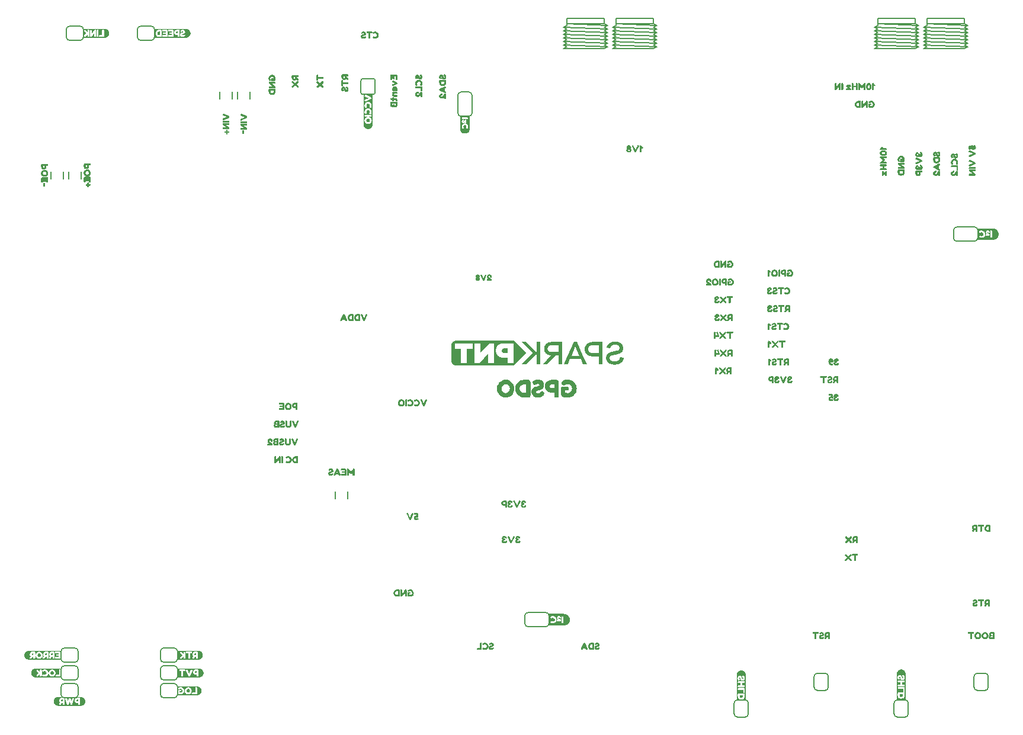
<source format=gbo>
%TF.GenerationSoftware,KiCad,Pcbnew,8.0.5*%
%TF.CreationDate,2024-10-23T16:11:40+01:00*%
%TF.ProjectId,SparkFun_RTK_mosaic-T_panelized,53706172-6b46-4756-9e5f-52544b5f6d6f,rev?*%
%TF.SameCoordinates,Original*%
%TF.FileFunction,Legend,Bot*%
%TF.FilePolarity,Positive*%
%FSLAX46Y46*%
G04 Gerber Fmt 4.6, Leading zero omitted, Abs format (unit mm)*
G04 Created by KiCad (PCBNEW 8.0.5) date 2024-10-23 16:11:40*
%MOMM*%
%LPD*%
G01*
G04 APERTURE LIST*
%ADD10C,0.150000*%
%ADD11C,0.000000*%
%ADD12C,0.152400*%
%ADD13C,0.203200*%
G04 APERTURE END LIST*
D10*
X93345000Y98171000D02*
X92837000Y98425000D01*
X130810000Y98171000D02*
X130302000Y98425000D01*
X80010000Y96901000D02*
X80518000Y97155000D01*
X124968000Y100203000D02*
X124968000Y100457000D01*
X85852000Y97917000D02*
X86360000Y98171000D01*
X131953000Y98171000D02*
X131445000Y97917000D01*
X93345000Y100203000D02*
X92837000Y99949000D01*
X80010000Y98425000D02*
X80518000Y98679000D01*
X80518000Y99187000D02*
X80010000Y99441000D01*
X86995000Y97917000D02*
X87503000Y98171000D01*
X137795000Y98171000D02*
X137287000Y97917000D01*
X137287000Y99441000D02*
X137795000Y99187000D01*
X92837000Y100457000D02*
X93345000Y100203000D01*
X131445000Y99949000D02*
X131953000Y99695000D01*
X80518000Y98679000D02*
X80010000Y98933000D01*
X85852000Y98933000D02*
X86360000Y99187000D01*
X131953000Y100457000D02*
X137287000Y100457000D01*
X137287000Y96901000D02*
X131953000Y96901000D01*
X92837000Y97409000D02*
X93345000Y97663000D01*
X131953000Y97155000D02*
X131445000Y96901000D01*
X80010000Y97409000D02*
X80518000Y97663000D01*
X85852000Y101219000D02*
X85852000Y100457000D01*
X124968000Y98171000D02*
X124460000Y98425000D01*
X124460000Y97409000D02*
X130810000Y97155000D01*
X130302000Y101219000D02*
X130302000Y100457000D01*
X92837000Y96901000D02*
X93345000Y97155000D01*
X124460000Y98933000D02*
X124968000Y99187000D01*
X87503000Y97155000D02*
X86995000Y97409000D01*
X124968000Y96901000D02*
X130302000Y96901000D01*
X124968000Y99695000D02*
X124460000Y99949000D01*
X137287000Y99949000D02*
X137795000Y100203000D01*
X131953000Y99187000D02*
X131445000Y98933000D01*
X124460000Y97409000D02*
X124968000Y97663000D01*
X86360000Y99187000D02*
X85852000Y99441000D01*
X130302000Y97409000D02*
X130810000Y97663000D01*
X124968000Y101219000D02*
X130302000Y101219000D01*
X124968000Y99187000D02*
X124460000Y99441000D01*
X87503000Y100457000D02*
X87503000Y101219000D01*
X93345000Y99187000D02*
X92837000Y99441000D01*
X124460000Y99441000D02*
X124968000Y99695000D01*
X80518000Y99695000D02*
X80010000Y99949000D01*
X87503000Y96901000D02*
X86995000Y96901000D01*
X124460000Y98425000D02*
X130810000Y98171000D01*
X86995000Y98933000D02*
X87503000Y99187000D01*
X137795000Y97663000D02*
X131445000Y97917000D01*
X80010000Y99441000D02*
X86360000Y99187000D01*
X137795000Y99187000D02*
X137287000Y98933000D01*
X124968000Y97155000D02*
X124460000Y97409000D01*
X87503000Y98679000D02*
X86995000Y98933000D01*
X124460000Y99441000D02*
X130810000Y99187000D01*
X80010000Y97917000D02*
X86360000Y97663000D01*
X80010000Y98933000D02*
X86360000Y98679000D01*
X124460000Y99949000D02*
X130810000Y99695000D01*
X80010000Y99949000D02*
X80518000Y100203000D01*
X137795000Y99695000D02*
X137287000Y99441000D01*
X131445000Y97917000D02*
X131953000Y97663000D01*
X137795000Y97663000D02*
X137287000Y97409000D01*
X80010000Y99949000D02*
X86360000Y99695000D01*
X80010000Y99441000D02*
X80518000Y99695000D01*
X86995000Y99441000D02*
X93345000Y99187000D01*
X87503000Y100457000D02*
X93345000Y100203000D01*
X80518000Y100457000D02*
X80518000Y101219000D01*
X93345000Y97663000D02*
X92837000Y97917000D01*
X80518000Y96901000D02*
X85852000Y96901000D01*
X80518000Y96901000D02*
X80010000Y96901000D01*
X87503000Y101219000D02*
X92837000Y101219000D01*
X85852000Y99441000D02*
X86360000Y99695000D01*
X86995000Y99949000D02*
X93345000Y99695000D01*
X86995000Y97409000D02*
X87503000Y97663000D01*
X92837000Y100457000D02*
X87503000Y100457000D01*
X124460000Y97917000D02*
X130810000Y97663000D01*
X124460000Y97917000D02*
X124968000Y98171000D01*
X137287000Y98425000D02*
X137795000Y98171000D01*
X80010000Y97409000D02*
X86360000Y97155000D01*
X137795000Y99187000D02*
X131445000Y99441000D01*
X130810000Y100203000D02*
X130302000Y99949000D01*
X130810000Y97155000D02*
X130302000Y97409000D01*
X80010000Y98425000D02*
X86360000Y98171000D01*
X80518000Y101219000D02*
X85852000Y101219000D01*
X137287000Y101219000D02*
X131953000Y101219000D01*
X124968000Y100457000D02*
X124968000Y101219000D01*
X86995000Y97409000D02*
X93345000Y97155000D01*
X124460000Y98933000D02*
X130810000Y98679000D01*
X137795000Y98679000D02*
X137287000Y98425000D01*
X137795000Y100203000D02*
X137287000Y100457000D01*
X85852000Y100457000D02*
X80518000Y100457000D01*
X86995000Y97917000D02*
X93345000Y97663000D01*
X137287000Y98933000D02*
X137795000Y98679000D01*
X87503000Y96901000D02*
X92837000Y96901000D01*
X86995000Y99441000D02*
X87503000Y99695000D01*
X131445000Y98425000D02*
X131953000Y98171000D01*
X86995000Y98933000D02*
X93345000Y98679000D01*
X85852000Y99949000D02*
X86360000Y99695000D01*
X87503000Y98171000D02*
X86995000Y98425000D01*
X131953000Y98679000D02*
X131445000Y98425000D01*
X131953000Y101219000D02*
X131953000Y100457000D01*
X130302000Y100457000D02*
X130810000Y100203000D01*
X131445000Y96901000D02*
X131953000Y96901000D01*
X137795000Y98171000D02*
X131445000Y98425000D01*
X131953000Y99695000D02*
X131445000Y99441000D01*
X130302000Y97917000D02*
X130810000Y98171000D01*
X130302000Y98933000D02*
X130810000Y99187000D01*
X86360000Y98171000D02*
X85852000Y98425000D01*
X92837000Y97917000D02*
X93345000Y98171000D01*
X124968000Y96901000D02*
X124460000Y96901000D01*
X92837000Y98425000D02*
X93345000Y98679000D01*
X80518000Y100203000D02*
X80518000Y100457000D01*
X131445000Y98933000D02*
X131953000Y98679000D01*
X86995000Y96901000D02*
X87503000Y97155000D01*
X85852000Y98425000D02*
X86360000Y98679000D01*
X137795000Y97155000D02*
X137287000Y96901000D01*
X92837000Y98933000D02*
X93345000Y99187000D01*
X124460000Y98425000D02*
X124968000Y98679000D01*
X85852000Y97409000D02*
X86360000Y97663000D01*
X93345000Y97155000D02*
X92837000Y97409000D01*
X86995000Y98425000D02*
X93345000Y98171000D01*
X131953000Y100203000D02*
X131445000Y99949000D01*
X130302000Y98425000D02*
X130810000Y98679000D01*
X80010000Y97917000D02*
X80518000Y98171000D01*
X130810000Y98679000D02*
X130302000Y98933000D01*
X137795000Y100203000D02*
X131953000Y100457000D01*
X124968000Y98679000D02*
X124460000Y98933000D01*
X86995000Y98425000D02*
X87503000Y98679000D01*
X92837000Y99949000D02*
X93345000Y99695000D01*
X124968000Y100457000D02*
X130810000Y100203000D01*
X137795000Y98679000D02*
X131445000Y98933000D01*
X130810000Y99187000D02*
X130302000Y99441000D01*
X137795000Y99695000D02*
X137287000Y99949000D01*
X87503000Y97663000D02*
X86995000Y97917000D01*
X93345000Y98679000D02*
X92837000Y98933000D01*
X131953000Y100457000D02*
X131953000Y100203000D01*
X85852000Y100457000D02*
X86360000Y100203000D01*
X131953000Y97663000D02*
X131445000Y97409000D01*
X130810000Y97663000D02*
X130302000Y97917000D01*
X131445000Y97409000D02*
X131953000Y97155000D01*
X124968000Y97663000D02*
X124460000Y97917000D01*
X130302000Y100457000D02*
X124968000Y100457000D01*
X86360000Y100203000D02*
X85852000Y99949000D01*
X87503000Y100203000D02*
X87503000Y100457000D01*
X92837000Y99441000D02*
X93345000Y99695000D01*
X130302000Y99441000D02*
X130810000Y99695000D01*
X137795000Y99695000D02*
X131445000Y99949000D01*
X86360000Y97663000D02*
X85852000Y97917000D01*
X137287000Y100457000D02*
X137287000Y101219000D01*
X137287000Y97409000D02*
X137795000Y97155000D01*
X85852000Y96901000D02*
X86360000Y97155000D01*
X80010000Y98933000D02*
X80518000Y99187000D01*
X80518000Y97663000D02*
X80010000Y97917000D01*
X80518000Y100457000D02*
X86360000Y100203000D01*
X87503000Y99695000D02*
X86995000Y99949000D01*
X80518000Y97155000D02*
X80010000Y97409000D01*
X130302000Y96901000D02*
X130810000Y97155000D01*
X137795000Y97155000D02*
X131445000Y97409000D01*
X86360000Y98679000D02*
X85852000Y98933000D01*
X86995000Y99949000D02*
X87503000Y100203000D01*
X124460000Y99949000D02*
X124968000Y100203000D01*
X92837000Y101219000D02*
X92837000Y100457000D01*
X137287000Y97917000D02*
X137795000Y97663000D01*
X131445000Y99441000D02*
X131953000Y99187000D01*
X87503000Y99187000D02*
X86995000Y99441000D01*
X86360000Y97155000D02*
X85852000Y97409000D01*
X130302000Y99949000D02*
X130810000Y99695000D01*
X124460000Y96901000D02*
X124968000Y97155000D01*
X80518000Y98171000D02*
X80010000Y98425000D01*
D11*
%TO.C,kibuzzard-66A11DB0*%
G36*
X103282732Y58885665D02*
G01*
X103337811Y58792675D01*
X103289886Y58701116D01*
X103032375Y58419285D01*
X103288455Y58137454D01*
X103337811Y58045179D01*
X103281302Y57954335D01*
X103184020Y57903548D01*
X103096753Y57962918D01*
X102856409Y58226152D01*
X102617496Y57962918D01*
X102530229Y57903548D01*
X102432947Y57954335D01*
X102376438Y58045179D01*
X102425794Y58137454D01*
X102681874Y58419285D01*
X102424363Y58701116D01*
X102375722Y58792675D01*
X102431516Y58885665D01*
X102528798Y58936452D01*
X102616066Y58877082D01*
X102856409Y58612418D01*
X103098183Y58877082D01*
X103185451Y58936452D01*
X103282732Y58885665D01*
G37*
G36*
X104108197Y58909986D02*
G01*
X104148255Y58877082D01*
X104161845Y58837740D01*
X104163991Y58789814D01*
X104163991Y58051617D01*
X104161845Y58002260D01*
X104148255Y57962918D01*
X104108197Y57930014D01*
X104033805Y57920000D01*
X103957983Y57930014D01*
X103917926Y57962203D01*
X103904335Y58000830D01*
X103902189Y58050186D01*
X103902189Y58188956D01*
X103769142Y58188956D01*
X103616066Y57981516D01*
X103535951Y57914993D01*
X103434378Y57954335D01*
X103365708Y58038741D01*
X103404335Y58137454D01*
X103507339Y58274793D01*
X103437398Y58352682D01*
X103395433Y58445195D01*
X103381445Y58552332D01*
X103381596Y58553763D01*
X103643247Y58553763D01*
X103676152Y58475079D01*
X103744821Y58449328D01*
X103902189Y58449328D01*
X103902189Y58658197D01*
X103747682Y58658197D01*
X103674006Y58628155D01*
X103643247Y58553763D01*
X103381596Y58553763D01*
X103390386Y58637275D01*
X103417210Y58714707D01*
X103458162Y58780694D01*
X103509485Y58831302D01*
X103567067Y58869213D01*
X103626795Y58897110D01*
X103686702Y58914278D01*
X103744821Y58920000D01*
X104032375Y58920000D01*
X104108197Y58909986D01*
G37*
G36*
X102041674Y58927868D02*
G01*
X102107482Y58910701D01*
X102160415Y58885665D01*
X102202618Y58856338D01*
X102234092Y58825579D01*
X102256981Y58796967D01*
X102271288Y58773362D01*
X102279156Y58757625D01*
X102281302Y58752618D01*
X102302046Y58653906D01*
X102231230Y58575222D01*
X102154613Y58549630D01*
X102094527Y58566320D01*
X102050973Y58625293D01*
X102009485Y58668212D01*
X101947969Y58682518D01*
X101882876Y58664635D01*
X101859270Y58615279D01*
X101880014Y58578798D01*
X101946538Y58569499D01*
X101956552Y58569499D01*
X102002332Y58567353D01*
X102038813Y58555193D01*
X102068856Y58517997D01*
X102078155Y58446466D01*
X102069571Y58383519D01*
X102052403Y58346323D01*
X102020215Y58328441D01*
X101987310Y58322003D01*
X101947969Y58322003D01*
X101865351Y58301259D01*
X101837811Y58239027D01*
X101871431Y58179657D01*
X101960844Y58157482D01*
X102011631Y58165351D01*
X102045966Y58182518D01*
X102067425Y58203977D01*
X102078155Y58221144D01*
X102081016Y58229013D01*
X102122504Y58296252D01*
X102201187Y58311989D01*
X102308484Y58289456D01*
X102344249Y58221860D01*
X102331532Y58140394D01*
X102293383Y58065764D01*
X102229800Y57997969D01*
X102149208Y57944320D01*
X102060033Y57912132D01*
X101962275Y57901402D01*
X101857124Y57912132D01*
X101764850Y57944320D01*
X101685451Y57997969D01*
X101624649Y58067989D01*
X101588169Y58149296D01*
X101576009Y58241888D01*
X101585665Y58310558D01*
X101614635Y58367783D01*
X101694750Y58445036D01*
X101620715Y58516209D01*
X101596037Y58621001D01*
X101607085Y58697778D01*
X101640227Y58769785D01*
X101695465Y58837024D01*
X101769301Y58891070D01*
X101858237Y58923497D01*
X101962275Y58934306D01*
X102041674Y58927868D01*
G37*
%TO.C,kibuzzard-65A7F548*%
G36*
X73777971Y32245201D02*
G01*
X73839437Y32202834D01*
X73859926Y32156301D01*
X73839090Y32089626D01*
X73455709Y31311751D01*
X73409175Y31262439D01*
X73343195Y31243687D01*
X73329304Y31243687D01*
X73264712Y31262439D01*
X73218179Y31311751D01*
X72834798Y32089626D01*
X72813962Y32156301D01*
X72834450Y32202834D01*
X72895916Y32245201D01*
X72977871Y32268815D01*
X73038990Y32231310D01*
X73058437Y32189638D01*
X73336249Y31581229D01*
X73351355Y31613351D01*
X73385561Y31687492D01*
X73430705Y31785595D01*
X73478628Y31889601D01*
X73526377Y31993607D01*
X73571001Y32091709D01*
X73605901Y32168108D01*
X73624480Y32207002D01*
X73647399Y32243812D01*
X73671013Y32263259D01*
X73707823Y32268815D01*
X73777971Y32245201D01*
G37*
G36*
X71840923Y32251104D02*
G01*
X71877734Y32222976D01*
X71890930Y32186166D01*
X71893013Y32138243D01*
X71893013Y31367313D01*
X71884679Y31295082D01*
X71847869Y31256536D01*
X71770776Y31243687D01*
X71699239Y31253063D01*
X71662429Y31281191D01*
X71649233Y31318002D01*
X71647149Y31365924D01*
X71647149Y31522888D01*
X71473516Y31522888D01*
X71392025Y31532766D01*
X71312385Y31562399D01*
X71234598Y31611788D01*
X71182855Y31662315D01*
X71141530Y31727775D01*
X71114444Y31805042D01*
X71105415Y31890990D01*
X71349890Y31890990D01*
X71390173Y31799312D01*
X71472127Y31768752D01*
X71647149Y31768752D01*
X71647149Y32014616D01*
X71473516Y32014616D01*
X71390173Y31983363D01*
X71349890Y31890990D01*
X71105415Y31890990D01*
X71114444Y31977112D01*
X71141530Y32054899D01*
X71182855Y32120880D01*
X71234598Y32171580D01*
X71312231Y32220969D01*
X71391407Y32250603D01*
X71472127Y32260480D01*
X71769387Y32260480D01*
X71840923Y32251104D01*
G37*
G36*
X72442561Y32270898D02*
G01*
X72504895Y32256313D01*
X72596573Y32213252D01*
X72654220Y32158384D01*
X72684779Y32114629D01*
X72716727Y32020173D01*
X72699364Y31970514D01*
X72647274Y31927105D01*
X72570876Y31902102D01*
X72518091Y31919466D01*
X72479198Y31971555D01*
X72470863Y31988224D01*
X72434748Y32021562D01*
X72356266Y32038230D01*
X72279173Y32011838D01*
X72251391Y31956276D01*
X72277784Y31915646D01*
X72356960Y31902102D01*
X72429191Y31895157D01*
X72467738Y31857305D01*
X72480587Y31779865D01*
X72471211Y31708675D01*
X72443082Y31672907D01*
X72406966Y31659016D01*
X72343764Y31656238D01*
X72263198Y31627762D01*
X72229166Y31561782D01*
X72263893Y31494413D01*
X72308343Y31472014D01*
X72372240Y31464548D01*
X72430580Y31472882D01*
X72506979Y31539557D01*
X72548651Y31611788D01*
X72622271Y31625679D01*
X72724367Y31605538D01*
X72758399Y31545113D01*
X72743120Y31470104D01*
X72740341Y31456213D01*
X72725062Y31420098D01*
X72690682Y31364882D01*
X72651441Y31321474D01*
X72571184Y31267455D01*
X72478580Y31235044D01*
X72373629Y31224240D01*
X72267906Y31234966D01*
X72174839Y31267146D01*
X72094427Y31320780D01*
X72032691Y31390927D01*
X71995650Y31472651D01*
X71983302Y31565949D01*
X71994762Y31636791D01*
X72029141Y31699299D01*
X72072897Y31744444D01*
X72113874Y31774309D01*
X72113874Y31784032D01*
X72053682Y31827633D01*
X72017566Y31886205D01*
X72005527Y31959748D01*
X72016486Y32038076D01*
X72049360Y32111002D01*
X72104151Y32178526D01*
X72177925Y32232545D01*
X72267751Y32264956D01*
X72373629Y32275760D01*
X72442561Y32270898D01*
G37*
G36*
X74374747Y32270898D02*
G01*
X74437081Y32256313D01*
X74528759Y32213252D01*
X74586405Y32158384D01*
X74616965Y32114629D01*
X74648913Y32020173D01*
X74631550Y31970514D01*
X74579460Y31927105D01*
X74503062Y31902102D01*
X74450277Y31919466D01*
X74411384Y31971555D01*
X74403049Y31988224D01*
X74366934Y32021562D01*
X74288452Y32038230D01*
X74211359Y32011838D01*
X74183577Y31956276D01*
X74209970Y31915646D01*
X74289146Y31902102D01*
X74361377Y31895157D01*
X74399924Y31857305D01*
X74412773Y31779865D01*
X74403396Y31708675D01*
X74375268Y31672907D01*
X74339152Y31659016D01*
X74275950Y31656238D01*
X74195384Y31627762D01*
X74161352Y31561782D01*
X74196079Y31494413D01*
X74240529Y31472014D01*
X74304426Y31464548D01*
X74362766Y31472882D01*
X74439165Y31539557D01*
X74480837Y31611788D01*
X74554457Y31625679D01*
X74656553Y31605538D01*
X74690585Y31545113D01*
X74675305Y31470104D01*
X74672527Y31456213D01*
X74657248Y31420098D01*
X74622868Y31364882D01*
X74583627Y31321474D01*
X74503370Y31267455D01*
X74410766Y31235044D01*
X74305815Y31224240D01*
X74200092Y31234966D01*
X74107025Y31267146D01*
X74026613Y31320780D01*
X73964877Y31390927D01*
X73927836Y31472651D01*
X73915488Y31565949D01*
X73926948Y31636791D01*
X73961327Y31699299D01*
X74005083Y31744444D01*
X74046060Y31774309D01*
X74046060Y31784032D01*
X73985867Y31827633D01*
X73949752Y31886205D01*
X73937713Y31959748D01*
X73948671Y32038076D01*
X73981546Y32111002D01*
X74036337Y32178526D01*
X74110111Y32232545D01*
X74199937Y32264956D01*
X74305815Y32275760D01*
X74374747Y32270898D01*
G37*
%TO.C,kibuzzard-65A7F5CF*%
G36*
X103195735Y56359921D02*
G01*
X103249909Y56274494D01*
X103201291Y56186983D01*
X102922090Y55880000D01*
X103201291Y55573017D01*
X103249909Y55484117D01*
X103195041Y55400079D01*
X103104752Y55350767D01*
X103019324Y55406330D01*
X102755402Y55709145D01*
X102491480Y55406330D01*
X102406053Y55350767D01*
X102315764Y55399384D01*
X102262285Y55484117D01*
X102309513Y55573017D01*
X102588715Y55880000D01*
X102309513Y56186983D01*
X102262285Y56274494D01*
X102316459Y56360616D01*
X102406053Y56409233D01*
X102491480Y56353670D01*
X102755402Y56050855D01*
X103019324Y56353670D01*
X103104752Y56409233D01*
X103195735Y56359921D01*
G37*
G36*
X104234754Y56371728D02*
G01*
X104258368Y56341863D01*
X104265313Y56284217D01*
X104258368Y56225877D01*
X104230587Y56193234D01*
X104165301Y56182816D01*
X103898601Y56182816D01*
X103898601Y55485506D01*
X103896517Y55437584D01*
X103884016Y55401468D01*
X103847900Y55372992D01*
X103779141Y55364658D01*
X103709688Y55372992D01*
X103672878Y55401468D01*
X103660377Y55436889D01*
X103658293Y55484117D01*
X103658293Y56182816D01*
X103392982Y56182816D01*
X103322140Y56195317D01*
X103298526Y56225182D01*
X103291580Y56282828D01*
X103298526Y56341169D01*
X103326307Y56373812D01*
X103391593Y56384230D01*
X104163912Y56384230D01*
X104234754Y56371728D01*
G37*
G36*
X102061566Y56373117D02*
G01*
X102086569Y56341169D01*
X102101154Y56292552D01*
X102216446Y55827216D01*
X102220613Y55771653D01*
X102213668Y55711923D01*
X102175816Y55672335D01*
X102098376Y55659139D01*
X101721940Y55659139D01*
X101721940Y55489673D01*
X101713605Y55417442D01*
X101695548Y55389661D01*
X101659432Y55372992D01*
X101595535Y55366047D01*
X101528166Y55374381D01*
X101487883Y55408413D01*
X101474687Y55488284D01*
X101474687Y56260603D01*
X101476770Y56309220D01*
X101489966Y56346030D01*
X101527471Y56375201D01*
X101597619Y56384230D01*
X101668461Y56376590D01*
X101706660Y56349503D01*
X101719856Y56314777D01*
X101721940Y56267548D01*
X101721940Y55888334D01*
X101948357Y55888334D01*
X101863624Y56227266D01*
X101862235Y56231433D01*
X101852512Y56289773D01*
X101876820Y56343252D01*
X101949746Y56378673D01*
X102013643Y56388397D01*
X102061566Y56373117D01*
G37*
D12*
%TO.C,JP13*%
X8940800Y98501200D02*
X8940800Y99618800D01*
X9398000Y100076000D02*
X10922000Y100076000D01*
X10922000Y98044000D02*
X9398000Y98044000D01*
X11379200Y98501200D02*
X11379200Y99618800D01*
X8940800Y99618800D02*
G75*
G02*
X9398000Y100076000I457201J-1D01*
G01*
X9398000Y98044000D02*
G75*
G02*
X8940800Y98501200I1J457201D01*
G01*
X10922000Y100076000D02*
G75*
G02*
X11379200Y99618800I0J-457200D01*
G01*
X11379200Y98501200D02*
G75*
G02*
X10922000Y98044000I-457200J0D01*
G01*
D11*
%TO.C,kibuzzard-66A36AE8*%
G36*
X128508197Y4440507D02*
G01*
X128490851Y4350021D01*
X128438813Y4273125D01*
X128362096Y4220550D01*
X128270715Y4203025D01*
X128179156Y4220550D01*
X128101903Y4273125D01*
X128049328Y4350378D01*
X128031803Y4441938D01*
X128031803Y4556387D01*
X128508197Y4556387D01*
X128508197Y4440507D01*
G37*
G36*
X128904955Y6431923D02*
G01*
X128904955Y5470550D01*
X128904955Y4688003D01*
X128904955Y3941222D01*
X128904955Y3822004D01*
X127635045Y3822004D01*
X127635045Y3941222D01*
X127635045Y4686573D01*
X127770000Y4686573D01*
X127770000Y4440507D01*
X127779120Y4341794D01*
X127806481Y4250235D01*
X127852082Y4165829D01*
X127915923Y4088576D01*
X127992461Y4024108D01*
X128076152Y3978061D01*
X128166996Y3950432D01*
X128264993Y3941222D01*
X128365628Y3950432D01*
X128458662Y3978061D01*
X128544097Y4024108D01*
X128621931Y4088576D01*
X128686711Y4166097D01*
X128732983Y4251308D01*
X128760746Y4344209D01*
X128770000Y4444799D01*
X128770000Y4688003D01*
X128759986Y4760249D01*
X128729227Y4799591D01*
X128689170Y4814613D01*
X128638383Y4818189D01*
X127898755Y4818189D01*
X127850830Y4816043D01*
X127811488Y4802453D01*
X127779299Y4762395D01*
X127770000Y4686573D01*
X127635045Y4686573D01*
X127635045Y5469119D01*
X127770000Y5469119D01*
X127780014Y5394727D01*
X127812918Y5354670D01*
X127852260Y5341079D01*
X127901617Y5338933D01*
X128548255Y5338933D01*
X128548255Y4989863D01*
X128550401Y4949091D01*
X128561845Y4916186D01*
X128595465Y4888289D01*
X128659843Y4879706D01*
X128722790Y4888289D01*
X128757124Y4916186D01*
X128769285Y4950521D01*
X128771431Y4991294D01*
X128771431Y5470550D01*
X128761416Y5544942D01*
X128728512Y5584999D01*
X128689170Y5598590D01*
X128639814Y5600736D01*
X127900186Y5600736D01*
X127852260Y5598590D01*
X127812918Y5584999D01*
X127780014Y5544942D01*
X127770000Y5469119D01*
X127635045Y5469119D01*
X127635045Y6430493D01*
X127770000Y6430493D01*
X127780014Y6356101D01*
X127812918Y6316043D01*
X127852260Y6302453D01*
X127901617Y6300307D01*
X128159127Y6300307D01*
X128159127Y5974126D01*
X127900186Y5974126D01*
X127852260Y5971980D01*
X127812918Y5958390D01*
X127780014Y5918332D01*
X127770000Y5842510D01*
X127780014Y5768118D01*
X127812918Y5728061D01*
X127852260Y5714470D01*
X127901617Y5712324D01*
X128639814Y5712324D01*
X128689170Y5714470D01*
X128727797Y5728061D01*
X128759986Y5768118D01*
X128770000Y5843940D01*
X128759986Y5918332D01*
X128727082Y5958390D01*
X128687740Y5971980D01*
X128638383Y5974126D01*
X128382303Y5974126D01*
X128382303Y6300307D01*
X128639814Y6300307D01*
X128689170Y6302453D01*
X128727797Y6316043D01*
X128759986Y6356101D01*
X128770000Y6431923D01*
X128759986Y6506315D01*
X128727082Y6546372D01*
X128687740Y6559963D01*
X128638383Y6562109D01*
X127900186Y6562109D01*
X127852260Y6559963D01*
X127812918Y6546372D01*
X127780014Y6506315D01*
X127770000Y6430493D01*
X127635045Y6430493D01*
X127635045Y7002739D01*
X127754263Y7002739D01*
X127763801Y6894807D01*
X127792413Y6803724D01*
X127840100Y6729491D01*
X127913777Y6677989D01*
X128001760Y6712324D01*
X128071144Y6796730D01*
X128044678Y6892581D01*
X128031087Y6909033D01*
X128014635Y6929062D01*
X128003906Y6956959D01*
X127998898Y7004169D01*
X128016781Y7057102D01*
X128060415Y7079992D01*
X128106910Y7054956D01*
X128131946Y6998447D01*
X128149828Y6911179D01*
X128172003Y6819620D01*
X128209199Y6738611D01*
X128263562Y6675843D01*
X128341173Y6635607D01*
X128448112Y6622195D01*
X128516423Y6628275D01*
X128578298Y6646515D01*
X128674864Y6708747D01*
X128738526Y6796730D01*
X128775007Y6894727D01*
X128785737Y6989863D01*
X128779299Y7069978D01*
X128763562Y7137216D01*
X128739957Y7192295D01*
X128712775Y7236644D01*
X128684878Y7270979D01*
X128659843Y7296015D01*
X128639814Y7311752D01*
X128629800Y7320335D01*
X128536810Y7356101D01*
X128445250Y7296015D01*
X128412187Y7236565D01*
X128421725Y7174571D01*
X128473863Y7110035D01*
X128526080Y7052095D01*
X128539671Y6995586D01*
X128518927Y6911179D01*
X128452403Y6885428D01*
X128408054Y6922624D01*
X128374435Y7034928D01*
X128356016Y7103061D01*
X128336524Y7157245D01*
X128290744Y7237360D01*
X128229227Y7294584D01*
X128151974Y7328919D01*
X128058984Y7340364D01*
X127976247Y7329714D01*
X127903524Y7297763D01*
X127840815Y7244513D01*
X127792731Y7175048D01*
X127763880Y7094457D01*
X127754263Y7002739D01*
X127635045Y7002739D01*
X127635045Y7361823D01*
X127635045Y7481041D01*
X127638103Y7543277D01*
X127647246Y7604915D01*
X127662386Y7665359D01*
X127683378Y7724028D01*
X127710020Y7780357D01*
X127742054Y7833803D01*
X127779173Y7883852D01*
X127821019Y7930022D01*
X127867189Y7971868D01*
X127917238Y8008987D01*
X127970684Y8041021D01*
X128027013Y8067663D01*
X128085682Y8088655D01*
X128146126Y8103795D01*
X128207764Y8112938D01*
X128270000Y8115996D01*
X128332236Y8112938D01*
X128393874Y8103795D01*
X128454318Y8088655D01*
X128512987Y8067663D01*
X128569316Y8041021D01*
X128622762Y8008987D01*
X128672811Y7971868D01*
X128718981Y7930022D01*
X128760827Y7883852D01*
X128797946Y7833803D01*
X128829980Y7780357D01*
X128856622Y7724028D01*
X128877614Y7665359D01*
X128892754Y7604915D01*
X128901897Y7543277D01*
X128904955Y7481041D01*
X128904955Y7361823D01*
X128904955Y6989863D01*
X128904955Y6431923D01*
G37*
%TO.C,kibuzzard-66A11E07*%
G36*
X109432841Y57625680D02*
G01*
X109455731Y57607082D01*
X109637419Y57443991D01*
X109681053Y57395351D01*
X109697505Y57349571D01*
X109653156Y57255150D01*
X109568034Y57205079D01*
X109480052Y57246567D01*
X109465745Y57259442D01*
X109465745Y56775894D01*
X109437133Y56674320D01*
X109336990Y56645708D01*
X109235416Y56674320D01*
X109206804Y56774464D01*
X109206804Y57518383D01*
X109235416Y57620672D01*
X109335559Y57650000D01*
X109432841Y57625680D01*
G37*
G36*
X111307662Y57649285D02*
G01*
X111340567Y57637840D01*
X111368464Y57604936D01*
X111377047Y57542704D01*
X111368464Y57478326D01*
X111341282Y57444707D01*
X111309093Y57433262D01*
X111268320Y57431116D01*
X111069465Y57431116D01*
X111069465Y56777325D01*
X111067319Y56729399D01*
X111054443Y56690773D01*
X111015817Y56658584D01*
X110942140Y56648569D01*
X110867748Y56658584D01*
X110827691Y56690057D01*
X110814100Y56727969D01*
X110811954Y56775894D01*
X110811954Y57431116D01*
X110614529Y57431116D01*
X110573757Y57433262D01*
X110540853Y57444707D01*
X110512956Y57478326D01*
X110504372Y57541273D01*
X110512956Y57604220D01*
X110540137Y57637840D01*
X110572326Y57649285D01*
X110613099Y57651431D01*
X111266890Y57651431D01*
X111307662Y57649285D01*
G37*
G36*
X110199810Y57656120D02*
G01*
X110280401Y57627269D01*
X110349866Y57579185D01*
X110403116Y57516476D01*
X110435067Y57443753D01*
X110445717Y57361016D01*
X110434272Y57268026D01*
X110399937Y57190773D01*
X110342712Y57129256D01*
X110262598Y57083476D01*
X110208413Y57063984D01*
X110140280Y57045565D01*
X110027977Y57011946D01*
X109990781Y56967597D01*
X110016532Y56901073D01*
X110100938Y56880329D01*
X110157448Y56893920D01*
X110215388Y56946137D01*
X110279924Y56998275D01*
X110341918Y57007813D01*
X110401368Y56974750D01*
X110461454Y56883190D01*
X110425688Y56790200D01*
X110417104Y56780186D01*
X110401368Y56760157D01*
X110376332Y56735122D01*
X110341997Y56707225D01*
X110297648Y56680043D01*
X110242569Y56656438D01*
X110175330Y56640701D01*
X110095216Y56634263D01*
X110000080Y56644993D01*
X109902083Y56681474D01*
X109814100Y56745136D01*
X109751868Y56841702D01*
X109733628Y56903577D01*
X109727548Y56971888D01*
X109740960Y57078827D01*
X109781196Y57156438D01*
X109843964Y57210801D01*
X109924973Y57247997D01*
X110016532Y57270172D01*
X110103800Y57288054D01*
X110160309Y57313090D01*
X110185345Y57359585D01*
X110162455Y57403219D01*
X110109522Y57421102D01*
X110062312Y57416094D01*
X110034415Y57405365D01*
X110014386Y57388913D01*
X109997934Y57375322D01*
X109902083Y57348856D01*
X109817677Y57418240D01*
X109783342Y57506223D01*
X109834844Y57579900D01*
X109909077Y57627587D01*
X110000160Y57656199D01*
X110108092Y57665737D01*
X110199810Y57656120D01*
G37*
G36*
X111822147Y57655722D02*
G01*
X111888492Y57642847D01*
X111957162Y57620136D01*
X112027262Y57586338D01*
X112094322Y57542704D01*
X112153871Y57490486D01*
X112204658Y57426288D01*
X112245431Y57346710D01*
X112272255Y57255150D01*
X112281196Y57155007D01*
X112272076Y57050930D01*
X112244715Y56956152D01*
X112203406Y56874070D01*
X112152441Y56808083D01*
X112092891Y56754435D01*
X112025831Y56709371D01*
X111956089Y56674499D01*
X111888492Y56651431D01*
X111823936Y56638555D01*
X111763313Y56634263D01*
X111670800Y56643165D01*
X111582102Y56669870D01*
X111497219Y56714378D01*
X111438564Y56758011D01*
X111418535Y56810229D01*
X111450009Y56893205D01*
X111501511Y56954363D01*
X111550152Y56974750D01*
X111621682Y56946137D01*
X111693571Y56910730D01*
X111769036Y56898927D01*
X111877763Y56921817D01*
X111929443Y56953827D01*
X111975760Y57004077D01*
X112008485Y57069707D01*
X112019393Y57147854D01*
X112013313Y57208655D01*
X111995073Y57262303D01*
X111931411Y57340272D01*
X111850581Y57382475D01*
X111769036Y57396781D01*
X111734701Y57395351D01*
X111706089Y57390343D01*
X111683199Y57384621D01*
X111663886Y57377468D01*
X111650295Y57369599D01*
X111638134Y57361731D01*
X111628835Y57355293D01*
X111551582Y57322389D01*
X111502226Y57341702D01*
X111448578Y57399642D01*
X111417104Y57479757D01*
X111430695Y57522675D01*
X111457162Y57552718D01*
X111495788Y57579900D01*
X111586076Y57624408D01*
X111673820Y57651113D01*
X111759021Y57660014D01*
X111822147Y57655722D01*
G37*
%TO.C,kibuzzard-66A11F21*%
G36*
X58457196Y30456263D02*
G01*
X58537310Y30388309D01*
X58523004Y30288881D01*
X58183948Y29543531D01*
X58135308Y29489883D01*
X58055193Y29472000D01*
X57981516Y29491313D01*
X57932160Y29543531D01*
X57593104Y30288881D01*
X57576652Y30387594D01*
X57658913Y30456263D01*
X57764778Y30477007D01*
X57832017Y30396177D01*
X58058054Y29839668D01*
X58284092Y30396177D01*
X58349900Y30477722D01*
X58457196Y30456263D01*
G37*
G36*
X59144607Y30461986D02*
G01*
X59184664Y30424074D01*
X59201116Y30384732D01*
X59208269Y30344675D01*
X59261202Y29938381D01*
X59243319Y29896893D01*
X59179657Y29853974D01*
X59086667Y29825362D01*
X59006552Y29859697D01*
X58950758Y29879725D01*
X58887811Y29856120D01*
X58862060Y29796750D01*
X58886381Y29736664D01*
X58955050Y29715205D01*
X59038026Y29738094D01*
X59135308Y29785305D01*
X59224006Y29736664D01*
X59276938Y29639382D01*
X59222575Y29552114D01*
X59192532Y29526363D01*
X59095250Y29477007D01*
X59023720Y29458230D01*
X58946466Y29451971D01*
X58853476Y29463337D01*
X58770978Y29497433D01*
X58698970Y29554260D01*
X58643335Y29627778D01*
X58609954Y29711946D01*
X58598827Y29806764D01*
X58610272Y29891886D01*
X58644607Y29969854D01*
X58701831Y30040670D01*
X58774157Y30096702D01*
X58853794Y30130321D01*
X58940744Y30141528D01*
X58947897Y30141528D01*
X58972217Y30138667D01*
X58962203Y30214489D01*
X58741888Y30214489D01*
X58696109Y30216635D01*
X58658913Y30229511D01*
X58628155Y30267422D01*
X58618856Y30338953D01*
X58628870Y30416921D01*
X58661059Y30456979D01*
X58699685Y30470569D01*
X58749041Y30473431D01*
X59076652Y30474861D01*
X59144607Y30461986D01*
G37*
%TO.C,kibuzzard-66A11ED7*%
G36*
X128690601Y80542579D02*
G01*
X128729943Y80528989D01*
X128762132Y80490362D01*
X128772146Y80416685D01*
X128762132Y80340863D01*
X128729943Y80300805D01*
X128691316Y80287215D01*
X128641960Y80285069D01*
X128244249Y80285069D01*
X128733519Y79914539D01*
X128764278Y79872336D01*
X128772146Y79798660D01*
X128762132Y79722837D01*
X128729943Y79682780D01*
X128691316Y79669189D01*
X128641960Y79667043D01*
X127903763Y79667043D01*
X127854406Y79669189D01*
X127815064Y79682780D01*
X127782160Y79722837D01*
X127772146Y79797229D01*
X127782160Y79871621D01*
X127812918Y79911678D01*
X127850830Y79925984D01*
X127898040Y79928845D01*
X128308627Y79928845D01*
X127827940Y80286499D01*
X127798612Y80312250D01*
X127780730Y80348731D01*
X127772146Y80413824D01*
X127781445Y80488931D01*
X127812203Y80528273D01*
X127850114Y80542579D01*
X127898040Y80545441D01*
X128640529Y80545441D01*
X128690601Y80542579D01*
G37*
G36*
X128770715Y79213538D02*
G01*
X128761461Y79112948D01*
X128733698Y79020047D01*
X128687427Y78934836D01*
X128622647Y78857315D01*
X128544812Y78792848D01*
X128459378Y78746800D01*
X128366343Y78719171D01*
X128265708Y78709961D01*
X128167711Y78719171D01*
X128076867Y78746800D01*
X127993176Y78792848D01*
X127916638Y78857315D01*
X127852797Y78934568D01*
X127807196Y79018974D01*
X127779835Y79110534D01*
X127770715Y79209246D01*
X127770715Y79325126D01*
X128032518Y79325126D01*
X128032518Y79210677D01*
X128050043Y79119117D01*
X128102618Y79041864D01*
X128179871Y78989289D01*
X128271431Y78971764D01*
X128362811Y78989289D01*
X128439528Y79041864D01*
X128491567Y79118760D01*
X128508913Y79209246D01*
X128508913Y79325126D01*
X128032518Y79325126D01*
X127770715Y79325126D01*
X127770715Y79455312D01*
X127780014Y79531134D01*
X127812203Y79571192D01*
X127851545Y79584783D01*
X127899471Y79586928D01*
X128639099Y79586928D01*
X128689886Y79583352D01*
X128729943Y79568330D01*
X128760701Y79528989D01*
X128770715Y79456742D01*
X128770715Y79325126D01*
X128770715Y79213538D01*
G37*
G36*
X128362006Y81554740D02*
G01*
X128459199Y81526843D01*
X128548702Y81480348D01*
X128630515Y81415255D01*
X128698737Y81337286D01*
X128747468Y81252165D01*
X128776706Y81159890D01*
X128786452Y81060462D01*
X128780253Y80950782D01*
X128761655Y80856361D01*
X128730658Y80777200D01*
X128697575Y80724625D01*
X128658412Y80684210D01*
X128576152Y80649876D01*
X128282876Y80649876D01*
X128247110Y80650591D01*
X128215637Y80657029D01*
X128187024Y80674196D01*
X128168426Y80707815D01*
X128158412Y80762894D01*
X128158412Y81013252D01*
X128160558Y81051878D01*
X128172003Y81083352D01*
X128205622Y81109818D01*
X128268569Y81117687D01*
X128332947Y81110534D01*
X128366567Y81086213D01*
X128378011Y81056170D01*
X128380157Y81017544D01*
X128380157Y80911678D01*
X128503190Y80911678D01*
X128517139Y80972479D01*
X128521788Y81054740D01*
X128502117Y81147372D01*
X128443104Y81227844D01*
X128357983Y81283638D01*
X128259986Y81302236D01*
X128165029Y81284353D01*
X128086166Y81230705D01*
X128033054Y81151664D01*
X128015351Y81057601D01*
X128025365Y80969260D01*
X128055408Y80895941D01*
X128088312Y80818688D01*
X128069356Y80765755D01*
X128012489Y80712823D01*
X127932375Y80679918D01*
X127890887Y80693509D01*
X127860844Y80719976D01*
X127832232Y80760033D01*
X127799149Y80821371D01*
X127774292Y80896657D01*
X127758734Y80976235D01*
X127753548Y81050448D01*
X127762802Y81152513D01*
X127790565Y81246979D01*
X127836837Y81333844D01*
X127901617Y81413109D01*
X127979362Y81479141D01*
X128064528Y81526306D01*
X128157116Y81554606D01*
X128257124Y81564039D01*
X128362006Y81554740D01*
G37*
%TO.C,kibuzzard-66A12197*%
G36*
X83042461Y11913548D02*
G01*
X83092532Y11858469D01*
X83451617Y11114549D01*
X83470215Y11013691D01*
X83390100Y10944306D01*
X83285665Y10923562D01*
X83214134Y11002961D01*
X83148326Y11140300D01*
X83041030Y11140300D01*
X82796395Y11140300D01*
X82730587Y11004392D01*
X82660486Y10922132D01*
X82554621Y10942876D01*
X82475222Y11012976D01*
X82494535Y11114549D01*
X82614921Y11363476D01*
X82906552Y11363476D01*
X83041030Y11363476D01*
X82973791Y11502246D01*
X82906552Y11363476D01*
X82614921Y11363476D01*
X82853619Y11857039D01*
X82902618Y11914979D01*
X82972361Y11934292D01*
X83042461Y11913548D01*
G37*
G36*
X84322861Y11924993D02*
G01*
X84362918Y11892804D01*
X84376509Y11853462D01*
X84378655Y11805536D01*
X84378655Y11065908D01*
X84375079Y11015122D01*
X84360057Y10975064D01*
X84320715Y10944306D01*
X84248469Y10934292D01*
X84116853Y10934292D01*
X84005265Y10934292D01*
X83904675Y10943546D01*
X83811774Y10971309D01*
X83726563Y11017580D01*
X83649041Y11082361D01*
X83584574Y11160195D01*
X83538526Y11245629D01*
X83510898Y11338664D01*
X83502212Y11433577D01*
X83763491Y11433577D01*
X83781016Y11342196D01*
X83833591Y11265479D01*
X83910486Y11213441D01*
X84000973Y11196094D01*
X84116853Y11196094D01*
X84116853Y11672489D01*
X84002403Y11672489D01*
X83910844Y11654964D01*
X83833591Y11602389D01*
X83781016Y11525136D01*
X83763491Y11433577D01*
X83502212Y11433577D01*
X83501688Y11439299D01*
X83510898Y11537296D01*
X83538526Y11628140D01*
X83584574Y11711831D01*
X83649041Y11788369D01*
X83726295Y11852210D01*
X83810701Y11897811D01*
X83902260Y11925172D01*
X84000973Y11934292D01*
X84247039Y11934292D01*
X84322861Y11924993D01*
G37*
G36*
X84911003Y11940412D02*
G01*
X84991594Y11911561D01*
X85061059Y11863476D01*
X85114309Y11800768D01*
X85146260Y11728045D01*
X85156910Y11645308D01*
X85145465Y11552318D01*
X85111130Y11475064D01*
X85053906Y11413548D01*
X84973791Y11367768D01*
X84919607Y11348276D01*
X84851474Y11329857D01*
X84739170Y11296237D01*
X84701974Y11251888D01*
X84727725Y11185365D01*
X84812132Y11164621D01*
X84868641Y11178212D01*
X84926581Y11230429D01*
X84991117Y11282567D01*
X85053111Y11292105D01*
X85112561Y11259041D01*
X85172647Y11167482D01*
X85136881Y11074492D01*
X85128298Y11064478D01*
X85112561Y11044449D01*
X85087525Y11019413D01*
X85053190Y10991516D01*
X85008841Y10964335D01*
X84953763Y10940730D01*
X84886524Y10924993D01*
X84806409Y10918555D01*
X84711273Y10929285D01*
X84613276Y10965765D01*
X84525293Y11029428D01*
X84463062Y11125994D01*
X84444821Y11187868D01*
X84438741Y11256180D01*
X84452153Y11363119D01*
X84492389Y11440730D01*
X84555157Y11495093D01*
X84636166Y11532289D01*
X84727725Y11554464D01*
X84814993Y11572346D01*
X84871502Y11597382D01*
X84896538Y11643877D01*
X84873648Y11687511D01*
X84820715Y11705393D01*
X84773505Y11700386D01*
X84745608Y11689657D01*
X84725579Y11673205D01*
X84709127Y11659614D01*
X84613276Y11633147D01*
X84528870Y11702532D01*
X84494535Y11790515D01*
X84546037Y11864192D01*
X84620270Y11911879D01*
X84711353Y11940491D01*
X84819285Y11950029D01*
X84911003Y11940412D01*
G37*
%TO.C,kibuzzard-66A120AA*%
G36*
X27551021Y7640029D02*
G01*
X27396514Y7640029D01*
X27325699Y7665780D01*
X27292079Y7744464D01*
X27322837Y7818856D01*
X27397945Y7848898D01*
X27551021Y7848898D01*
X27551021Y7640029D01*
G37*
G36*
X27993787Y8246914D02*
G01*
X28054938Y8237843D01*
X28114905Y8222822D01*
X28173112Y8201996D01*
X28228996Y8175564D01*
X28282021Y8143782D01*
X28331676Y8106956D01*
X28377481Y8065440D01*
X28418997Y8019634D01*
X28455823Y7969980D01*
X28487605Y7916955D01*
X28514037Y7861070D01*
X28534863Y7802864D01*
X28549884Y7742897D01*
X28558955Y7681746D01*
X28561989Y7620000D01*
X28558955Y7558254D01*
X28549884Y7497103D01*
X28534863Y7437136D01*
X28514037Y7378930D01*
X28487605Y7323045D01*
X28455823Y7270020D01*
X28418997Y7220366D01*
X28377481Y7174560D01*
X28331676Y7133044D01*
X28282021Y7096218D01*
X28228996Y7064436D01*
X28173112Y7038004D01*
X28114905Y7017178D01*
X28054938Y7002157D01*
X27993787Y6993086D01*
X27932041Y6990052D01*
X27812823Y6990052D01*
X27682637Y6990052D01*
X26488073Y6990052D01*
X25513825Y6990052D01*
X25076056Y6990052D01*
X24778011Y6990052D01*
X24778011Y8001974D01*
X25076056Y8001974D01*
X25084640Y7939027D01*
X25112537Y7905408D01*
X25145441Y7893963D01*
X25186214Y7891817D01*
X25383639Y7891817D01*
X25383639Y7236595D01*
X25385784Y7188670D01*
X25399375Y7150758D01*
X25439433Y7119285D01*
X25513825Y7109270D01*
X25587501Y7119285D01*
X25626128Y7151474D01*
X25639003Y7190100D01*
X25641149Y7238026D01*
X25641149Y7891817D01*
X25840005Y7891817D01*
X25880777Y7893963D01*
X25912966Y7905408D01*
X25940148Y7939027D01*
X25948732Y8003405D01*
X25945575Y8026295D01*
X26009533Y8026295D01*
X26025985Y7927582D01*
X26365041Y7182232D01*
X26414397Y7130014D01*
X26488073Y7110701D01*
X26568188Y7128584D01*
X26616829Y7182232D01*
X26871935Y7743033D01*
X27031707Y7743033D01*
X27040649Y7658448D01*
X27067473Y7582089D01*
X27108424Y7517175D01*
X27159747Y7466924D01*
X27217687Y7429013D01*
X27278488Y7401116D01*
X27339468Y7383948D01*
X27397945Y7378226D01*
X27551021Y7378226D01*
X27551021Y7240887D01*
X27553166Y7191531D01*
X27566757Y7152904D01*
X27606815Y7120715D01*
X27682637Y7110701D01*
X27757029Y7120715D01*
X27797086Y7153619D01*
X27810677Y7192961D01*
X27812823Y7242318D01*
X27812823Y7980515D01*
X27810677Y8028441D01*
X27797086Y8067783D01*
X27757029Y8100687D01*
X27681206Y8110701D01*
X27396514Y8110701D01*
X27338217Y8104979D01*
X27277773Y8087811D01*
X27217687Y8059914D01*
X27160463Y8022003D01*
X27109497Y7971395D01*
X27068188Y7905408D01*
X27040827Y7827976D01*
X27031707Y7743033D01*
X26871935Y7743033D01*
X26955885Y7927582D01*
X26970191Y8027010D01*
X26890076Y8094964D01*
X26782780Y8116423D01*
X26716972Y8034878D01*
X26490935Y7478369D01*
X26264897Y8034878D01*
X26197659Y8115708D01*
X26091793Y8094964D01*
X26009533Y8026295D01*
X25945575Y8026295D01*
X25940148Y8065637D01*
X25912251Y8098541D01*
X25879347Y8109986D01*
X25838574Y8112132D01*
X25184783Y8112132D01*
X25144010Y8109986D01*
X25111822Y8098541D01*
X25084640Y8064921D01*
X25076056Y8001974D01*
X24778011Y8001974D01*
X24778011Y8249948D01*
X25076056Y8249948D01*
X27812823Y8249948D01*
X27932041Y8249948D01*
X27993787Y8246914D01*
G37*
D13*
%TO.C,JP6*%
X47371000Y33528000D02*
X47371000Y32512000D01*
X49149000Y33528000D02*
X49149000Y32512000D01*
D12*
%TO.C,JP17*%
X8191500Y7061200D02*
X8191500Y8178800D01*
X8648700Y8636000D02*
X10172700Y8636000D01*
X10172700Y6604000D02*
X8648700Y6604000D01*
X10629900Y7061200D02*
X10629900Y8178800D01*
X8191500Y8178800D02*
G75*
G02*
X8648700Y8636000I457201J-1D01*
G01*
X8648700Y6604000D02*
G75*
G02*
X8191500Y7061200I1J457201D01*
G01*
X10172700Y8636000D02*
G75*
G02*
X10629900Y8178800I0J-457200D01*
G01*
X10629900Y7061200D02*
G75*
G02*
X10172700Y6604000I-457200J0D01*
G01*
D11*
%TO.C,kibuzzard-66A21191*%
G36*
X14502873Y99694745D02*
G01*
X14564787Y99685560D01*
X14625504Y99670352D01*
X14684437Y99649265D01*
X14741020Y99622503D01*
X14794707Y99590325D01*
X14844982Y99553038D01*
X14891360Y99511004D01*
X14933394Y99464626D01*
X14970680Y99414352D01*
X15002859Y99360664D01*
X15029621Y99304082D01*
X15050708Y99245148D01*
X15065916Y99184432D01*
X15075100Y99122517D01*
X15078172Y99060000D01*
X15075100Y98997483D01*
X15065916Y98935568D01*
X15050708Y98874852D01*
X15029621Y98815918D01*
X15002859Y98759336D01*
X14970680Y98705648D01*
X14933394Y98655374D01*
X14891360Y98608996D01*
X14844982Y98566962D01*
X14794707Y98529675D01*
X14741020Y98497497D01*
X14684437Y98470735D01*
X14625504Y98449648D01*
X14564787Y98434440D01*
X14502873Y98425255D01*
X14440356Y98422184D01*
X14321138Y98422184D01*
X14190952Y98422184D01*
X13408405Y98422184D01*
X13067919Y98422184D01*
X11624428Y98422184D01*
X11457046Y98422184D01*
X11337828Y98422184D01*
X11337828Y98682318D01*
X11460623Y98682318D01*
X11522855Y98591474D01*
X11624428Y98545694D01*
X11708835Y98607210D01*
X11959192Y98891903D01*
X11959192Y98690186D01*
X11961338Y98640830D01*
X11974929Y98602203D01*
X12014986Y98570014D01*
X12090809Y98560000D01*
X12165201Y98570014D01*
X12205258Y98602918D01*
X12218849Y98642260D01*
X12220995Y98691617D01*
X12220995Y99428383D01*
X12318277Y99428383D01*
X12318277Y98690186D01*
X12320423Y98640830D01*
X12334013Y98602203D01*
X12374071Y98570014D01*
X12449893Y98560000D01*
X12523570Y98567868D01*
X12565773Y98598627D01*
X12936302Y99087897D01*
X12936302Y98690186D01*
X12938448Y98640830D01*
X12952039Y98602203D01*
X12992096Y98570014D01*
X13067919Y98560000D01*
X13141596Y98570014D01*
X13180222Y98602203D01*
X13193813Y98641545D01*
X13196674Y98691617D01*
X13196674Y99429814D01*
X13276789Y99429814D01*
X13276789Y98690186D01*
X13278935Y98640830D01*
X13292526Y98602203D01*
X13332583Y98570014D01*
X13408405Y98560000D01*
X13482797Y98570014D01*
X13522855Y98602918D01*
X13536445Y98642260D01*
X13537720Y98671588D01*
X13600108Y98671588D01*
X13608691Y98608641D01*
X13636588Y98574306D01*
X13670923Y98562146D01*
X13711696Y98560000D01*
X14190952Y98560000D01*
X14265344Y98570014D01*
X14305401Y98602918D01*
X14318992Y98642260D01*
X14321138Y98691617D01*
X14321138Y99431245D01*
X14318992Y99479170D01*
X14305401Y99518512D01*
X14265344Y99551416D01*
X14189521Y99561431D01*
X14115129Y99551416D01*
X14075072Y99518512D01*
X14061481Y99479170D01*
X14059335Y99429814D01*
X14059335Y98783176D01*
X13710265Y98783176D01*
X13669493Y98781030D01*
X13636588Y98769585D01*
X13608691Y98735966D01*
X13600108Y98671588D01*
X13537720Y98671588D01*
X13538591Y98691617D01*
X13538591Y99431245D01*
X13536445Y99479170D01*
X13522855Y99518512D01*
X13482797Y99551416D01*
X13406975Y99561431D01*
X13332583Y99551416D01*
X13292526Y99518512D01*
X13278935Y99479170D01*
X13276789Y99429814D01*
X13196674Y99429814D01*
X13196674Y99434106D01*
X13193813Y99482031D01*
X13179507Y99519943D01*
X13140165Y99550701D01*
X13065058Y99560000D01*
X12999965Y99551416D01*
X12963484Y99533534D01*
X12937733Y99504206D01*
X12580079Y99023519D01*
X12580079Y99434106D01*
X12577218Y99481316D01*
X12562912Y99519227D01*
X12522855Y99549986D01*
X12448463Y99560000D01*
X12374071Y99549986D01*
X12334013Y99517082D01*
X12320423Y99477740D01*
X12318277Y99428383D01*
X12220995Y99428383D01*
X12220995Y99431245D01*
X12218849Y99479170D01*
X12205258Y99518512D01*
X12165201Y99551416D01*
X12089378Y99561431D01*
X12014986Y99551416D01*
X11974929Y99518512D01*
X11961338Y99479170D01*
X11959192Y99429814D01*
X11959192Y99232389D01*
X11710265Y99517082D01*
X11620852Y99575021D01*
X11524285Y99529957D01*
X11479936Y99480959D01*
X11464199Y99436967D01*
X11511410Y99345408D01*
X11791810Y99059285D01*
X11509979Y98777454D01*
X11460623Y98682318D01*
X11337828Y98682318D01*
X11337828Y99697816D01*
X11457046Y99697816D01*
X14321138Y99697816D01*
X14440356Y99697816D01*
X14502873Y99694745D01*
G37*
%TO.C,kibuzzard-66A12184*%
G36*
X68271768Y11919986D02*
G01*
X68311825Y11887082D01*
X68325416Y11847740D01*
X68327562Y11799814D01*
X68327562Y11060186D01*
X68325416Y11010830D01*
X68311825Y10971488D01*
X68271768Y10938584D01*
X68197376Y10928569D01*
X67718120Y10928569D01*
X67677348Y10930715D01*
X67643013Y10942876D01*
X67615116Y10977210D01*
X67606532Y11040157D01*
X67615116Y11104535D01*
X67643013Y11138155D01*
X67675917Y11149599D01*
X67716690Y11151745D01*
X68065760Y11151745D01*
X68065760Y11798383D01*
X68067906Y11847740D01*
X68081496Y11887082D01*
X68121554Y11919986D01*
X68195946Y11930000D01*
X68271768Y11919986D01*
G37*
G36*
X68822734Y11935722D02*
G01*
X68889079Y11922847D01*
X68957748Y11900136D01*
X69027848Y11866338D01*
X69094908Y11822704D01*
X69154458Y11770486D01*
X69205245Y11706288D01*
X69246017Y11626710D01*
X69272841Y11535150D01*
X69281783Y11435007D01*
X69272662Y11330930D01*
X69245302Y11236152D01*
X69203993Y11154070D01*
X69153027Y11088083D01*
X69093478Y11034435D01*
X69026418Y10989371D01*
X68956675Y10954499D01*
X68889079Y10931431D01*
X68824522Y10918555D01*
X68763900Y10914263D01*
X68671387Y10923165D01*
X68582689Y10949870D01*
X68497805Y10994378D01*
X68439150Y11038011D01*
X68419122Y11090229D01*
X68450595Y11173205D01*
X68502097Y11234363D01*
X68550738Y11254750D01*
X68622269Y11226137D01*
X68694157Y11190730D01*
X68769622Y11178927D01*
X68878349Y11201817D01*
X68930030Y11233827D01*
X68976346Y11284077D01*
X69009072Y11349707D01*
X69019980Y11427854D01*
X69013900Y11488655D01*
X68995660Y11542303D01*
X68931997Y11620272D01*
X68851167Y11662475D01*
X68769622Y11676781D01*
X68735288Y11675351D01*
X68706675Y11670343D01*
X68683785Y11664621D01*
X68664472Y11657468D01*
X68650881Y11649599D01*
X68638721Y11641731D01*
X68629422Y11635293D01*
X68552169Y11602389D01*
X68502813Y11621702D01*
X68449165Y11679642D01*
X68417691Y11759757D01*
X68431282Y11802675D01*
X68457748Y11832718D01*
X68496375Y11859900D01*
X68586663Y11904408D01*
X68674407Y11931113D01*
X68759608Y11940014D01*
X68822734Y11935722D01*
G37*
G36*
X69794102Y11936120D02*
G01*
X69874693Y11907269D01*
X69944157Y11859185D01*
X69997408Y11796476D01*
X70029358Y11723753D01*
X70040009Y11641016D01*
X70028564Y11548026D01*
X69994229Y11470773D01*
X69937004Y11409256D01*
X69856890Y11363476D01*
X69802705Y11343984D01*
X69734572Y11325565D01*
X69622269Y11291946D01*
X69585073Y11247597D01*
X69610824Y11181073D01*
X69695230Y11160329D01*
X69751740Y11173920D01*
X69809680Y11226137D01*
X69874216Y11278275D01*
X69936210Y11287813D01*
X69995660Y11254750D01*
X70055745Y11163190D01*
X70019980Y11070200D01*
X70011396Y11060186D01*
X69995660Y11040157D01*
X69970624Y11015122D01*
X69936289Y10987225D01*
X69891940Y10960043D01*
X69836861Y10936438D01*
X69769622Y10920701D01*
X69689508Y10914263D01*
X69594372Y10924993D01*
X69496375Y10961474D01*
X69408392Y11025136D01*
X69346160Y11121702D01*
X69327920Y11183577D01*
X69321840Y11251888D01*
X69335252Y11358827D01*
X69375488Y11436438D01*
X69438256Y11490801D01*
X69519265Y11527997D01*
X69610824Y11550172D01*
X69698092Y11568054D01*
X69754601Y11593090D01*
X69779637Y11639585D01*
X69756747Y11683219D01*
X69703814Y11701102D01*
X69656604Y11696094D01*
X69628707Y11685365D01*
X69608678Y11668913D01*
X69592226Y11655322D01*
X69496375Y11628856D01*
X69411969Y11698240D01*
X69377634Y11786223D01*
X69429136Y11859900D01*
X69503369Y11907587D01*
X69594451Y11936199D01*
X69702383Y11945737D01*
X69794102Y11936120D01*
G37*
%TO.C,kibuzzard-66A211A5*%
G36*
X24867601Y99089328D02*
G01*
X24713095Y99089328D01*
X24642279Y99115079D01*
X24608660Y99193763D01*
X24639418Y99268155D01*
X24714526Y99298197D01*
X24867601Y99298197D01*
X24867601Y99089328D01*
G37*
G36*
X22301078Y98821803D02*
G01*
X22185198Y98821803D01*
X22094711Y98839149D01*
X22017816Y98891187D01*
X21965241Y98967904D01*
X21947716Y99059285D01*
X21965241Y99150844D01*
X22017816Y99228097D01*
X22095069Y99280672D01*
X22186629Y99298197D01*
X22301078Y99298197D01*
X22301078Y98821803D01*
G37*
G36*
X26120586Y99691897D02*
G01*
X26182224Y99682754D01*
X26242668Y99667614D01*
X26301337Y99646622D01*
X26357666Y99619980D01*
X26411112Y99587946D01*
X26461161Y99550827D01*
X26507331Y99508981D01*
X26549177Y99462811D01*
X26586296Y99412762D01*
X26618330Y99359316D01*
X26644972Y99302987D01*
X26665964Y99244318D01*
X26681104Y99183874D01*
X26690247Y99122236D01*
X26693305Y99060000D01*
X26690247Y98997764D01*
X26681104Y98936126D01*
X26665964Y98875682D01*
X26644972Y98817013D01*
X26618330Y98760684D01*
X26586296Y98707238D01*
X26549177Y98657189D01*
X26507331Y98611019D01*
X26461161Y98569173D01*
X26411112Y98532054D01*
X26357666Y98500020D01*
X26301337Y98473378D01*
X26242668Y98452386D01*
X26182224Y98437246D01*
X26120586Y98428103D01*
X26058350Y98425045D01*
X25939132Y98425045D01*
X25567172Y98425045D01*
X24999218Y98425045D01*
X24143710Y98425045D01*
X23281049Y98425045D01*
X22432694Y98425045D01*
X21685913Y98425045D01*
X21566695Y98425045D01*
X21566695Y99065007D01*
X21685913Y99065007D01*
X21695123Y98964372D01*
X21722752Y98871338D01*
X21768799Y98785903D01*
X21833267Y98708069D01*
X21910788Y98643289D01*
X21995999Y98597017D01*
X22088900Y98569254D01*
X22189490Y98560000D01*
X22432694Y98560000D01*
X22504940Y98570014D01*
X22544282Y98600773D01*
X22559304Y98640830D01*
X22562880Y98691617D01*
X22562880Y99428383D01*
X22622966Y99428383D01*
X22632980Y99353991D01*
X22665885Y99313934D01*
X22705227Y99300343D01*
X22754583Y99298197D01*
X23149433Y99298197D01*
X23149433Y99170873D01*
X22884769Y99170873D01*
X22838274Y99168727D01*
X22803939Y99157282D01*
X22776757Y99122947D01*
X22768889Y99057854D01*
X22776757Y98994192D01*
X22804654Y98961288D01*
X22840420Y98949843D01*
X22887630Y98947697D01*
X23149433Y98947697D01*
X23149433Y98820372D01*
X22753152Y98820372D01*
X22703796Y98818226D01*
X22665169Y98804635D01*
X22632980Y98764578D01*
X22622966Y98688755D01*
X22632980Y98614363D01*
X22665885Y98574306D01*
X22705227Y98560715D01*
X22754583Y98558569D01*
X23281049Y98558569D01*
X23355441Y98568584D01*
X23395498Y98601488D01*
X23409089Y98640830D01*
X23411235Y98690186D01*
X23411235Y99428383D01*
X23485627Y99428383D01*
X23495641Y99353991D01*
X23528546Y99313934D01*
X23567887Y99300343D01*
X23617244Y99298197D01*
X24012093Y99298197D01*
X24012093Y99170873D01*
X23747430Y99170873D01*
X23700935Y99168727D01*
X23666600Y99157282D01*
X23639418Y99122947D01*
X23631550Y99057854D01*
X23639418Y98994192D01*
X23667315Y98961288D01*
X23703081Y98949843D01*
X23750291Y98947697D01*
X24012093Y98947697D01*
X24012093Y98820372D01*
X23615813Y98820372D01*
X23566457Y98818226D01*
X23527830Y98804635D01*
X23495641Y98764578D01*
X23485627Y98688755D01*
X23495641Y98614363D01*
X23528546Y98574306D01*
X23567887Y98560715D01*
X23617244Y98558569D01*
X24143710Y98558569D01*
X24218102Y98568584D01*
X24258159Y98601488D01*
X24271750Y98640830D01*
X24273896Y98690186D01*
X24273896Y99192332D01*
X24348288Y99192332D01*
X24357229Y99107747D01*
X24384053Y99031388D01*
X24425005Y98966474D01*
X24476328Y98916223D01*
X24534268Y98878312D01*
X24595069Y98850415D01*
X24656049Y98833247D01*
X24714526Y98827525D01*
X24867601Y98827525D01*
X24867601Y98690186D01*
X24869747Y98640830D01*
X24883338Y98602203D01*
X24923395Y98570014D01*
X24999218Y98560000D01*
X25073610Y98570014D01*
X25113667Y98602918D01*
X25127258Y98642260D01*
X25129404Y98691617D01*
X25129404Y98881888D01*
X25199504Y98881888D01*
X25205584Y98813577D01*
X25223825Y98751702D01*
X25286056Y98655136D01*
X25374039Y98591474D01*
X25472036Y98554993D01*
X25567172Y98544263D01*
X25647287Y98550701D01*
X25714526Y98566438D01*
X25769604Y98590043D01*
X25813953Y98617225D01*
X25848288Y98645122D01*
X25873324Y98670157D01*
X25889061Y98690186D01*
X25897644Y98700200D01*
X25933410Y98793190D01*
X25873324Y98884750D01*
X25813874Y98917813D01*
X25751880Y98908275D01*
X25687344Y98856137D01*
X25629404Y98803920D01*
X25572895Y98790329D01*
X25488488Y98811073D01*
X25462737Y98877597D01*
X25499933Y98921946D01*
X25612237Y98955565D01*
X25680370Y98973984D01*
X25734554Y98993476D01*
X25814669Y99039256D01*
X25871893Y99100773D01*
X25906228Y99178026D01*
X25917673Y99271016D01*
X25907023Y99353753D01*
X25875072Y99426476D01*
X25821822Y99489185D01*
X25752357Y99537269D01*
X25671766Y99566120D01*
X25580048Y99575737D01*
X25472116Y99566199D01*
X25381033Y99537587D01*
X25306800Y99489900D01*
X25255298Y99416223D01*
X25289633Y99328240D01*
X25374039Y99258856D01*
X25469890Y99285322D01*
X25486342Y99298913D01*
X25506371Y99315365D01*
X25534268Y99326094D01*
X25581478Y99331102D01*
X25634411Y99313219D01*
X25657301Y99269585D01*
X25632265Y99223090D01*
X25575756Y99198054D01*
X25488488Y99180172D01*
X25396929Y99157997D01*
X25315920Y99120801D01*
X25253152Y99066438D01*
X25212916Y98988827D01*
X25199504Y98881888D01*
X25129404Y98881888D01*
X25129404Y99429814D01*
X25127258Y99477740D01*
X25113667Y99517082D01*
X25073610Y99549986D01*
X24997787Y99560000D01*
X24713095Y99560000D01*
X24654797Y99554278D01*
X24594354Y99537110D01*
X24534268Y99509213D01*
X24477043Y99471302D01*
X24426078Y99420694D01*
X24384769Y99354707D01*
X24357408Y99277275D01*
X24348288Y99192332D01*
X24273896Y99192332D01*
X24273896Y99429814D01*
X24244568Y99532103D01*
X24139418Y99560000D01*
X23615813Y99560000D01*
X23566457Y99557854D01*
X23527830Y99544263D01*
X23495641Y99504206D01*
X23485627Y99428383D01*
X23411235Y99428383D01*
X23411235Y99429814D01*
X23381907Y99532103D01*
X23276757Y99560000D01*
X22753152Y99560000D01*
X22703796Y99557854D01*
X22665169Y99544263D01*
X22632980Y99504206D01*
X22622966Y99428383D01*
X22562880Y99428383D01*
X22562880Y99431245D01*
X22560734Y99479170D01*
X22547144Y99518512D01*
X22507086Y99550701D01*
X22431264Y99560000D01*
X22185198Y99560000D01*
X22086485Y99550880D01*
X21994926Y99523519D01*
X21910520Y99477918D01*
X21833267Y99414077D01*
X21768799Y99337539D01*
X21722752Y99253848D01*
X21695123Y99163004D01*
X21685913Y99065007D01*
X21566695Y99065007D01*
X21566695Y99694955D01*
X21685913Y99694955D01*
X25939132Y99694955D01*
X26058350Y99694955D01*
X26120586Y99691897D01*
G37*
D12*
%TO.C,JP1*%
X74472800Y14681200D02*
X74472800Y15798800D01*
X74930000Y16256000D02*
X77470000Y16256000D01*
X77470000Y14224000D02*
X74930000Y14224000D01*
X77927200Y14681200D02*
X77927200Y15798800D01*
X74472800Y15798800D02*
G75*
G02*
X74930000Y16256000I457201J-1D01*
G01*
X74930000Y14224000D02*
G75*
G02*
X74472800Y14681200I1J457201D01*
G01*
X77470000Y16256000D02*
G75*
G02*
X77927200Y15798800I0J-457200D01*
G01*
X77927200Y14681200D02*
G75*
G02*
X77470000Y14224000I-457200J0D01*
G01*
D11*
%TO.C,kibuzzard-66A11EE6*%
G36*
X136309170Y80166003D02*
G01*
X136348512Y80152412D01*
X136381416Y80112355D01*
X136391431Y80037963D01*
X136391431Y79558707D01*
X136389285Y79517934D01*
X136377124Y79483599D01*
X136342790Y79455702D01*
X136279843Y79447119D01*
X136215465Y79455702D01*
X136181845Y79483599D01*
X136170401Y79516504D01*
X136168255Y79557276D01*
X136168255Y79906346D01*
X135521617Y79906346D01*
X135472260Y79908492D01*
X135432918Y79922083D01*
X135400014Y79962140D01*
X135390000Y80036532D01*
X135400014Y80112355D01*
X135432918Y80152412D01*
X135472260Y80166003D01*
X135520186Y80168149D01*
X136259814Y80168149D01*
X136309170Y80166003D01*
G37*
G36*
X136354950Y79367004D02*
G01*
X136394292Y79275445D01*
X136394292Y78758993D01*
X136391431Y78709637D01*
X136377124Y78668864D01*
X136337783Y78635960D01*
X136264106Y78625946D01*
X136188283Y78635960D01*
X136148226Y78668149D01*
X136133920Y78706775D01*
X136131059Y78756132D01*
X136131059Y78934959D01*
X136080272Y78849122D01*
X136005165Y78761854D01*
X135954378Y78720545D01*
X135893577Y78688177D01*
X135825622Y78667255D01*
X135753376Y78660280D01*
X135653710Y78672361D01*
X135564535Y78708603D01*
X135485851Y78769007D01*
X135424653Y78846737D01*
X135387934Y78934959D01*
X135375694Y79033671D01*
X135388410Y79137311D01*
X135426560Y79226963D01*
X135490143Y79302627D01*
X135569463Y79359851D01*
X135654823Y79394186D01*
X135746223Y79405631D01*
X135795579Y79403485D01*
X135834921Y79389894D01*
X135867825Y79349837D01*
X135877840Y79275445D01*
X135868541Y79199622D01*
X135838498Y79159565D01*
X135802017Y79145974D01*
X135756237Y79143828D01*
X135667182Y79115931D01*
X135637496Y79032240D01*
X135656810Y78959994D01*
X135694006Y78928521D01*
X135731917Y78923514D01*
X135786996Y78936210D01*
X135840644Y78974300D01*
X135889285Y79028843D01*
X135929342Y79090896D01*
X135969578Y79159923D01*
X136018755Y79235388D01*
X136071509Y79304415D01*
X136122475Y79354129D01*
X136188641Y79392755D01*
X136261245Y79405631D01*
X136354950Y79367004D01*
G37*
G36*
X136249800Y81860567D02*
G01*
X136259814Y81851983D01*
X136279843Y81836246D01*
X136304878Y81811210D01*
X136332775Y81776876D01*
X136359957Y81732526D01*
X136383562Y81677448D01*
X136399299Y81610209D01*
X136405737Y81530094D01*
X136395007Y81434959D01*
X136358526Y81336961D01*
X136294864Y81248979D01*
X136198298Y81186747D01*
X136136423Y81168506D01*
X136068112Y81162426D01*
X135961173Y81175838D01*
X135883562Y81216074D01*
X135829199Y81278843D01*
X135792003Y81359851D01*
X135769828Y81451411D01*
X135751946Y81538678D01*
X135726910Y81595187D01*
X135680415Y81620223D01*
X135636781Y81597333D01*
X135618898Y81544401D01*
X135623906Y81497190D01*
X135634635Y81469293D01*
X135651087Y81449265D01*
X135664678Y81432813D01*
X135691144Y81336961D01*
X135621760Y81252555D01*
X135533777Y81218220D01*
X135460100Y81269722D01*
X135412413Y81343955D01*
X135383801Y81435038D01*
X135374263Y81542970D01*
X135383880Y81634688D01*
X135412731Y81715280D01*
X135460815Y81784744D01*
X135523524Y81837995D01*
X135596247Y81869945D01*
X135678984Y81880595D01*
X135771974Y81869150D01*
X135849227Y81834815D01*
X135910744Y81777591D01*
X135956524Y81697476D01*
X135976016Y81643292D01*
X135994435Y81575159D01*
X136028054Y81462856D01*
X136072403Y81425660D01*
X136138927Y81451411D01*
X136159671Y81535817D01*
X136146080Y81592326D01*
X136093863Y81650266D01*
X136041725Y81714803D01*
X136032187Y81776796D01*
X136065250Y81836246D01*
X136156810Y81896332D01*
X136249800Y81860567D01*
G37*
G36*
X135989070Y81113249D02*
G01*
X136083848Y81085888D01*
X136165930Y81044579D01*
X136231917Y80993614D01*
X136285565Y80934064D01*
X136330629Y80867004D01*
X136365501Y80797262D01*
X136388569Y80729665D01*
X136401445Y80665109D01*
X136405737Y80604486D01*
X136396835Y80511973D01*
X136370130Y80423275D01*
X136325622Y80338392D01*
X136281989Y80279737D01*
X136229771Y80259708D01*
X136146795Y80291182D01*
X136085637Y80342684D01*
X136065250Y80391325D01*
X136093863Y80462856D01*
X136129270Y80534744D01*
X136141073Y80610209D01*
X136118183Y80718936D01*
X136086173Y80770617D01*
X136035923Y80816933D01*
X135970293Y80849658D01*
X135892146Y80860567D01*
X135831345Y80854486D01*
X135777697Y80836246D01*
X135699728Y80772584D01*
X135657525Y80691754D01*
X135643219Y80610209D01*
X135644649Y80575874D01*
X135649657Y80547262D01*
X135655379Y80524372D01*
X135662532Y80505059D01*
X135670401Y80491468D01*
X135678269Y80479308D01*
X135684707Y80470009D01*
X135717611Y80392755D01*
X135698298Y80343399D01*
X135640358Y80289751D01*
X135560243Y80258278D01*
X135517325Y80271868D01*
X135487282Y80298335D01*
X135460100Y80336961D01*
X135415592Y80427249D01*
X135388887Y80514993D01*
X135379986Y80600195D01*
X135384278Y80663320D01*
X135397153Y80729665D01*
X135419864Y80798335D01*
X135453662Y80868435D01*
X135497296Y80935495D01*
X135549514Y80995044D01*
X135613712Y81045831D01*
X135693290Y81086604D01*
X135784850Y81113428D01*
X135884993Y81122369D01*
X135989070Y81113249D01*
G37*
%TO.C,kibuzzard-66A121BE*%
G36*
X116401516Y13453285D02*
G01*
X116434421Y13441840D01*
X116462318Y13408936D01*
X116470901Y13346704D01*
X116462318Y13282326D01*
X116435136Y13248707D01*
X116402947Y13237262D01*
X116362175Y13235116D01*
X116163319Y13235116D01*
X116163319Y12581325D01*
X116161173Y12533399D01*
X116148298Y12494773D01*
X116109671Y12462584D01*
X116035994Y12452569D01*
X115961602Y12462584D01*
X115921545Y12494057D01*
X115907954Y12531969D01*
X115905808Y12579894D01*
X115905808Y13235116D01*
X115708383Y13235116D01*
X115667611Y13237262D01*
X115634707Y13248707D01*
X115606810Y13282326D01*
X115598226Y13345273D01*
X115606810Y13408220D01*
X115633991Y13441840D01*
X115666180Y13453285D01*
X115706953Y13455431D01*
X116360744Y13455431D01*
X116401516Y13453285D01*
G37*
G36*
X118025980Y13443986D02*
G01*
X118066037Y13411082D01*
X118079628Y13371740D01*
X118081774Y13323814D01*
X118081774Y12585617D01*
X118079628Y12536260D01*
X118066037Y12496918D01*
X118025980Y12464014D01*
X117951588Y12454000D01*
X117875765Y12464014D01*
X117835708Y12496203D01*
X117822117Y12534830D01*
X117819971Y12584186D01*
X117819971Y12722956D01*
X117686924Y12722956D01*
X117533848Y12515516D01*
X117453734Y12448993D01*
X117352160Y12488335D01*
X117283491Y12572741D01*
X117322117Y12671454D01*
X117425122Y12808793D01*
X117355180Y12886682D01*
X117313216Y12979195D01*
X117299227Y13086332D01*
X117299378Y13087763D01*
X117561030Y13087763D01*
X117593934Y13009079D01*
X117662604Y12983328D01*
X117819971Y12983328D01*
X117819971Y13192197D01*
X117665465Y13192197D01*
X117591788Y13162155D01*
X117561030Y13087763D01*
X117299378Y13087763D01*
X117308169Y13171275D01*
X117334993Y13248707D01*
X117375944Y13314694D01*
X117427268Y13365302D01*
X117484850Y13403213D01*
X117544578Y13431110D01*
X117604485Y13448278D01*
X117662604Y13454000D01*
X117950157Y13454000D01*
X118025980Y13443986D01*
G37*
G36*
X116984651Y13460120D02*
G01*
X117065242Y13431269D01*
X117134707Y13383185D01*
X117187957Y13320476D01*
X117219908Y13247753D01*
X117230558Y13165016D01*
X117219113Y13072026D01*
X117184778Y12994773D01*
X117127554Y12933256D01*
X117047439Y12887476D01*
X116993255Y12867984D01*
X116925122Y12849565D01*
X116812818Y12815946D01*
X116775622Y12771597D01*
X116801373Y12705073D01*
X116885780Y12684329D01*
X116942289Y12697920D01*
X117000229Y12750137D01*
X117064766Y12802275D01*
X117126759Y12811813D01*
X117186209Y12778750D01*
X117246295Y12687190D01*
X117210529Y12594200D01*
X117201946Y12584186D01*
X117186209Y12564157D01*
X117161173Y12539122D01*
X117126838Y12511225D01*
X117082489Y12484043D01*
X117027411Y12460438D01*
X116960172Y12444701D01*
X116880057Y12438263D01*
X116784921Y12448993D01*
X116686924Y12485474D01*
X116598941Y12549136D01*
X116536710Y12645702D01*
X116518469Y12707577D01*
X116512389Y12775888D01*
X116525801Y12882827D01*
X116566037Y12960438D01*
X116628805Y13014801D01*
X116709814Y13051997D01*
X116801373Y13074172D01*
X116888641Y13092054D01*
X116945150Y13117090D01*
X116970186Y13163585D01*
X116947296Y13207219D01*
X116894363Y13225102D01*
X116847153Y13220094D01*
X116819256Y13209365D01*
X116799227Y13192913D01*
X116782775Y13179322D01*
X116686924Y13152856D01*
X116602518Y13222240D01*
X116568183Y13310223D01*
X116619685Y13383900D01*
X116693918Y13431587D01*
X116785001Y13460199D01*
X116892933Y13469737D01*
X116984651Y13460120D01*
G37*
%TO.C,kibuzzard-65A7F771*%
G36*
X91090948Y83023670D02*
G01*
X91095116Y83020892D01*
X91322922Y82815311D01*
X91372928Y82733356D01*
X91329173Y82647234D01*
X91245134Y82598617D01*
X91147900Y82641678D01*
X91129842Y82658347D01*
X91129842Y82162452D01*
X91127759Y82111751D01*
X91114563Y82073552D01*
X91077405Y82046465D01*
X91007605Y82037436D01*
X90936068Y82046812D01*
X90899258Y82074941D01*
X90886062Y82111751D01*
X90883978Y82159673D01*
X90883978Y82933381D01*
X90890923Y83007002D01*
X90910370Y83036866D01*
X90946486Y83052841D01*
X91012466Y83059786D01*
X91090948Y83023670D01*
G37*
G36*
X90725625Y83043117D02*
G01*
X90787091Y83000751D01*
X90807580Y82954217D01*
X90786744Y82887542D01*
X90403363Y82109667D01*
X90356829Y82060355D01*
X90290848Y82041603D01*
X90276958Y82041603D01*
X90212366Y82060355D01*
X90165833Y82109667D01*
X89782452Y82887542D01*
X89761616Y82954217D01*
X89782104Y83000751D01*
X89843570Y83043117D01*
X89925525Y83066731D01*
X89986644Y83029227D01*
X90006091Y82987555D01*
X90283903Y82379145D01*
X90299009Y82411267D01*
X90333215Y82485409D01*
X90378359Y82583511D01*
X90426282Y82687517D01*
X90474031Y82791523D01*
X90518655Y82889626D01*
X90553555Y82966024D01*
X90572134Y83004918D01*
X90595053Y83041728D01*
X90618667Y83061175D01*
X90655477Y83066731D01*
X90725625Y83043117D01*
G37*
G36*
X89420832Y83069355D02*
G01*
X89500472Y83039722D01*
X89572703Y82990333D01*
X89629809Y82925819D01*
X89664073Y82850809D01*
X89675494Y82765305D01*
X89652574Y82668765D01*
X89615764Y82608341D01*
X89592150Y82586116D01*
X89621320Y82559723D01*
X89677577Y82479852D01*
X89698934Y82424116D01*
X89706053Y82366644D01*
X89693474Y82268946D01*
X89655738Y82185140D01*
X89592845Y82115223D01*
X89514054Y82062748D01*
X89428626Y82031262D01*
X89336562Y82020767D01*
X89335173Y82020927D01*
X89244499Y82031339D01*
X89159071Y82063056D01*
X89080280Y82115918D01*
X89017387Y82186066D01*
X88979651Y82269641D01*
X88967883Y82360393D01*
X89212936Y82360393D01*
X89243495Y82288856D01*
X89335173Y82255519D01*
X89428241Y82288856D01*
X89460189Y82361087D01*
X89428241Y82432624D01*
X89335868Y82465267D01*
X89334479Y82464762D01*
X89244190Y82431930D01*
X89212936Y82360393D01*
X88967883Y82360393D01*
X88967072Y82366644D01*
X88974885Y82424637D01*
X88998326Y82481936D01*
X89048332Y82557640D01*
X89079586Y82586116D01*
X89058750Y82608341D01*
X89017773Y82673627D01*
X88997631Y82758359D01*
X88998684Y82766694D01*
X89243495Y82766694D01*
X89266415Y82713909D01*
X89334479Y82688906D01*
X89403932Y82713909D01*
X89428241Y82767388D01*
X89406016Y82819478D01*
X89337257Y82843092D01*
X89267109Y82818784D01*
X89243495Y82766694D01*
X88998684Y82766694D01*
X89008744Y82846333D01*
X89042081Y82923195D01*
X89097644Y82988944D01*
X89168332Y83039104D01*
X89247045Y83069201D01*
X89333784Y83079233D01*
X89420832Y83069355D01*
G37*
%TO.C,kibuzzard-65A7F5E3*%
G36*
X109430145Y55078114D02*
G01*
X109434312Y55075336D01*
X109662119Y54869755D01*
X109712125Y54787800D01*
X109668370Y54701678D01*
X109584331Y54653061D01*
X109487097Y54696122D01*
X109469039Y54712791D01*
X109469039Y54216895D01*
X109466955Y54166195D01*
X109453759Y54127995D01*
X109416602Y54100909D01*
X109346802Y54091880D01*
X109275265Y54101256D01*
X109238455Y54129384D01*
X109225259Y54166195D01*
X109223175Y54214117D01*
X109223175Y54987825D01*
X109230120Y55061445D01*
X109249567Y55091310D01*
X109285683Y55107284D01*
X109351663Y55114230D01*
X109430145Y55078114D01*
G37*
G36*
X110687247Y55089921D02*
G01*
X110741420Y55004494D01*
X110692803Y54916983D01*
X110413602Y54610000D01*
X110692803Y54303017D01*
X110741420Y54214117D01*
X110686552Y54130079D01*
X110596263Y54080767D01*
X110510836Y54136330D01*
X110246914Y54439145D01*
X109982992Y54136330D01*
X109897565Y54080767D01*
X109807276Y54129384D01*
X109753797Y54214117D01*
X109801025Y54303017D01*
X110080227Y54610000D01*
X109801025Y54916983D01*
X109753797Y55004494D01*
X109807970Y55090616D01*
X109897565Y55139233D01*
X109982992Y55083670D01*
X110246914Y54780855D01*
X110510836Y55083670D01*
X110596263Y55139233D01*
X110687247Y55089921D01*
G37*
G36*
X111726266Y55101728D02*
G01*
X111749880Y55071863D01*
X111756825Y55014217D01*
X111749880Y54955877D01*
X111722098Y54923234D01*
X111656813Y54912816D01*
X111390113Y54912816D01*
X111390113Y54215506D01*
X111388029Y54167584D01*
X111375527Y54131468D01*
X111339412Y54102992D01*
X111270653Y54094658D01*
X111201200Y54102992D01*
X111164390Y54131468D01*
X111151888Y54166889D01*
X111149805Y54214117D01*
X111149805Y54912816D01*
X110884494Y54912816D01*
X110813652Y54925317D01*
X110790038Y54955182D01*
X110783092Y55012828D01*
X110790038Y55071169D01*
X110817819Y55103812D01*
X110883105Y55114230D01*
X111655423Y55114230D01*
X111726266Y55101728D01*
G37*
%TO.C,kibuzzard-65A7F891*%
G36*
X141453228Y71164988D02*
G01*
X141532626Y71153210D01*
X141610488Y71133707D01*
X141686064Y71106665D01*
X141758625Y71072347D01*
X141827472Y71031081D01*
X141891944Y70983266D01*
X141951418Y70929361D01*
X142005322Y70869887D01*
X142053138Y70805416D01*
X142094403Y70736568D01*
X142128722Y70664007D01*
X142155764Y70588431D01*
X142175267Y70510570D01*
X142187045Y70431171D01*
X142190983Y70351000D01*
X142187045Y70270829D01*
X142175267Y70191430D01*
X142155764Y70113569D01*
X142128722Y70037993D01*
X142094403Y69965432D01*
X142053138Y69896584D01*
X142005322Y69832113D01*
X141951418Y69772639D01*
X141891944Y69718734D01*
X141827472Y69670919D01*
X141758625Y69629653D01*
X141686064Y69595335D01*
X141610488Y69568293D01*
X141532626Y69548790D01*
X141453228Y69537012D01*
X141373057Y69533074D01*
X141257302Y69533074D01*
X141135064Y69533074D01*
X140426642Y69533074D01*
X139757809Y69533074D01*
X139415405Y69533074D01*
X139126017Y69533074D01*
X139126017Y70692709D01*
X139415405Y70692709D01*
X139444575Y70615616D01*
X139495970Y70559359D01*
X139541810Y70540607D01*
X139612652Y70571166D01*
X139680716Y70606588D01*
X139768227Y70618395D01*
X139857821Y70602768D01*
X139946027Y70555887D01*
X140015480Y70469765D01*
X140036316Y70410556D01*
X140043261Y70344055D01*
X140036316Y70277553D01*
X140015480Y70218345D01*
X139944638Y70130834D01*
X139858168Y70084995D01*
X139768227Y70069715D01*
X139686967Y70080827D01*
X139632099Y70103052D01*
X139607095Y70121110D01*
X139540420Y70148891D01*
X139495623Y70129445D01*
X139447353Y70071104D01*
X139416794Y69993316D01*
X139435546Y69944699D01*
X139479302Y69909973D01*
X139527224Y69880802D01*
X139620986Y69844687D01*
X139690613Y69828018D01*
X139757809Y69822462D01*
X139824136Y69826803D01*
X139891159Y69839825D01*
X139959570Y69863092D01*
X140030065Y69898166D01*
X140097955Y69943657D01*
X140158553Y69998178D01*
X140210469Y70065548D01*
X140252315Y70149586D01*
X140277187Y70236402D01*
X140344688Y70236402D01*
X140350938Y70178756D01*
X140371080Y70148891D01*
X140426642Y70136390D01*
X140805856Y70136390D01*
X140882949Y70160698D01*
X140919760Y70242653D01*
X140884338Y70343360D01*
X140798217Y70415591D01*
X140747516Y70444414D01*
X140696815Y70472543D01*
X140610693Y70537829D01*
X140575272Y70619784D01*
X140596802Y70659372D01*
X140647503Y70678124D01*
X140694731Y70658677D01*
X140716956Y70594086D01*
X140737098Y70529495D01*
X140826692Y70504491D01*
X140908647Y70539218D01*
X140921149Y70603115D01*
X140901875Y70706253D01*
X140886025Y70730909D01*
X141011438Y70730909D01*
X141011438Y69958590D01*
X141013521Y69909973D01*
X141026717Y69873857D01*
X141063527Y69845729D01*
X141135064Y69836352D01*
X141212157Y69849548D01*
X141248967Y69889137D01*
X141257302Y69959979D01*
X141257302Y70732298D01*
X141255218Y70780220D01*
X141242022Y70817030D01*
X141205212Y70845159D01*
X141133675Y70854535D01*
X141056235Y70841686D01*
X141018383Y70803140D01*
X141011438Y70730909D01*
X140886025Y70730909D01*
X140844056Y70796195D01*
X140788030Y70842497D01*
X140722744Y70870278D01*
X140648198Y70879538D01*
X140573420Y70870587D01*
X140507439Y70843731D01*
X140450256Y70798973D01*
X140390874Y70709378D01*
X140371080Y70601726D01*
X140393305Y70501019D01*
X140450256Y70419759D01*
X140504777Y70371141D01*
X140551658Y70339193D01*
X140426642Y70339193D01*
X140350244Y70294743D01*
X140344688Y70236402D01*
X140277187Y70236402D01*
X140279923Y70245952D01*
X140289125Y70350305D01*
X140280096Y70453617D01*
X140253010Y70546858D01*
X140211859Y70627423D01*
X140160637Y70692709D01*
X140100386Y70745667D01*
X140032149Y70789249D01*
X139941242Y70830921D01*
X139850027Y70855924D01*
X139758503Y70864259D01*
X139692696Y70859223D01*
X139625848Y70844117D01*
X139523752Y70803140D01*
X139490414Y70783693D01*
X139451520Y70758690D01*
X139415405Y70692709D01*
X139126017Y70692709D01*
X139126017Y71168926D01*
X139415405Y71168926D01*
X141257302Y71168926D01*
X141373057Y71168926D01*
X141453228Y71164988D01*
G37*
%TO.C,kibuzzard-67126CA7*%
G36*
X66595618Y86618646D02*
G01*
X66595618Y85718646D01*
X66595618Y85407058D01*
X66595618Y85406951D01*
X66592331Y85340042D01*
X66582502Y85273778D01*
X66566225Y85208797D01*
X66543657Y85145724D01*
X66515015Y85085167D01*
X66480576Y85027708D01*
X66440671Y84973902D01*
X66395684Y84924267D01*
X66346048Y84879280D01*
X66292242Y84839374D01*
X66234784Y84804935D01*
X66174227Y84776294D01*
X66111154Y84753726D01*
X66046172Y84737449D01*
X65979908Y84727620D01*
X65913000Y84724333D01*
X65846092Y84727620D01*
X65779828Y84737449D01*
X65714846Y84753726D01*
X65651773Y84776294D01*
X65591216Y84804935D01*
X65533758Y84839374D01*
X65479952Y84879280D01*
X65430316Y84924267D01*
X65385329Y84973902D01*
X65345424Y85027708D01*
X65310985Y85085167D01*
X65282343Y85145724D01*
X65259775Y85208797D01*
X65243498Y85273778D01*
X65233669Y85340042D01*
X65230382Y85406951D01*
X65230382Y85407058D01*
X65230382Y85714783D01*
X65457850Y85714783D01*
X65465861Y85638102D01*
X65489896Y85559132D01*
X65529953Y85477873D01*
X65554416Y85443109D01*
X65581455Y85419290D01*
X65620082Y85407058D01*
X65692185Y85435384D01*
X65744330Y85483667D01*
X65761712Y85528088D01*
X65732099Y85597616D01*
X65726305Y85605985D01*
X65719223Y85616929D01*
X65712142Y85629161D01*
X65705704Y85646543D01*
X65700554Y85667144D01*
X65696047Y85692895D01*
X65694760Y85723796D01*
X65707635Y85797187D01*
X65745618Y85869933D01*
X65815790Y85927230D01*
X65864073Y85943646D01*
X65918794Y85949118D01*
X65989127Y85939300D01*
X66048193Y85909848D01*
X66093418Y85868163D01*
X66122227Y85821650D01*
X66142828Y85723796D01*
X66132206Y85655878D01*
X66100339Y85591178D01*
X66074588Y85526800D01*
X66092936Y85483024D01*
X66147979Y85436672D01*
X66222657Y85408345D01*
X66269652Y85426371D01*
X66308923Y85479161D01*
X66348980Y85555556D01*
X66373014Y85635384D01*
X66381026Y85718646D01*
X66377163Y85773206D01*
X66365575Y85831307D01*
X66344813Y85892144D01*
X66313429Y85954912D01*
X66272871Y86015266D01*
X66224588Y86068861D01*
X66165200Y86114730D01*
X66091326Y86151908D01*
X66006026Y86176532D01*
X65912356Y86184740D01*
X65822227Y86176693D01*
X65739824Y86152552D01*
X65668204Y86115856D01*
X65610425Y86070148D01*
X65563429Y86016554D01*
X65524159Y85956200D01*
X65493740Y85893109D01*
X65473300Y85831307D01*
X65461712Y85771597D01*
X65457850Y85714783D01*
X65230382Y85714783D01*
X65230382Y86480878D01*
X65444974Y86480878D01*
X65463161Y86383667D01*
X65517721Y86303195D01*
X65598998Y86249118D01*
X65697335Y86231092D01*
X65774302Y86245255D01*
X65845546Y86287745D01*
X65911069Y86358560D01*
X65911069Y86291607D01*
X65913000Y86263281D01*
X65923300Y86238174D01*
X65953558Y86215642D01*
X66011498Y86207916D01*
X66067506Y86214998D01*
X66097120Y86236886D01*
X66107421Y86261994D01*
X66109352Y86291607D01*
X66109352Y86618646D01*
X66081026Y86698474D01*
X66003773Y86728088D01*
X65931991Y86709097D01*
X65871155Y86652122D01*
X65846047Y86615749D01*
X65814502Y86560706D01*
X65780865Y86504215D01*
X65749481Y86463496D01*
X65680597Y86430663D01*
X65670296Y86433882D01*
X65652914Y86449333D01*
X65643258Y86479590D01*
X65657421Y86513710D01*
X65680597Y86527873D01*
X65696047Y86529805D01*
X65731455Y86533024D01*
X65761712Y86546543D01*
X65784888Y86579376D01*
X65792614Y86636672D01*
X65783601Y86689461D01*
X65756562Y86717788D01*
X65726948Y86727444D01*
X65696047Y86729376D01*
X65599481Y86711350D01*
X65518365Y86657273D01*
X65463322Y86577122D01*
X65444974Y86480878D01*
X65230382Y86480878D01*
X65230382Y86900620D01*
X65466863Y86900620D01*
X65475876Y86833667D01*
X65505489Y86797616D01*
X65540897Y86785384D01*
X65585318Y86783453D01*
X66250983Y86783453D01*
X66295403Y86785384D01*
X66330167Y86797616D01*
X66359137Y86833667D01*
X66368150Y86901908D01*
X66359137Y86968861D01*
X66329524Y87004912D01*
X66294116Y87017144D01*
X66249695Y87019075D01*
X65584030Y87019075D01*
X65540897Y87017144D01*
X65505489Y87004912D01*
X65475876Y86968861D01*
X65466863Y86900620D01*
X65230382Y86900620D01*
X65230382Y87019075D01*
X65230382Y87233667D01*
X66595618Y87233667D01*
X66595618Y87019075D01*
X66595618Y86901908D01*
X66595618Y86618646D01*
G37*
%TO.C,kibuzzard-6718C618*%
G36*
X124301908Y91918541D02*
G01*
X124324798Y91899943D01*
X124506486Y91736853D01*
X124550120Y91688212D01*
X124566572Y91642432D01*
X124522223Y91548011D01*
X124437102Y91497940D01*
X124349119Y91539428D01*
X124334813Y91552303D01*
X124334813Y91068755D01*
X124306200Y90967182D01*
X124206057Y90938569D01*
X124104484Y90967182D01*
X124075871Y91067325D01*
X124075871Y91811245D01*
X124104484Y91913534D01*
X124204627Y91942861D01*
X124301908Y91918541D01*
G37*
G36*
X119927087Y91932847D02*
G01*
X119967144Y91899943D01*
X119980735Y91860601D01*
X119982881Y91812675D01*
X119982881Y91073047D01*
X119980735Y91023691D01*
X119967144Y90984349D01*
X119927087Y90951445D01*
X119852695Y90941431D01*
X119776873Y90951445D01*
X119736815Y90983634D01*
X119723225Y91022260D01*
X119721079Y91071617D01*
X119721079Y91811245D01*
X119723225Y91860601D01*
X119736815Y91899943D01*
X119776873Y91932847D01*
X119851265Y91942861D01*
X119927087Y91932847D01*
G37*
G36*
X121007202Y91666037D02*
G01*
X121047259Y91652446D01*
X121080163Y91613104D01*
X121090177Y91539428D01*
X121080163Y91465036D01*
X121047259Y91424979D01*
X121007202Y91411388D01*
X120958561Y91409242D01*
X120805485Y91409242D01*
X121080163Y91163176D01*
X121118790Y91071617D01*
X121080878Y90980057D01*
X120990034Y90941431D01*
X120509348Y90941431D01*
X120459991Y90943577D01*
X120421365Y90957167D01*
X120389176Y90996509D01*
X120379162Y91070186D01*
X120389176Y91144578D01*
X120420649Y91184635D01*
X120459276Y91198941D01*
X120507917Y91201803D01*
X120701050Y91201803D01*
X120433525Y91447868D01*
X120396329Y91540858D01*
X120434240Y91630987D01*
X120525084Y91668183D01*
X120958561Y91668183D01*
X121007202Y91666037D01*
G37*
G36*
X119584455Y91932132D02*
G01*
X119623797Y91901373D01*
X119638103Y91863462D01*
X119640964Y91815536D01*
X119640964Y91073047D01*
X119638103Y91022976D01*
X119624512Y90983634D01*
X119585886Y90951445D01*
X119512209Y90941431D01*
X119436386Y90951445D01*
X119396329Y90983634D01*
X119382738Y91022260D01*
X119380592Y91071617D01*
X119380592Y91469328D01*
X119010063Y90980057D01*
X118967860Y90949299D01*
X118894183Y90941431D01*
X118818361Y90951445D01*
X118778303Y90983634D01*
X118764712Y91022260D01*
X118762567Y91071617D01*
X118762567Y91809814D01*
X118764712Y91859170D01*
X118778303Y91898512D01*
X118818361Y91931416D01*
X118892753Y91941431D01*
X118967144Y91931416D01*
X119007202Y91900658D01*
X119021508Y91862747D01*
X119024369Y91815536D01*
X119024369Y91404950D01*
X119382023Y91885637D01*
X119407774Y91914964D01*
X119444255Y91932847D01*
X119509348Y91941431D01*
X119584455Y91932132D01*
G37*
G36*
X121972867Y91932847D02*
G01*
X122012924Y91899943D01*
X122026515Y91860601D01*
X122028661Y91812675D01*
X122028661Y91074478D01*
X122026515Y91025122D01*
X122012924Y90985780D01*
X121972867Y90952876D01*
X121898475Y90942861D01*
X121822652Y90952876D01*
X121782595Y90985064D01*
X121769004Y91023691D01*
X121766858Y91073047D01*
X121766858Y91330558D01*
X121440678Y91330558D01*
X121440678Y91074478D01*
X121438532Y91025122D01*
X121424941Y90985780D01*
X121384884Y90952876D01*
X121310492Y90942861D01*
X121234670Y90952876D01*
X121194612Y90985064D01*
X121181021Y91023691D01*
X121178876Y91073047D01*
X121178876Y91811245D01*
X121181021Y91860601D01*
X121194612Y91899943D01*
X121234670Y91932847D01*
X121309062Y91942861D01*
X121384884Y91932847D01*
X121424941Y91899943D01*
X121438532Y91860601D01*
X121440678Y91812675D01*
X121440678Y91553734D01*
X121766858Y91553734D01*
X121766858Y91811245D01*
X121769004Y91860601D01*
X121782595Y91899943D01*
X121822652Y91932847D01*
X121897044Y91942861D01*
X121972867Y91932847D01*
G37*
G36*
X123130235Y91931416D02*
G01*
X123170292Y91899227D01*
X123183883Y91860601D01*
X123186029Y91812675D01*
X123186029Y91074478D01*
X123183167Y91024406D01*
X123169577Y90985064D01*
X123130950Y90952876D01*
X123057273Y90942861D01*
X122981451Y90952876D01*
X122941393Y90985064D01*
X122927803Y91023691D01*
X122925657Y91071617D01*
X122925657Y91479342D01*
X122759705Y91253305D01*
X122712495Y91209313D01*
X122648117Y91194649D01*
X122608775Y91198941D01*
X122578732Y91211817D01*
X122560134Y91226123D01*
X122546544Y91241860D01*
X122537960Y91253305D01*
X122370578Y91480773D01*
X122370578Y91074478D01*
X122368432Y91025122D01*
X122354841Y90985780D01*
X122314784Y90952876D01*
X122240392Y90942861D01*
X122165285Y90952876D01*
X122125943Y90984349D01*
X122111637Y91022976D01*
X122108775Y91071617D01*
X122108775Y91809814D01*
X122111637Y91859886D01*
X122125227Y91899227D01*
X122164569Y91931416D01*
X122238961Y91941431D01*
X122314784Y91932847D01*
X122357702Y91899943D01*
X122648117Y91526552D01*
X122939963Y91901373D01*
X122949262Y91911388D01*
X122959991Y91922117D01*
X122972152Y91929270D01*
X122990750Y91935708D01*
X123016501Y91939285D01*
X123054412Y91941431D01*
X123130235Y91931416D01*
G37*
G36*
X123718217Y91947690D02*
G01*
X123796901Y91919256D01*
X123861637Y91876874D01*
X123909920Y91825551D01*
X123946222Y91765107D01*
X123975013Y91695365D01*
X123995578Y91624549D01*
X124007202Y91560887D01*
X124012567Y91500801D01*
X124014355Y91440715D01*
X124008632Y91336280D01*
X123988604Y91222546D01*
X123970542Y91163176D01*
X123944970Y91109528D01*
X123874870Y91015107D01*
X123828196Y90976302D01*
X123769720Y90947153D01*
X123701408Y90928913D01*
X123630950Y90923289D01*
X123625227Y90922833D01*
X123539033Y90931774D01*
X123463568Y90958598D01*
X123400979Y90999013D01*
X123353411Y91048727D01*
X123317109Y91107561D01*
X123288318Y91175336D01*
X123267395Y91245436D01*
X123254698Y91311245D01*
X123248260Y91375086D01*
X123246114Y91439285D01*
X123246159Y91440715D01*
X123507917Y91440715D01*
X123507917Y91433562D01*
X123508632Y91376338D01*
X123516501Y91313391D01*
X123535099Y91249013D01*
X123571579Y91205379D01*
X123630950Y91186066D01*
X123684151Y91201892D01*
X123722152Y91249371D01*
X123744952Y91328501D01*
X123752552Y91439285D01*
X123744863Y91551320D01*
X123721794Y91631345D01*
X123683346Y91679360D01*
X123629519Y91695365D01*
X123576318Y91679449D01*
X123538318Y91631702D01*
X123515517Y91552124D01*
X123507917Y91440715D01*
X123246159Y91440715D01*
X123248082Y91501874D01*
X123253983Y91563748D01*
X123266143Y91628305D01*
X123286887Y91698941D01*
X123315678Y91767969D01*
X123351980Y91827697D01*
X123399906Y91878305D01*
X123463568Y91919971D01*
X123540464Y91947868D01*
X123628089Y91957167D01*
X123718217Y91947690D01*
G37*
D12*
%TO.C,JP22*%
X64897000Y87655400D02*
X64897000Y90195400D01*
X66471800Y90652600D02*
X65354200Y90652600D01*
X66471800Y87198200D02*
X65354200Y87198200D01*
X66929000Y90195400D02*
X66929000Y87655400D01*
X64897000Y90195400D02*
G75*
G02*
X65354200Y90652600I457200J0D01*
G01*
X65354200Y87198200D02*
G75*
G02*
X64897000Y87655400I1J457201D01*
G01*
X66471800Y90652600D02*
G75*
G02*
X66929000Y90195400I0J-457200D01*
G01*
X66929000Y87655400D02*
G75*
G02*
X66471800Y87198200I-457201J1D01*
G01*
D11*
%TO.C,kibuzzard-671267DB*%
G36*
X68923133Y64570837D02*
G01*
X68995236Y64509678D01*
X68982361Y64420193D01*
X68677210Y63749378D01*
X68633433Y63701094D01*
X68561330Y63685000D01*
X68495021Y63702382D01*
X68450601Y63749378D01*
X68145451Y64420193D01*
X68130644Y64509034D01*
X68204678Y64570837D01*
X68299957Y64589506D01*
X68360472Y64516760D01*
X68563906Y64015901D01*
X68767339Y64516760D01*
X68826567Y64590150D01*
X68923133Y64570837D01*
G37*
G36*
X69501817Y64586431D02*
G01*
X69582504Y64552096D01*
X69650601Y64494871D01*
X69702103Y64423484D01*
X69733004Y64346660D01*
X69743305Y64264399D01*
X69741373Y64219979D01*
X69729142Y64184571D01*
X69693090Y64154957D01*
X69626137Y64145944D01*
X69557897Y64154313D01*
X69521845Y64181352D01*
X69509614Y64214185D01*
X69507682Y64255386D01*
X69482575Y64335536D01*
X69407253Y64362253D01*
X69342232Y64344871D01*
X69313906Y64311395D01*
X69309399Y64277275D01*
X69320826Y64227704D01*
X69355107Y64179421D01*
X69404195Y64135644D01*
X69460043Y64099592D01*
X69522167Y64063380D01*
X69590086Y64019120D01*
X69652210Y63971642D01*
X69696953Y63925773D01*
X69731717Y63866223D01*
X69743305Y63800880D01*
X69708541Y63716545D01*
X69626137Y63681137D01*
X69161330Y63681137D01*
X69116910Y63683712D01*
X69080215Y63696588D01*
X69050601Y63731996D01*
X69041588Y63798305D01*
X69050601Y63866545D01*
X69079571Y63902597D01*
X69114335Y63915472D01*
X69158755Y63918047D01*
X69319700Y63918047D01*
X69242446Y63963755D01*
X69163906Y64031352D01*
X69126727Y64077060D01*
X69097597Y64131781D01*
X69078766Y64192940D01*
X69072489Y64257961D01*
X69083362Y64347661D01*
X69115980Y64427918D01*
X69170343Y64498734D01*
X69240300Y64553813D01*
X69319700Y64586860D01*
X69408541Y64597876D01*
X69501817Y64586431D01*
G37*
G36*
X67824564Y64593870D02*
G01*
X67897096Y64566402D01*
X67961330Y64520622D01*
X68011402Y64461681D01*
X68041445Y64394728D01*
X68051459Y64319764D01*
X68035043Y64236717D01*
X67985794Y64167833D01*
X67987082Y64166545D01*
X67985794Y64165258D01*
X68036581Y64107747D01*
X68067053Y64045086D01*
X68077210Y63977275D01*
X68066552Y63893727D01*
X68034578Y63819907D01*
X67981288Y63755815D01*
X67979356Y63754434D01*
X67912260Y63706459D01*
X67833076Y63676845D01*
X67745021Y63667117D01*
X67743734Y63666974D01*
X67663763Y63676488D01*
X67588655Y63705029D01*
X67518412Y63752597D01*
X67461903Y63815615D01*
X67427997Y63890508D01*
X67417366Y63972124D01*
X67652318Y63972124D01*
X67676781Y63913541D01*
X67745021Y63892296D01*
X67815837Y63913541D01*
X67841588Y63972124D01*
X67817124Y64028777D01*
X67747597Y64049378D01*
X67745021Y64048645D01*
X67677425Y64029421D01*
X67652318Y63972124D01*
X67417366Y63972124D01*
X67416695Y63977275D01*
X67426710Y64043369D01*
X67456753Y64106030D01*
X67506824Y64165258D01*
X67505536Y64166545D01*
X67506824Y64167833D01*
X67508112Y64166545D01*
X67514549Y64171695D01*
X67511974Y64171695D01*
X67506824Y64167833D01*
X67501742Y64175558D01*
X67974206Y64175558D01*
X67984506Y64166545D01*
X67979356Y64161395D01*
X67979356Y64160107D01*
X67985794Y64165258D01*
X67984506Y64166545D01*
X67985794Y64167833D01*
X67975494Y64175558D01*
X67974206Y64175558D01*
X67501742Y64175558D01*
X67458541Y64241223D01*
X67442446Y64314614D01*
X67443264Y64321052D01*
X67678069Y64321052D01*
X67694807Y64280494D01*
X67745021Y64266974D01*
X67795236Y64281137D01*
X67813262Y64321052D01*
X67796524Y64361609D01*
X67746309Y64375129D01*
X67696094Y64360966D01*
X67678069Y64321052D01*
X67443264Y64321052D01*
X67452175Y64391152D01*
X67481359Y64459392D01*
X67530000Y64519335D01*
X67592661Y64565830D01*
X67663906Y64593727D01*
X67743734Y64603026D01*
X67824564Y64593870D01*
G37*
D12*
%TO.C,JP16*%
X8191500Y9601200D02*
X8191500Y10718800D01*
X8648700Y11176000D02*
X10172700Y11176000D01*
X10172700Y9144000D02*
X8648700Y9144000D01*
X10629900Y9601200D02*
X10629900Y10718800D01*
X8191500Y10718800D02*
G75*
G02*
X8648700Y11176000I457201J-1D01*
G01*
X8648700Y9144000D02*
G75*
G02*
X8191500Y9601200I1J457201D01*
G01*
X10172700Y11176000D02*
G75*
G02*
X10629900Y10718800I0J-457200D01*
G01*
X10629900Y9601200D02*
G75*
G02*
X10172700Y9144000I-457200J0D01*
G01*
D11*
%TO.C,kibuzzard-6718A8DE*%
G36*
X138113119Y82333907D02*
G01*
X138858469Y81994851D01*
X138912117Y81946210D01*
X138930000Y81866097D01*
X138910687Y81792420D01*
X138858469Y81743063D01*
X138113119Y81404007D01*
X138014406Y81387555D01*
X137945737Y81469815D01*
X137924993Y81575681D01*
X138005823Y81642919D01*
X138562332Y81868957D01*
X138005823Y82094994D01*
X137924278Y82160803D01*
X137945737Y82268099D01*
X138013691Y82348213D01*
X138113119Y82333907D01*
G37*
G36*
X138113119Y80956225D02*
G01*
X138858469Y80617169D01*
X138912117Y80568528D01*
X138930000Y80488413D01*
X138910687Y80414737D01*
X138858469Y80365381D01*
X138113119Y80026325D01*
X138014406Y80009873D01*
X137945737Y80092133D01*
X137924994Y80197999D01*
X138005823Y80265236D01*
X138562332Y80491275D01*
X138005823Y80717312D01*
X137924278Y80783120D01*
X137945737Y80890416D01*
X138013691Y80970531D01*
X138113119Y80956225D01*
G37*
G36*
X138849170Y79928328D02*
G01*
X138888512Y79914737D01*
X138921416Y79874680D01*
X138931431Y79800288D01*
X138921416Y79724465D01*
X138889227Y79684408D01*
X138850601Y79670817D01*
X138801245Y79668671D01*
X138061617Y79668671D01*
X138012260Y79670817D01*
X137972918Y79684408D01*
X137940014Y79724465D01*
X137930000Y79798857D01*
X137940014Y79874680D01*
X137972918Y79914737D01*
X138012260Y79928328D01*
X138060186Y79930474D01*
X138799814Y79930474D01*
X138849170Y79928328D01*
G37*
G36*
X138849886Y79585695D02*
G01*
X138889227Y79572104D01*
X138921416Y79533479D01*
X138931431Y79459801D01*
X138921416Y79383979D01*
X138889227Y79343922D01*
X138850601Y79330330D01*
X138801245Y79328185D01*
X138403534Y79328185D01*
X138892804Y78957655D01*
X138923562Y78915452D01*
X138931431Y78841775D01*
X138921417Y78765953D01*
X138889227Y78725896D01*
X138850601Y78712305D01*
X138801245Y78710159D01*
X138063047Y78710159D01*
X138013691Y78712305D01*
X137974350Y78725896D01*
X137941444Y78765953D01*
X137931431Y78840346D01*
X137941445Y78914737D01*
X137972203Y78954794D01*
X138010114Y78969100D01*
X138057325Y78971961D01*
X138467911Y78971961D01*
X137987225Y79329615D01*
X137957897Y79355366D01*
X137940014Y79391846D01*
X137931431Y79456940D01*
X137940730Y79532047D01*
X137971488Y79571389D01*
X138009399Y79585695D01*
X138057325Y79588557D01*
X138799814Y79588557D01*
X138849886Y79585695D01*
G37*
G36*
X138849886Y83033478D02*
G01*
X138875637Y83003435D01*
X138924992Y82906153D01*
X138943770Y82834622D01*
X138950029Y82757369D01*
X138938664Y82664379D01*
X138904567Y82581879D01*
X138847740Y82509873D01*
X138774222Y82454238D01*
X138690054Y82420856D01*
X138595236Y82409730D01*
X138510114Y82421175D01*
X138432146Y82455510D01*
X138361330Y82512734D01*
X138305298Y82585059D01*
X138271679Y82664697D01*
X138260472Y82751647D01*
X138260472Y82758800D01*
X138263334Y82783120D01*
X138187510Y82773106D01*
X138187511Y82552791D01*
X138185364Y82507011D01*
X138172489Y82469815D01*
X138134578Y82439057D01*
X138063047Y82429757D01*
X137985079Y82439773D01*
X137945021Y82471960D01*
X137931431Y82510588D01*
X137928569Y82559944D01*
X137927139Y82887555D01*
X137940014Y82955509D01*
X137977926Y82995567D01*
X138017267Y83012019D01*
X138057325Y83019172D01*
X138463619Y83072104D01*
X138505107Y83054222D01*
X138548026Y82990560D01*
X138576638Y82897569D01*
X138542303Y82817455D01*
X138522275Y82761661D01*
X138545881Y82698714D01*
X138605250Y82672963D01*
X138665336Y82697283D01*
X138686795Y82765954D01*
X138663906Y82848928D01*
X138616695Y82946210D01*
X138665336Y83034908D01*
X138762618Y83087841D01*
X138849886Y83033478D01*
G37*
%TO.C,kibuzzard-66A122D2*%
G36*
X31442418Y87575242D02*
G01*
X32187768Y87236186D01*
X32241416Y87187545D01*
X32259299Y87107431D01*
X32239986Y87033754D01*
X32187768Y86984398D01*
X31442418Y86645342D01*
X31343705Y86628890D01*
X31275036Y86711150D01*
X31254292Y86817016D01*
X31335122Y86884255D01*
X31891631Y87110292D01*
X31335122Y87336329D01*
X31253577Y87402137D01*
X31275036Y87509433D01*
X31342990Y87589548D01*
X31442418Y87575242D01*
G37*
G36*
X32178469Y86547345D02*
G01*
X32217811Y86533754D01*
X32250715Y86493697D01*
X32260730Y86419305D01*
X32250715Y86343482D01*
X32218526Y86303425D01*
X32179900Y86289834D01*
X32130544Y86287688D01*
X31390916Y86287688D01*
X31341559Y86289834D01*
X31302217Y86303425D01*
X31269313Y86343482D01*
X31259299Y86417874D01*
X31269313Y86493697D01*
X31302217Y86533754D01*
X31341559Y86547345D01*
X31389485Y86549491D01*
X32129113Y86549491D01*
X32178469Y86547345D01*
G37*
G36*
X32179185Y86204712D02*
G01*
X32218526Y86191122D01*
X32250715Y86152495D01*
X32260730Y86078818D01*
X32250715Y86002996D01*
X32218526Y85962938D01*
X32179900Y85949348D01*
X32130544Y85947202D01*
X31732833Y85947202D01*
X32222103Y85576672D01*
X32252861Y85534469D01*
X32260730Y85460793D01*
X32250715Y85384970D01*
X32218526Y85344913D01*
X32179900Y85331322D01*
X32130544Y85329176D01*
X31392346Y85329176D01*
X31342990Y85331322D01*
X31303648Y85344913D01*
X31270744Y85384970D01*
X31260730Y85459362D01*
X31270744Y85533754D01*
X31301502Y85573811D01*
X31339413Y85588117D01*
X31386624Y85590979D01*
X31797210Y85590979D01*
X31316524Y85948632D01*
X31287196Y85974383D01*
X31269313Y86010864D01*
X31260730Y86075957D01*
X31270029Y86151064D01*
X31300787Y86190406D01*
X31338698Y86204712D01*
X31386624Y86207574D01*
X32129113Y86207574D01*
X32179185Y86204712D01*
G37*
G36*
X31951717Y85260506D02*
G01*
X31987482Y85232609D01*
X31999642Y85199705D01*
X32001788Y85158933D01*
X32001788Y85055928D01*
X32094778Y85055928D01*
X32138412Y85053783D01*
X32174177Y85041622D01*
X32204220Y85005857D01*
X32213519Y84938618D01*
X32204220Y84869948D01*
X32174893Y84834183D01*
X32139843Y84822023D01*
X32096209Y84819877D01*
X32001788Y84819877D01*
X32001788Y84718303D01*
X31999642Y84677531D01*
X31987482Y84644627D01*
X31951717Y84616730D01*
X31884478Y84608146D01*
X31815093Y84617445D01*
X31778612Y84646773D01*
X31766452Y84681823D01*
X31764306Y84725456D01*
X31764306Y84819877D01*
X31671316Y84819877D01*
X31627682Y84822023D01*
X31592632Y84834183D01*
X31563305Y84869948D01*
X31554006Y84937187D01*
X31562589Y85005857D01*
X31591202Y85041622D01*
X31626252Y85053783D01*
X31669886Y85055928D01*
X31764306Y85055928D01*
X31764306Y85148918D01*
X31766452Y85193268D01*
X31778612Y85229748D01*
X31814378Y85259791D01*
X31883047Y85269090D01*
X31951717Y85260506D01*
G37*
D13*
%TO.C,JP4*%
X9271000Y79248000D02*
X9271000Y78232000D01*
X11049000Y79248000D02*
X11049000Y78232000D01*
D11*
%TO.C,kibuzzard-66A212DB*%
G36*
X45677665Y92173388D02*
G01*
X45728452Y92076106D01*
X45669082Y91988838D01*
X45405848Y91748495D01*
X45669082Y91509582D01*
X45728452Y91422315D01*
X45677665Y91325033D01*
X45586821Y91268524D01*
X45494546Y91317880D01*
X45212715Y91573960D01*
X44930884Y91316449D01*
X44839325Y91267808D01*
X44746335Y91323602D01*
X44695548Y91420884D01*
X44754918Y91508152D01*
X45019582Y91748495D01*
X44754918Y91990269D01*
X44695548Y92077536D01*
X44746335Y92174818D01*
X44839325Y92229897D01*
X44930884Y92181971D01*
X45212715Y91924461D01*
X45494546Y92180541D01*
X45586821Y92229897D01*
X45677665Y92173388D01*
G37*
G36*
X44883674Y93127608D02*
G01*
X44917293Y93100426D01*
X44928738Y93068237D01*
X44930884Y93027465D01*
X44930884Y92828609D01*
X45584675Y92828609D01*
X45632601Y92826464D01*
X45671227Y92813588D01*
X45703416Y92774961D01*
X45713431Y92701285D01*
X45703416Y92626893D01*
X45671943Y92586835D01*
X45634031Y92573245D01*
X45586106Y92571099D01*
X44930884Y92571099D01*
X44930884Y92373674D01*
X44928738Y92332901D01*
X44917293Y92299997D01*
X44883674Y92272100D01*
X44820727Y92263516D01*
X44757780Y92272100D01*
X44724160Y92299282D01*
X44712715Y92331471D01*
X44710569Y92372243D01*
X44710569Y93026034D01*
X44712715Y93066807D01*
X44724160Y93099711D01*
X44757064Y93127608D01*
X44819296Y93136192D01*
X44883674Y93127608D01*
G37*
%TO.C,kibuzzard-66A12259*%
G36*
X140045494Y28794292D02*
G01*
X140078398Y28782847D01*
X140106295Y28749943D01*
X140114878Y28687711D01*
X140106295Y28623333D01*
X140079113Y28589714D01*
X140046924Y28578269D01*
X140006152Y28576123D01*
X139807296Y28576123D01*
X139807296Y27922332D01*
X139805150Y27874406D01*
X139792275Y27835780D01*
X139753648Y27803591D01*
X139679971Y27793577D01*
X139605579Y27803591D01*
X139565522Y27835064D01*
X139551931Y27872976D01*
X139549785Y27920901D01*
X139549785Y28576123D01*
X139352361Y28576123D01*
X139311588Y28578269D01*
X139278684Y28589714D01*
X139250787Y28623333D01*
X139242203Y28686280D01*
X139250787Y28749227D01*
X139277969Y28782847D01*
X139310157Y28794292D01*
X139350930Y28796438D01*
X140004721Y28796438D01*
X140045494Y28794292D01*
G37*
G36*
X140977539Y28785708D02*
G01*
X141017597Y28753519D01*
X141031187Y28714177D01*
X141033333Y28666252D01*
X141033333Y27926624D01*
X141029757Y27875837D01*
X141014735Y27835780D01*
X140975393Y27805021D01*
X140903147Y27795007D01*
X140771531Y27795007D01*
X140659943Y27795007D01*
X140559353Y27804261D01*
X140466452Y27832024D01*
X140381241Y27878296D01*
X140303720Y27943076D01*
X140239253Y28020910D01*
X140193205Y28106345D01*
X140165576Y28199379D01*
X140156890Y28294292D01*
X140418169Y28294292D01*
X140435694Y28202911D01*
X140488269Y28126195D01*
X140565165Y28074156D01*
X140655651Y28056810D01*
X140771531Y28056810D01*
X140771531Y28533205D01*
X140657082Y28533205D01*
X140565522Y28515680D01*
X140488269Y28463104D01*
X140435694Y28385851D01*
X140418169Y28294292D01*
X140156890Y28294292D01*
X140156366Y28300014D01*
X140165576Y28398011D01*
X140193205Y28488856D01*
X140239253Y28572546D01*
X140303720Y28649084D01*
X140380973Y28712926D01*
X140465379Y28758526D01*
X140556938Y28785887D01*
X140655651Y28795007D01*
X140901717Y28795007D01*
X140977539Y28785708D01*
G37*
G36*
X139114878Y28784993D02*
G01*
X139154936Y28752089D01*
X139168526Y28712747D01*
X139170672Y28664821D01*
X139170672Y27926624D01*
X139168526Y27877268D01*
X139154936Y27837926D01*
X139114878Y27805021D01*
X139040486Y27795007D01*
X138964664Y27805021D01*
X138924607Y27837210D01*
X138911016Y27875837D01*
X138908870Y27925193D01*
X138908870Y28063963D01*
X138775823Y28063963D01*
X138622747Y27856524D01*
X138542632Y27790000D01*
X138441059Y27829342D01*
X138372389Y27913748D01*
X138411016Y28012461D01*
X138514020Y28149800D01*
X138444079Y28227689D01*
X138402114Y28320202D01*
X138388126Y28427339D01*
X138388277Y28428770D01*
X138649928Y28428770D01*
X138682833Y28350086D01*
X138751502Y28324335D01*
X138908870Y28324335D01*
X138908870Y28533205D01*
X138754363Y28533205D01*
X138680687Y28503162D01*
X138649928Y28428770D01*
X138388277Y28428770D01*
X138397067Y28512282D01*
X138423891Y28589714D01*
X138464843Y28655701D01*
X138516166Y28706309D01*
X138573748Y28744220D01*
X138633476Y28772117D01*
X138693383Y28789285D01*
X138751502Y28795007D01*
X139039056Y28795007D01*
X139114878Y28784993D01*
G37*
%TO.C,kibuzzard-6712235F*%
G36*
X59728170Y91469003D02*
G01*
X59767512Y91455412D01*
X59800416Y91415355D01*
X59810431Y91340963D01*
X59810431Y90861707D01*
X59808285Y90820934D01*
X59796124Y90786599D01*
X59761790Y90758702D01*
X59698843Y90750119D01*
X59634465Y90758702D01*
X59600845Y90786599D01*
X59589401Y90819504D01*
X59587255Y90860276D01*
X59587255Y91209346D01*
X58940617Y91209346D01*
X58891260Y91211492D01*
X58851918Y91225083D01*
X58819014Y91265140D01*
X58809000Y91339532D01*
X58819014Y91415355D01*
X58851918Y91455412D01*
X58891260Y91469003D01*
X58939186Y91471149D01*
X59678814Y91471149D01*
X59728170Y91469003D01*
G37*
G36*
X59773950Y90670004D02*
G01*
X59813292Y90578445D01*
X59813292Y90061993D01*
X59810431Y90012637D01*
X59796124Y89971864D01*
X59756783Y89938960D01*
X59683106Y89928946D01*
X59607283Y89938960D01*
X59567226Y89971149D01*
X59552920Y90009775D01*
X59550059Y90059132D01*
X59550059Y90237959D01*
X59499272Y90152122D01*
X59424165Y90064854D01*
X59373378Y90023545D01*
X59312577Y89991177D01*
X59244622Y89970255D01*
X59172376Y89963280D01*
X59072710Y89975361D01*
X58983535Y90011603D01*
X58904851Y90072007D01*
X58843653Y90149737D01*
X58806934Y90237959D01*
X58794694Y90336671D01*
X58807410Y90440311D01*
X58845560Y90529963D01*
X58909143Y90605627D01*
X58988463Y90662851D01*
X59073823Y90697186D01*
X59165223Y90708631D01*
X59214579Y90706485D01*
X59253921Y90692894D01*
X59286825Y90652837D01*
X59296840Y90578445D01*
X59287541Y90502622D01*
X59257498Y90462565D01*
X59221017Y90448974D01*
X59175237Y90446828D01*
X59086182Y90418931D01*
X59056496Y90335240D01*
X59075810Y90262994D01*
X59113006Y90231521D01*
X59150917Y90226514D01*
X59205996Y90239210D01*
X59259644Y90277300D01*
X59308285Y90331843D01*
X59348342Y90393896D01*
X59388578Y90462923D01*
X59437755Y90538388D01*
X59490509Y90607415D01*
X59541475Y90657129D01*
X59607641Y90695755D01*
X59680245Y90708631D01*
X59773950Y90670004D01*
G37*
G36*
X59668800Y93163567D02*
G01*
X59678814Y93154983D01*
X59698843Y93139246D01*
X59723878Y93114210D01*
X59751775Y93079876D01*
X59778957Y93035526D01*
X59802562Y92980448D01*
X59818299Y92913209D01*
X59824737Y92833094D01*
X59814007Y92737959D01*
X59777526Y92639961D01*
X59713864Y92551979D01*
X59617298Y92489747D01*
X59555423Y92471506D01*
X59487112Y92465426D01*
X59380173Y92478838D01*
X59302562Y92519074D01*
X59248199Y92581843D01*
X59211003Y92662851D01*
X59188828Y92754411D01*
X59170946Y92841678D01*
X59145910Y92898187D01*
X59099415Y92923223D01*
X59055781Y92900333D01*
X59037898Y92847401D01*
X59042906Y92800190D01*
X59053635Y92772293D01*
X59070087Y92752265D01*
X59083678Y92735813D01*
X59110144Y92639961D01*
X59040760Y92555555D01*
X58952777Y92521220D01*
X58879100Y92572722D01*
X58831413Y92646955D01*
X58802801Y92738038D01*
X58793263Y92845970D01*
X58802880Y92937688D01*
X58831731Y93018280D01*
X58879815Y93087744D01*
X58942524Y93140995D01*
X59015247Y93172945D01*
X59097984Y93183595D01*
X59190974Y93172150D01*
X59268227Y93137815D01*
X59329744Y93080591D01*
X59375524Y93000476D01*
X59395016Y92946292D01*
X59413435Y92878159D01*
X59447054Y92765856D01*
X59491403Y92728660D01*
X59557927Y92754411D01*
X59578671Y92838817D01*
X59565080Y92895326D01*
X59512863Y92953266D01*
X59460725Y93017803D01*
X59451187Y93079796D01*
X59484250Y93139246D01*
X59575810Y93199332D01*
X59668800Y93163567D01*
G37*
G36*
X59408070Y92416249D02*
G01*
X59502848Y92388888D01*
X59584930Y92347579D01*
X59650917Y92296614D01*
X59704565Y92237064D01*
X59749629Y92170004D01*
X59784501Y92100262D01*
X59807569Y92032665D01*
X59820445Y91968109D01*
X59824737Y91907486D01*
X59815835Y91814973D01*
X59789130Y91726275D01*
X59744622Y91641392D01*
X59700989Y91582737D01*
X59648771Y91562708D01*
X59565795Y91594182D01*
X59504637Y91645684D01*
X59484250Y91694325D01*
X59512863Y91765856D01*
X59548270Y91837744D01*
X59560073Y91913209D01*
X59537183Y92021936D01*
X59505173Y92073617D01*
X59454923Y92119933D01*
X59389293Y92152658D01*
X59311146Y92163567D01*
X59250345Y92157486D01*
X59196697Y92139246D01*
X59118728Y92075584D01*
X59076525Y91994754D01*
X59062219Y91913209D01*
X59063649Y91878874D01*
X59068657Y91850262D01*
X59074379Y91827372D01*
X59081532Y91808059D01*
X59089401Y91794468D01*
X59097269Y91782308D01*
X59103707Y91773009D01*
X59136611Y91695755D01*
X59117298Y91646399D01*
X59059358Y91592751D01*
X58979243Y91561278D01*
X58936325Y91574868D01*
X58906282Y91601335D01*
X58879100Y91639961D01*
X58834592Y91730249D01*
X58807887Y91817993D01*
X58798986Y91903195D01*
X58803278Y91966320D01*
X58816153Y92032665D01*
X58838864Y92101335D01*
X58872662Y92171435D01*
X58916296Y92238495D01*
X58968514Y92298044D01*
X59032712Y92348831D01*
X59112290Y92389604D01*
X59203850Y92416428D01*
X59303993Y92425369D01*
X59408070Y92416249D01*
G37*
D12*
%TO.C,JP19*%
X22390100Y10718800D02*
X22390100Y9601200D01*
X22847300Y11176000D02*
X24371300Y11176000D01*
X24371300Y9144000D02*
X22847300Y9144000D01*
X24828500Y10718800D02*
X24828500Y9601200D01*
X22390100Y10718800D02*
G75*
G02*
X22847300Y11176000I457200J0D01*
G01*
X22847300Y9144000D02*
G75*
G02*
X22390100Y9601200I0J457200D01*
G01*
X24371300Y11176000D02*
G75*
G02*
X24828500Y10718800I-1J-457201D01*
G01*
X24828500Y9601200D02*
G75*
G02*
X24371300Y9144000I-457201J1D01*
G01*
%TO.C,JP20*%
X22390100Y8178800D02*
X22390100Y7061200D01*
X22847300Y8636000D02*
X24371300Y8636000D01*
X24371300Y6604000D02*
X22847300Y6604000D01*
X24828500Y8178800D02*
X24828500Y7061200D01*
X22390100Y8178800D02*
G75*
G02*
X22847300Y8636000I457200J0D01*
G01*
X22847300Y6604000D02*
G75*
G02*
X22390100Y7061200I0J457200D01*
G01*
X24371300Y8636000D02*
G75*
G02*
X24828500Y8178800I-1J-457201D01*
G01*
X24828500Y7061200D02*
G75*
G02*
X24371300Y6604000I-457201J1D01*
G01*
D11*
%TO.C,kibuzzard-67127BF9*%
G36*
X75139557Y49486753D02*
G01*
X75239700Y49406280D01*
X75273677Y49307926D01*
X75279041Y49188112D01*
X75279041Y47339041D01*
X75270100Y47212074D01*
X75232546Y47111931D01*
X75134192Y47035036D01*
X74953577Y47010000D01*
X74624535Y47010000D01*
X74345565Y47010000D01*
X74094090Y47033136D01*
X73861838Y47102543D01*
X73648811Y47218222D01*
X73455007Y47380172D01*
X73293839Y47574758D01*
X73178720Y47788344D01*
X73109648Y48020931D01*
X73087933Y48258212D01*
X73741130Y48258212D01*
X73784943Y48029760D01*
X73916381Y47837969D01*
X74108619Y47707872D01*
X74334835Y47664506D01*
X74624535Y47664506D01*
X74624535Y48855494D01*
X74338412Y48855494D01*
X74109514Y48811681D01*
X73916381Y48680243D01*
X73784943Y48487110D01*
X73741130Y48258212D01*
X73087933Y48258212D01*
X73086624Y48272518D01*
X73109648Y48517511D01*
X73178720Y48744621D01*
X73293839Y48953848D01*
X73455007Y49145193D01*
X73648140Y49304796D01*
X73859156Y49418798D01*
X74088054Y49487200D01*
X74334835Y49510000D01*
X74950000Y49510000D01*
X75139557Y49486753D01*
G37*
G36*
X79181044Y49484964D02*
G01*
X79281187Y49402704D01*
X79315165Y49304349D01*
X79320529Y49184535D01*
X79320529Y47339041D01*
X79315165Y47215651D01*
X79281187Y47117296D01*
X79181044Y47035036D01*
X78995064Y47010000D01*
X78805508Y47035036D01*
X78705365Y47115508D01*
X78671388Y47212074D01*
X78666023Y47335465D01*
X78666023Y47678813D01*
X78283333Y47678813D01*
X78137142Y47693119D01*
X77984692Y47736037D01*
X77832690Y47805780D01*
X77687840Y47900558D01*
X77559531Y48026184D01*
X77457153Y48188469D01*
X77390093Y48379367D01*
X77367740Y48590830D01*
X77368124Y48594406D01*
X78018670Y48594406D01*
X78102718Y48397697D01*
X78279757Y48333319D01*
X78666023Y48333319D01*
X78666023Y48855494D01*
X78283333Y48855494D01*
X78095565Y48780386D01*
X78018670Y48594406D01*
X77368124Y48594406D01*
X77390540Y48803187D01*
X77458941Y48996767D01*
X77562214Y49161735D01*
X77689628Y49288255D01*
X77832690Y49383033D01*
X77982904Y49452775D01*
X78134013Y49495694D01*
X78279757Y49510000D01*
X78991488Y49510000D01*
X79181044Y49484964D01*
G37*
G36*
X72005839Y49514918D02*
G01*
X72232725Y49443834D01*
X72440388Y49325361D01*
X72628827Y49159499D01*
X72785300Y48959660D01*
X72897067Y48739256D01*
X72964127Y48498287D01*
X72986481Y48236753D01*
X72963457Y47983489D01*
X72894385Y47749449D01*
X72779265Y47534633D01*
X72618097Y47339041D01*
X72424517Y47176309D01*
X72212160Y47060072D01*
X71981026Y46990329D01*
X71748999Y46968745D01*
X71731116Y46967082D01*
X71488023Y46990664D01*
X71263036Y47061413D01*
X71056156Y47179327D01*
X70867382Y47344406D01*
X70710126Y47542569D01*
X70597800Y47759732D01*
X70530405Y47995895D01*
X70507940Y48251059D01*
X71162446Y48251059D01*
X71204918Y48004725D01*
X71332332Y47802203D01*
X71521441Y47666742D01*
X71748999Y47621588D01*
X71969403Y47668083D01*
X72158512Y47807568D01*
X72288609Y48011431D01*
X72331974Y48251059D01*
X72289056Y48495604D01*
X72160300Y48699914D01*
X71970744Y48838058D01*
X71745422Y48884106D01*
X71522783Y48838058D01*
X71334120Y48699914D01*
X71205365Y48495604D01*
X71162446Y48251059D01*
X70507940Y48251059D01*
X70530740Y48510693D01*
X70599142Y48749539D01*
X70713144Y48967596D01*
X70872747Y49164864D01*
X71064986Y49328379D01*
X71276896Y49445175D01*
X71508476Y49515253D01*
X71759728Y49538612D01*
X72005839Y49514918D01*
G37*
G36*
X76609911Y49525300D02*
G01*
X76811389Y49453173D01*
X76985050Y49332961D01*
X77118177Y49176190D01*
X77198053Y48994382D01*
X77224678Y48787539D01*
X77196066Y48555064D01*
X77110229Y48361931D01*
X76967167Y48208140D01*
X76766881Y48093691D01*
X76631420Y48044961D01*
X76461087Y47998913D01*
X76180329Y47914864D01*
X76087339Y47803991D01*
X76151717Y47637682D01*
X76362732Y47585823D01*
X76504006Y47619800D01*
X76648856Y47750343D01*
X76810197Y47880688D01*
X76965180Y47904532D01*
X77113805Y47821874D01*
X77264020Y47592976D01*
X77174607Y47360501D01*
X77153147Y47335465D01*
X77113805Y47285393D01*
X77051216Y47222804D01*
X76965379Y47153062D01*
X76854506Y47085107D01*
X76716810Y47026094D01*
X76548712Y46986753D01*
X76348426Y46970658D01*
X76110587Y46997482D01*
X75865594Y47088684D01*
X75645637Y47247840D01*
X75490057Y47489256D01*
X75444456Y47643941D01*
X75429256Y47814721D01*
X75462786Y48082067D01*
X75563376Y48276094D01*
X75720297Y48412003D01*
X75922818Y48504993D01*
X76151717Y48560429D01*
X76369886Y48605136D01*
X76511159Y48667725D01*
X76573748Y48783963D01*
X76516524Y48893047D01*
X76384192Y48937754D01*
X76266166Y48925236D01*
X76196423Y48898412D01*
X76146352Y48857282D01*
X76105222Y48823305D01*
X75865594Y48757139D01*
X75654578Y48930601D01*
X75568741Y49150558D01*
X75697496Y49334750D01*
X75883079Y49453968D01*
X76110785Y49525498D01*
X76380615Y49549342D01*
X76609911Y49525300D01*
G37*
G36*
X80863247Y49529783D02*
G01*
X81099410Y49460376D01*
X81316573Y49344697D01*
X81514735Y49182747D01*
X81679815Y48988384D01*
X81797729Y48775469D01*
X81868477Y48543999D01*
X81892060Y48293977D01*
X81868813Y48031772D01*
X81799070Y47788791D01*
X81682833Y47565034D01*
X81520100Y47360501D01*
X81325179Y47189945D01*
X81112375Y47068119D01*
X80881688Y46995023D01*
X80633119Y46970658D01*
X80358918Y46986156D01*
X80122866Y47032651D01*
X79924964Y47110143D01*
X79793526Y47192851D01*
X79692489Y47290758D01*
X79606652Y47496409D01*
X79606652Y48229599D01*
X79608441Y48319013D01*
X79624535Y48397697D01*
X79667454Y48469227D01*
X79751502Y48515722D01*
X79889199Y48540758D01*
X80515093Y48540758D01*
X80611660Y48535393D01*
X80690343Y48506781D01*
X80756509Y48422732D01*
X80776180Y48265365D01*
X80758298Y48104421D01*
X80697496Y48020372D01*
X80622389Y47991760D01*
X80525823Y47986395D01*
X80261159Y47986395D01*
X80261159Y47678813D01*
X80413162Y47643941D01*
X80618813Y47632318D01*
X80850393Y47681495D01*
X81051574Y47829027D01*
X81191059Y48041831D01*
X81237554Y48286824D01*
X81192847Y48524217D01*
X81058727Y48721373D01*
X80861123Y48854152D01*
X80625966Y48898412D01*
X80405114Y48873376D01*
X80221817Y48798269D01*
X80028684Y48716009D01*
X79896352Y48763398D01*
X79764020Y48905565D01*
X79681760Y49105851D01*
X79715737Y49209571D01*
X79781903Y49284678D01*
X79882046Y49356209D01*
X80035390Y49438916D01*
X80223605Y49501059D01*
X80422550Y49539954D01*
X80608083Y49552918D01*
X80863247Y49529783D01*
G37*
%TO.C,kibuzzard-66A11ECA*%
G36*
X130493834Y81281558D02*
G01*
X131239185Y80942502D01*
X131292833Y80893861D01*
X131310715Y80813747D01*
X131291402Y80740070D01*
X131239185Y80690714D01*
X130493834Y80351658D01*
X130395122Y80335206D01*
X130326452Y80417466D01*
X130305708Y80523332D01*
X130386538Y80590571D01*
X130943047Y80816608D01*
X130386538Y81042645D01*
X130304993Y81108454D01*
X130326452Y81215750D01*
X130394406Y81295864D01*
X130493834Y81281558D01*
G37*
G36*
X131043190Y79022617D02*
G01*
X131037468Y78964140D01*
X131020300Y78903160D01*
X130992403Y78842359D01*
X130954492Y78784419D01*
X130904242Y78733096D01*
X130839328Y78692144D01*
X130762969Y78665320D01*
X130678383Y78656379D01*
X130593441Y78665499D01*
X130516009Y78692860D01*
X130450021Y78734169D01*
X130399413Y78785134D01*
X130361502Y78842359D01*
X130333605Y78902445D01*
X130316438Y78962888D01*
X130310715Y79021186D01*
X130310715Y79175692D01*
X130572518Y79175692D01*
X130572518Y79022617D01*
X130602561Y78947509D01*
X130676953Y78916751D01*
X130755637Y78950371D01*
X130781388Y79021186D01*
X130781388Y79175692D01*
X130572518Y79175692D01*
X130310715Y79175692D01*
X130310715Y79305878D01*
X130320730Y79381701D01*
X130353634Y79421758D01*
X130392976Y79435349D01*
X130440901Y79437495D01*
X131179099Y79437495D01*
X131228455Y79435349D01*
X131267797Y79421758D01*
X131300701Y79381701D01*
X131310715Y79307309D01*
X131300701Y79231486D01*
X131268512Y79191429D01*
X131229886Y79177838D01*
X131180529Y79175692D01*
X131043190Y79175692D01*
X131043190Y79022617D01*
G37*
G36*
X131090321Y82112904D02*
G01*
X131164952Y82074755D01*
X131232747Y82011172D01*
X131286395Y81930580D01*
X131318584Y81841405D01*
X131329313Y81743647D01*
X131318584Y81638496D01*
X131286395Y81546222D01*
X131232747Y81466823D01*
X131162726Y81406021D01*
X131081419Y81369541D01*
X130988827Y81357381D01*
X130920157Y81367037D01*
X130862933Y81396007D01*
X130785680Y81476122D01*
X130714506Y81402087D01*
X130609714Y81377409D01*
X130532938Y81388457D01*
X130460930Y81421599D01*
X130393691Y81476837D01*
X130339646Y81550673D01*
X130307218Y81639609D01*
X130296409Y81743647D01*
X130302847Y81823046D01*
X130320014Y81888854D01*
X130345050Y81941787D01*
X130374378Y81983990D01*
X130405136Y82015464D01*
X130433748Y82038353D01*
X130457353Y82052660D01*
X130473090Y82060528D01*
X130478097Y82062674D01*
X130576810Y82083418D01*
X130655494Y82012602D01*
X130681086Y81935985D01*
X130664395Y81875899D01*
X130605422Y81832345D01*
X130562504Y81790857D01*
X130548197Y81729340D01*
X130566080Y81664247D01*
X130615436Y81640642D01*
X130651917Y81661386D01*
X130661216Y81727910D01*
X130661216Y81737924D01*
X130663362Y81783704D01*
X130675522Y81820185D01*
X130712718Y81850227D01*
X130784249Y81859526D01*
X130847196Y81850943D01*
X130884392Y81833775D01*
X130902275Y81801587D01*
X130908712Y81768682D01*
X130908712Y81729340D01*
X130929456Y81646722D01*
X130991688Y81619183D01*
X131051059Y81652803D01*
X131073233Y81742216D01*
X131065365Y81793003D01*
X131048197Y81827338D01*
X131026738Y81848797D01*
X131009571Y81859526D01*
X131001702Y81862388D01*
X130934464Y81903876D01*
X130918727Y81982559D01*
X130941259Y82089856D01*
X131008856Y82125621D01*
X131090321Y82112904D01*
G37*
G36*
X131090321Y80263119D02*
G01*
X131164952Y80224969D01*
X131232747Y80161386D01*
X131286395Y80080795D01*
X131318584Y79991620D01*
X131329313Y79893861D01*
X131318584Y79788711D01*
X131286395Y79696436D01*
X131232747Y79617037D01*
X131162726Y79556236D01*
X131081419Y79519755D01*
X130988827Y79507595D01*
X130920157Y79517252D01*
X130862933Y79546222D01*
X130785680Y79626336D01*
X130714506Y79552302D01*
X130609714Y79527624D01*
X130532938Y79538671D01*
X130460930Y79571814D01*
X130393691Y79627052D01*
X130339646Y79700887D01*
X130307218Y79789824D01*
X130296409Y79893861D01*
X130302847Y79973260D01*
X130320014Y80039069D01*
X130345050Y80092001D01*
X130374378Y80134205D01*
X130405136Y80165678D01*
X130433748Y80188568D01*
X130457353Y80202874D01*
X130473090Y80210742D01*
X130478097Y80212888D01*
X130576810Y80233632D01*
X130655494Y80162817D01*
X130681086Y80086199D01*
X130664395Y80026114D01*
X130605422Y79982559D01*
X130562504Y79941072D01*
X130548197Y79879555D01*
X130566080Y79814462D01*
X130615436Y79790857D01*
X130651917Y79811601D01*
X130661216Y79878124D01*
X130661216Y79888139D01*
X130663362Y79933918D01*
X130675522Y79970399D01*
X130712718Y80000442D01*
X130784249Y80009741D01*
X130847196Y80001157D01*
X130884392Y79983990D01*
X130902275Y79951801D01*
X130908712Y79918897D01*
X130908712Y79879555D01*
X130929456Y79796937D01*
X130991688Y79769398D01*
X131051059Y79803017D01*
X131073233Y79892431D01*
X131065365Y79943217D01*
X131048197Y79977552D01*
X131026738Y79999011D01*
X131009571Y80009741D01*
X131001702Y80012602D01*
X130934464Y80054090D01*
X130918727Y80132774D01*
X130941259Y80240070D01*
X131008856Y80275835D01*
X131090321Y80263119D01*
G37*
%TO.C,kibuzzard-66A12372*%
G36*
X5822687Y77649871D02*
G01*
X5859167Y77618040D01*
X5871328Y77554020D01*
X5871328Y77213534D01*
X5858452Y77142003D01*
X5823402Y77116967D01*
X5758309Y77109099D01*
X5692501Y77117682D01*
X5657093Y77148441D01*
X5645290Y77212103D01*
X5645290Y77552589D01*
X5658166Y77621259D01*
X5692501Y77648441D01*
X5756878Y77657024D01*
X5822687Y77649871D01*
G37*
G36*
X6258309Y78481774D02*
G01*
X6297651Y78468183D01*
X6330555Y78428126D01*
X6340569Y78353734D01*
X6340569Y77827268D01*
X6338423Y77777911D01*
X6324833Y77738569D01*
X6284775Y77705665D01*
X6210383Y77695651D01*
X6134561Y77705665D01*
X6094504Y77737854D01*
X6080913Y77776481D01*
X6078767Y77825837D01*
X6078767Y78222117D01*
X5951442Y78222117D01*
X5951442Y77960315D01*
X5949296Y77913104D01*
X5937851Y77877339D01*
X5904947Y77849442D01*
X5841285Y77841574D01*
X5776192Y77849442D01*
X5741857Y77876624D01*
X5730412Y77910959D01*
X5728266Y77957454D01*
X5728266Y78222117D01*
X5600941Y78222117D01*
X5600941Y77827268D01*
X5598795Y77777911D01*
X5585205Y77738569D01*
X5545147Y77705665D01*
X5470755Y77695651D01*
X5394933Y77705665D01*
X5354876Y77737854D01*
X5341285Y77776481D01*
X5339139Y77825837D01*
X5339139Y78349442D01*
X5367036Y78454592D01*
X5469325Y78483920D01*
X6208953Y78483920D01*
X6258309Y78481774D01*
G37*
G36*
X6071614Y79956023D02*
G01*
X6065891Y79897546D01*
X6048724Y79836567D01*
X6020827Y79775765D01*
X5982916Y79717825D01*
X5932665Y79666502D01*
X5867751Y79625551D01*
X5791392Y79598727D01*
X5706807Y79589785D01*
X5621864Y79598906D01*
X5544432Y79626266D01*
X5478445Y79667575D01*
X5427837Y79718541D01*
X5389926Y79775765D01*
X5362029Y79835851D01*
X5344861Y79896295D01*
X5339139Y79954592D01*
X5339139Y80109099D01*
X5600941Y80109099D01*
X5600941Y79956023D01*
X5630984Y79880916D01*
X5705376Y79850157D01*
X5784060Y79883777D01*
X5809811Y79954592D01*
X5809811Y80109099D01*
X5600941Y80109099D01*
X5339139Y80109099D01*
X5339139Y80239285D01*
X5349153Y80315107D01*
X5382057Y80355165D01*
X5421399Y80368755D01*
X5469325Y80370901D01*
X6207522Y80370901D01*
X6256878Y80368755D01*
X6296220Y80355165D01*
X6329124Y80315107D01*
X6339139Y80240715D01*
X6329124Y80164893D01*
X6296936Y80124835D01*
X6258309Y80111245D01*
X6208953Y80109099D01*
X6071614Y80109099D01*
X6071614Y79956023D01*
G37*
G36*
X6356306Y79047582D02*
G01*
X6346873Y78950345D01*
X6318574Y78860351D01*
X6271408Y78777598D01*
X6205376Y78702089D01*
X6126111Y78639186D01*
X6039246Y78594256D01*
X5944781Y78567298D01*
X5842715Y78558312D01*
X5738862Y78567432D01*
X5643323Y78594793D01*
X5556101Y78640393D01*
X5477193Y78704235D01*
X5411787Y78781130D01*
X5365069Y78865894D01*
X5337038Y78958526D01*
X5328226Y79053305D01*
X5589496Y79053305D01*
X5607916Y78964249D01*
X5663173Y78888784D01*
X5744897Y78837282D01*
X5842715Y78820114D01*
X5941249Y78837103D01*
X6022258Y78888069D01*
X6076442Y78963712D01*
X6094504Y79054735D01*
X6075906Y79142897D01*
X6020112Y79218541D01*
X5938567Y79270579D01*
X5842715Y79287926D01*
X5744897Y79270758D01*
X5663173Y79219256D01*
X5607916Y79143433D01*
X5589496Y79053305D01*
X5328226Y79053305D01*
X5327694Y79059027D01*
X5337172Y79157471D01*
X5365605Y79248226D01*
X5412994Y79331291D01*
X5479339Y79406667D01*
X5559275Y79469256D01*
X5647436Y79513963D01*
X5743824Y79540787D01*
X5848438Y79549728D01*
X5949743Y79540519D01*
X6043359Y79512890D01*
X6129285Y79466842D01*
X6207522Y79402375D01*
X6272615Y79324943D01*
X6319110Y79240000D01*
X6347007Y79147546D01*
X6355641Y79054735D01*
X6356306Y79047582D01*
G37*
D12*
%TO.C,JP10*%
X115824000Y5588000D02*
X115824000Y7112000D01*
X117398800Y7569200D02*
X116281200Y7569200D01*
X117398800Y5130800D02*
X116281200Y5130800D01*
X117856000Y7112000D02*
X117856000Y5588000D01*
X115824000Y7112000D02*
G75*
G02*
X116281200Y7569200I457200J0D01*
G01*
X116281200Y5130800D02*
G75*
G02*
X115824000Y5588000I1J457201D01*
G01*
X117398800Y7569200D02*
G75*
G02*
X117856000Y7112000I0J-457200D01*
G01*
X117856000Y5588000D02*
G75*
G02*
X117398800Y5130800I-457201J1D01*
G01*
D11*
%TO.C,kibuzzard-66A11F39*%
G36*
X60412132Y46710833D02*
G01*
X60492246Y46642878D01*
X60477940Y46543451D01*
X60138884Y45798100D01*
X60090243Y45744452D01*
X60010129Y45726569D01*
X59936452Y45745883D01*
X59887096Y45798100D01*
X59548040Y46543451D01*
X59531588Y46642163D01*
X59613848Y46710833D01*
X59719714Y46731577D01*
X59786953Y46650747D01*
X60012990Y46094237D01*
X60239027Y46650747D01*
X60304835Y46732292D01*
X60412132Y46710833D01*
G37*
G36*
X57590959Y46716555D02*
G01*
X57631016Y46683651D01*
X57644607Y46644309D01*
X57646753Y46596383D01*
X57646753Y45856755D01*
X57644607Y45807399D01*
X57631016Y45768057D01*
X57590959Y45735153D01*
X57516567Y45725139D01*
X57440744Y45735153D01*
X57400687Y45767342D01*
X57387096Y45805969D01*
X57384950Y45855325D01*
X57384950Y46594953D01*
X57387096Y46644309D01*
X57400687Y46683651D01*
X57440744Y46716555D01*
X57515136Y46726569D01*
X57590959Y46716555D01*
G37*
G36*
X56932607Y46728536D02*
G01*
X57023362Y46700103D01*
X57106427Y46652714D01*
X57181803Y46586369D01*
X57244392Y46506433D01*
X57289099Y46418272D01*
X57315923Y46321884D01*
X57324864Y46217270D01*
X57315655Y46115965D01*
X57288026Y46022349D01*
X57241978Y45936423D01*
X57177511Y45858186D01*
X57100079Y45793093D01*
X57015136Y45746598D01*
X56922682Y45718701D01*
X56829871Y45710067D01*
X56822718Y45709402D01*
X56725481Y45718835D01*
X56635486Y45747134D01*
X56552734Y45794300D01*
X56477225Y45860332D01*
X56414322Y45939597D01*
X56369392Y46026462D01*
X56342434Y46120927D01*
X56333448Y46222993D01*
X56595250Y46222993D01*
X56612239Y46124459D01*
X56663205Y46043451D01*
X56738848Y45989266D01*
X56829871Y45971205D01*
X56918033Y45989803D01*
X56993677Y46045597D01*
X57045715Y46127142D01*
X57063062Y46222993D01*
X57045894Y46320811D01*
X56994392Y46402535D01*
X56918569Y46457793D01*
X56828441Y46476212D01*
X56739385Y46457793D01*
X56663920Y46402535D01*
X56612418Y46320811D01*
X56595250Y46222993D01*
X56333448Y46222993D01*
X56342568Y46326847D01*
X56369928Y46422385D01*
X56415529Y46509608D01*
X56479371Y46588515D01*
X56556266Y46653921D01*
X56641030Y46700639D01*
X56733662Y46728671D01*
X56834163Y46738014D01*
X56932607Y46728536D01*
G37*
G36*
X58110451Y46732292D02*
G01*
X58176795Y46719416D01*
X58245465Y46696705D01*
X58315565Y46662907D01*
X58382625Y46619273D01*
X58442175Y46567056D01*
X58492961Y46502857D01*
X58533734Y46423279D01*
X58560558Y46331720D01*
X58569499Y46231577D01*
X58560379Y46127499D01*
X58533019Y46032721D01*
X58491710Y45950639D01*
X58440744Y45884652D01*
X58381195Y45831004D01*
X58314134Y45785940D01*
X58244392Y45751069D01*
X58176795Y45728000D01*
X58112239Y45715124D01*
X58051617Y45710833D01*
X57959103Y45719734D01*
X57870405Y45746439D01*
X57785522Y45790947D01*
X57726867Y45834581D01*
X57706838Y45886798D01*
X57738312Y45969774D01*
X57789814Y46030933D01*
X57838455Y46051319D01*
X57909986Y46022707D01*
X57981874Y45987299D01*
X58057339Y45975496D01*
X58166066Y45998386D01*
X58217747Y46030396D01*
X58264063Y46080647D01*
X58296788Y46146276D01*
X58307697Y46224423D01*
X58301617Y46285225D01*
X58283376Y46338873D01*
X58219714Y46416841D01*
X58138884Y46459044D01*
X58057339Y46473351D01*
X58023004Y46471920D01*
X57994392Y46466913D01*
X57971502Y46461190D01*
X57952189Y46454037D01*
X57938598Y46446169D01*
X57926438Y46438300D01*
X57917139Y46431863D01*
X57839886Y46398959D01*
X57790529Y46418272D01*
X57736881Y46476212D01*
X57705408Y46556326D01*
X57718999Y46599245D01*
X57745465Y46629288D01*
X57784092Y46656469D01*
X57874379Y46700977D01*
X57962124Y46727682D01*
X58047325Y46736584D01*
X58110451Y46732292D01*
G37*
G36*
X59013169Y46732292D02*
G01*
X59079514Y46719416D01*
X59148183Y46696705D01*
X59218283Y46662907D01*
X59285343Y46619273D01*
X59344893Y46567056D01*
X59395680Y46502857D01*
X59436452Y46423279D01*
X59463276Y46331720D01*
X59472217Y46231577D01*
X59463097Y46127499D01*
X59435737Y46032721D01*
X59394428Y45950639D01*
X59343462Y45884652D01*
X59283913Y45831004D01*
X59216853Y45785940D01*
X59147110Y45751069D01*
X59079514Y45728000D01*
X59014957Y45715124D01*
X58954335Y45710833D01*
X58861822Y45719734D01*
X58773124Y45746439D01*
X58688240Y45790947D01*
X58629585Y45834581D01*
X58609557Y45886798D01*
X58641030Y45969774D01*
X58692532Y46030933D01*
X58741173Y46051319D01*
X58812704Y46022707D01*
X58884592Y45987299D01*
X58960057Y45975496D01*
X59068784Y45998386D01*
X59120465Y46030396D01*
X59166781Y46080647D01*
X59199506Y46146276D01*
X59210415Y46224423D01*
X59204335Y46285225D01*
X59186094Y46338873D01*
X59122432Y46416841D01*
X59041602Y46459044D01*
X58960057Y46473351D01*
X58925722Y46471920D01*
X58897110Y46466913D01*
X58874220Y46461190D01*
X58854907Y46454037D01*
X58841316Y46446169D01*
X58829156Y46438300D01*
X58819857Y46431863D01*
X58742604Y46398959D01*
X58693247Y46418272D01*
X58639599Y46476212D01*
X58608126Y46556326D01*
X58621717Y46599245D01*
X58648183Y46629288D01*
X58686810Y46656469D01*
X58777097Y46700977D01*
X58864842Y46727682D01*
X58950043Y46736584D01*
X59013169Y46732292D01*
G37*
D12*
%TO.C,JP14*%
X135756300Y70909800D02*
X135756300Y69792200D01*
X136213500Y71367000D02*
X138753500Y71367000D01*
X138753500Y69335000D02*
X136213500Y69335000D01*
X139210700Y70909800D02*
X139210700Y69792200D01*
X135756300Y70909800D02*
G75*
G02*
X136213500Y71367000I457200J0D01*
G01*
X136213500Y69335000D02*
G75*
G02*
X135756300Y69792200I0J457200D01*
G01*
X138753500Y71367000D02*
G75*
G02*
X139210700Y70909800I-1J-457201D01*
G01*
X139210700Y69792200D02*
G75*
G02*
X138753500Y69335000I-457201J1D01*
G01*
D11*
%TO.C,kibuzzard-66A121D2*%
G36*
X140037625Y18121285D02*
G01*
X140070529Y18109840D01*
X140098426Y18076936D01*
X140107010Y18014704D01*
X140098426Y17950326D01*
X140071245Y17916707D01*
X140039056Y17905262D01*
X139998283Y17903116D01*
X139799428Y17903116D01*
X139799428Y17249325D01*
X139797282Y17201399D01*
X139784406Y17162773D01*
X139745780Y17130584D01*
X139672103Y17120569D01*
X139597711Y17130584D01*
X139557654Y17162057D01*
X139544063Y17199969D01*
X139541917Y17247894D01*
X139541917Y17903116D01*
X139344492Y17903116D01*
X139303720Y17905262D01*
X139270815Y17916707D01*
X139242918Y17950326D01*
X139234335Y18013273D01*
X139242918Y18076220D01*
X139270100Y18109840D01*
X139302289Y18121285D01*
X139343062Y18123431D01*
X139996853Y18123431D01*
X140037625Y18121285D01*
G37*
G36*
X140886695Y18111986D02*
G01*
X140926753Y18079082D01*
X140940343Y18039740D01*
X140942489Y17991814D01*
X140942489Y17253617D01*
X140940343Y17204260D01*
X140926753Y17164918D01*
X140886695Y17132014D01*
X140812303Y17122000D01*
X140736481Y17132014D01*
X140696423Y17164203D01*
X140682833Y17202830D01*
X140680687Y17252186D01*
X140680687Y17390956D01*
X140547639Y17390956D01*
X140394564Y17183516D01*
X140314449Y17116993D01*
X140212876Y17156335D01*
X140144206Y17240741D01*
X140182833Y17339454D01*
X140285837Y17476793D01*
X140215896Y17554682D01*
X140173931Y17647195D01*
X140159943Y17754332D01*
X140160094Y17755763D01*
X140421745Y17755763D01*
X140454649Y17677079D01*
X140523319Y17651328D01*
X140680687Y17651328D01*
X140680687Y17860197D01*
X140526180Y17860197D01*
X140452504Y17830155D01*
X140421745Y17755763D01*
X140160094Y17755763D01*
X140168884Y17839275D01*
X140195708Y17916707D01*
X140236660Y17982694D01*
X140287983Y18033302D01*
X140345565Y18071213D01*
X140405293Y18099110D01*
X140465200Y18116278D01*
X140523319Y18122000D01*
X140810873Y18122000D01*
X140886695Y18111986D01*
G37*
G36*
X138929773Y18128120D02*
G01*
X139010364Y18099269D01*
X139079828Y18051185D01*
X139133079Y17988476D01*
X139165029Y17915753D01*
X139175680Y17833016D01*
X139164235Y17740026D01*
X139129900Y17662773D01*
X139072675Y17601256D01*
X138992561Y17555476D01*
X138938376Y17535984D01*
X138870243Y17517565D01*
X138757940Y17483946D01*
X138720744Y17439597D01*
X138746495Y17373073D01*
X138830901Y17352329D01*
X138887411Y17365920D01*
X138945351Y17418137D01*
X139009887Y17470275D01*
X139071880Y17479813D01*
X139131330Y17446750D01*
X139191416Y17355190D01*
X139155651Y17262200D01*
X139147067Y17252186D01*
X139131330Y17232157D01*
X139106295Y17207122D01*
X139071960Y17179225D01*
X139027611Y17152043D01*
X138972532Y17128438D01*
X138905293Y17112701D01*
X138825179Y17106263D01*
X138730043Y17116993D01*
X138632046Y17153474D01*
X138544063Y17217136D01*
X138481831Y17313702D01*
X138463591Y17375577D01*
X138457511Y17443888D01*
X138470923Y17550827D01*
X138511159Y17628438D01*
X138573927Y17682801D01*
X138654936Y17719997D01*
X138746495Y17742172D01*
X138833763Y17760054D01*
X138890272Y17785090D01*
X138915308Y17831585D01*
X138892418Y17875219D01*
X138839485Y17893102D01*
X138792275Y17888094D01*
X138764378Y17877365D01*
X138744349Y17860913D01*
X138727897Y17847322D01*
X138632046Y17820856D01*
X138547639Y17890240D01*
X138513305Y17978223D01*
X138564807Y18051900D01*
X138639040Y18099587D01*
X138730122Y18128199D01*
X138838054Y18137737D01*
X138929773Y18128120D01*
G37*
%TO.C,kibuzzard-65A7F5A7*%
G36*
X103282552Y53819921D02*
G01*
X103336725Y53734494D01*
X103288108Y53646983D01*
X103008906Y53340000D01*
X103288108Y53033017D01*
X103336725Y52944117D01*
X103281857Y52860079D01*
X103191568Y52810767D01*
X103106141Y52866330D01*
X102842219Y53169145D01*
X102578297Y52866330D01*
X102492870Y52810767D01*
X102402580Y52859384D01*
X102349102Y52944117D01*
X102396330Y53033017D01*
X102675531Y53340000D01*
X102396330Y53646983D01*
X102349102Y53734494D01*
X102403275Y53820616D01*
X102492870Y53869233D01*
X102578297Y53813670D01*
X102842219Y53510855D01*
X103106141Y53813670D01*
X103191568Y53869233D01*
X103282552Y53819921D01*
G37*
G36*
X102148382Y53833117D02*
G01*
X102173385Y53801169D01*
X102187970Y53752552D01*
X102303263Y53287216D01*
X102307430Y53231653D01*
X102300484Y53171923D01*
X102262632Y53132335D01*
X102185192Y53119139D01*
X101808756Y53119139D01*
X101808756Y52949673D01*
X101800422Y52877442D01*
X101782364Y52849661D01*
X101746248Y52832992D01*
X101682352Y52826047D01*
X101614982Y52834381D01*
X101574699Y52868413D01*
X101561503Y52948284D01*
X101561503Y53720603D01*
X101563587Y53769220D01*
X101576783Y53806030D01*
X101614288Y53835201D01*
X101684435Y53844230D01*
X101755277Y53836590D01*
X101793477Y53809503D01*
X101806673Y53774777D01*
X101808756Y53727548D01*
X101808756Y53348334D01*
X102035173Y53348334D01*
X101950441Y53687266D01*
X101949052Y53691433D01*
X101939328Y53749773D01*
X101963637Y53803252D01*
X102036563Y53838673D01*
X102100459Y53848397D01*
X102148382Y53833117D01*
G37*
G36*
X104126407Y53833464D02*
G01*
X104163217Y53805336D01*
X104176413Y53768526D01*
X104178497Y53720603D01*
X104178497Y52949673D01*
X104170163Y52877442D01*
X104133352Y52838896D01*
X104056259Y52826047D01*
X103984723Y52835423D01*
X103947913Y52863552D01*
X103934716Y52900362D01*
X103932633Y52948284D01*
X103932633Y53105248D01*
X103757611Y53105248D01*
X103714550Y53108027D01*
X103660531Y52980078D01*
X103624415Y52896272D01*
X103606203Y52856606D01*
X103580505Y52829520D01*
X103536055Y52816323D01*
X103464519Y52835770D01*
X103399927Y52876053D01*
X103378397Y52924670D01*
X103399233Y52996902D01*
X103438127Y53085339D01*
X103469612Y53158033D01*
X103493689Y53214984D01*
X103435811Y53288759D01*
X103401085Y53374881D01*
X103389509Y53473350D01*
X103633984Y53473350D01*
X103674267Y53381672D01*
X103754833Y53351112D01*
X103932633Y53351112D01*
X103932633Y53596977D01*
X103757611Y53596977D01*
X103674267Y53565723D01*
X103633984Y53473350D01*
X103389509Y53473350D01*
X103398538Y53559472D01*
X103425625Y53637259D01*
X103466602Y53703240D01*
X103517303Y53753941D01*
X103594936Y53803330D01*
X103674113Y53832963D01*
X103754833Y53842841D01*
X104054870Y53842841D01*
X104126407Y53833464D01*
G37*
D13*
%TO.C,JP5*%
X6731000Y79248000D02*
X6731000Y78232000D01*
X8509000Y79248000D02*
X8509000Y78232000D01*
D11*
%TO.C,kibuzzard-66A212C6*%
G36*
X52170858Y86828623D02*
G01*
X52252403Y86776585D01*
X52308197Y86700941D01*
X52326795Y86612779D01*
X52308734Y86521756D01*
X52254549Y86446113D01*
X52173541Y86395147D01*
X52075007Y86378158D01*
X51977189Y86395326D01*
X51895465Y86446828D01*
X51840207Y86522293D01*
X51821788Y86611349D01*
X51840207Y86701477D01*
X51895465Y86777300D01*
X51977189Y86828802D01*
X52075007Y86845969D01*
X52170858Y86828623D01*
G37*
G36*
X52707816Y88737243D02*
G01*
X52707816Y87834525D01*
X52707816Y87299474D01*
X52707816Y86605626D01*
X52707816Y86116356D01*
X52707816Y85997138D01*
X52704745Y85934621D01*
X52695560Y85872706D01*
X52680352Y85811990D01*
X52659265Y85753056D01*
X52632503Y85696473D01*
X52600325Y85642786D01*
X52563038Y85592512D01*
X52521004Y85546134D01*
X52474626Y85504099D01*
X52424352Y85466813D01*
X52370664Y85434634D01*
X52314082Y85407873D01*
X52255148Y85386786D01*
X52194432Y85371577D01*
X52132517Y85362393D01*
X52070000Y85359322D01*
X52007483Y85362393D01*
X51945568Y85371577D01*
X51884852Y85386786D01*
X51825918Y85407873D01*
X51769336Y85434634D01*
X51715648Y85466813D01*
X51665374Y85504099D01*
X51618996Y85546134D01*
X51576962Y85592512D01*
X51539675Y85642786D01*
X51507497Y85696473D01*
X51480735Y85753056D01*
X51459648Y85811990D01*
X51444440Y85872706D01*
X51435255Y85934621D01*
X51432184Y85997138D01*
X51432184Y86116356D01*
X51432184Y86617071D01*
X51559986Y86617071D01*
X51569329Y86516570D01*
X51597361Y86423938D01*
X51644079Y86339174D01*
X51709485Y86262278D01*
X51788392Y86198437D01*
X51875615Y86152836D01*
X51971153Y86125476D01*
X52075007Y86116356D01*
X52177073Y86125342D01*
X52271538Y86152300D01*
X52358403Y86197230D01*
X52437668Y86260133D01*
X52503700Y86335642D01*
X52550866Y86418394D01*
X52579165Y86508389D01*
X52588598Y86605626D01*
X52579299Y86705590D01*
X52551402Y86798044D01*
X52504907Y86882987D01*
X52439814Y86960419D01*
X52361577Y87024886D01*
X52275651Y87070934D01*
X52182035Y87098562D01*
X52080730Y87107772D01*
X51976116Y87098831D01*
X51879728Y87072007D01*
X51791567Y87027300D01*
X51711631Y86964711D01*
X51645286Y86889335D01*
X51597897Y86806270D01*
X51569464Y86715515D01*
X51559986Y86617071D01*
X51432184Y86617071D01*
X51432184Y87298044D01*
X51571431Y87298044D01*
X51581445Y87223652D01*
X51614349Y87183595D01*
X51653691Y87170004D01*
X51703047Y87167858D01*
X52442675Y87167858D01*
X52492031Y87170004D01*
X52530658Y87183595D01*
X52562847Y87223652D01*
X52572861Y87299474D01*
X52562847Y87373866D01*
X52529943Y87413924D01*
X52490601Y87427515D01*
X52441245Y87429660D01*
X51701617Y87429660D01*
X51653691Y87427515D01*
X51614349Y87413924D01*
X51581445Y87373866D01*
X51571431Y87298044D01*
X51432184Y87298044D01*
X51432184Y87830233D01*
X51561416Y87830233D01*
X51570318Y87745032D01*
X51597023Y87657287D01*
X51641531Y87567000D01*
X51668712Y87528373D01*
X51698755Y87501907D01*
X51741674Y87488316D01*
X51821788Y87519789D01*
X51879728Y87573437D01*
X51899041Y87622794D01*
X51866137Y87700047D01*
X51859700Y87709346D01*
X51851831Y87721506D01*
X51843963Y87735097D01*
X51836810Y87754410D01*
X51831087Y87777300D01*
X51826080Y87805912D01*
X51824649Y87840247D01*
X51838956Y87921792D01*
X51881159Y88002622D01*
X51959127Y88066284D01*
X52012775Y88084525D01*
X52073577Y88090605D01*
X52151724Y88079696D01*
X52217353Y88046971D01*
X52267604Y88000655D01*
X52299614Y87948974D01*
X52322504Y87840247D01*
X52310701Y87764782D01*
X52275293Y87692894D01*
X52246681Y87621363D01*
X52267067Y87572722D01*
X52328226Y87521220D01*
X52411202Y87489746D01*
X52463419Y87509775D01*
X52507053Y87568430D01*
X52551561Y87653313D01*
X52578266Y87742011D01*
X52587167Y87834525D01*
X52582876Y87895147D01*
X52570000Y87959703D01*
X52546931Y88027300D01*
X52512060Y88097042D01*
X52466996Y88164103D01*
X52413348Y88223652D01*
X52347361Y88274618D01*
X52265279Y88315927D01*
X52170501Y88343287D01*
X52066423Y88352407D01*
X51966280Y88343466D01*
X51874721Y88316642D01*
X51795143Y88275869D01*
X51730944Y88225082D01*
X51678727Y88165533D01*
X51635093Y88098473D01*
X51601295Y88028373D01*
X51578584Y87959703D01*
X51565708Y87893359D01*
X51561416Y87830233D01*
X51432184Y87830233D01*
X51432184Y88732951D01*
X51561416Y88732951D01*
X51570318Y88647750D01*
X51597023Y88560005D01*
X51641531Y88469718D01*
X51668712Y88431091D01*
X51698755Y88404625D01*
X51741674Y88391034D01*
X51821788Y88422507D01*
X51879728Y88476155D01*
X51899041Y88525512D01*
X51866137Y88602765D01*
X51859700Y88612064D01*
X51851831Y88624224D01*
X51843963Y88637815D01*
X51836810Y88657128D01*
X51831087Y88680018D01*
X51826080Y88708630D01*
X51824649Y88742965D01*
X51838956Y88824510D01*
X51881159Y88905340D01*
X51959127Y88969002D01*
X52012775Y88987243D01*
X52073577Y88993323D01*
X52151724Y88982414D01*
X52217353Y88949689D01*
X52267604Y88903373D01*
X52299614Y88851692D01*
X52322504Y88742965D01*
X52310701Y88667500D01*
X52275293Y88595612D01*
X52246681Y88524081D01*
X52267067Y88475440D01*
X52328226Y88423938D01*
X52411202Y88392464D01*
X52463419Y88412493D01*
X52507053Y88471148D01*
X52551561Y88556031D01*
X52578266Y88644730D01*
X52587167Y88737243D01*
X52582876Y88797865D01*
X52570000Y88862422D01*
X52546931Y88930018D01*
X52512060Y88999761D01*
X52466996Y89066821D01*
X52413348Y89126370D01*
X52347361Y89177336D01*
X52265279Y89218645D01*
X52170501Y89246005D01*
X52066423Y89255125D01*
X51966280Y89246184D01*
X51874721Y89219360D01*
X51795143Y89178588D01*
X51730944Y89127801D01*
X51678727Y89068251D01*
X51635093Y89001191D01*
X51601295Y88931091D01*
X51578584Y88862422D01*
X51565708Y88796077D01*
X51561416Y88732951D01*
X51432184Y88732951D01*
X51432184Y90087743D01*
X51565708Y90087743D01*
X51647253Y90021935D01*
X52203763Y89795898D01*
X51647253Y89569861D01*
X51566423Y89502622D01*
X51587167Y89396756D01*
X51655837Y89314496D01*
X51754549Y89330948D01*
X52499900Y89670004D01*
X52552117Y89719360D01*
X52571431Y89793037D01*
X52553548Y89873151D01*
X52499900Y89921792D01*
X51754549Y90260848D01*
X51655122Y90275154D01*
X51587167Y90195040D01*
X51565708Y90087743D01*
X51432184Y90087743D01*
X51432184Y90289460D01*
X51432184Y90408678D01*
X52707816Y90408678D01*
X52707816Y90289460D01*
X52707816Y89793037D01*
X52707816Y88737243D01*
G37*
%TO.C,kibuzzard-65A7F891*%
G36*
X80169728Y16053988D02*
G01*
X80249126Y16042210D01*
X80326988Y16022707D01*
X80402564Y15995665D01*
X80475125Y15961347D01*
X80543972Y15920081D01*
X80608444Y15872266D01*
X80667918Y15818361D01*
X80721822Y15758887D01*
X80769638Y15694416D01*
X80810903Y15625568D01*
X80845222Y15553007D01*
X80872264Y15477431D01*
X80891767Y15399570D01*
X80903545Y15320171D01*
X80907483Y15240000D01*
X80903545Y15159829D01*
X80891767Y15080430D01*
X80872264Y15002569D01*
X80845222Y14926993D01*
X80810903Y14854432D01*
X80769638Y14785584D01*
X80721822Y14721113D01*
X80667918Y14661639D01*
X80608444Y14607734D01*
X80543972Y14559919D01*
X80475125Y14518653D01*
X80402564Y14484335D01*
X80326988Y14457293D01*
X80249126Y14437790D01*
X80169728Y14426012D01*
X80089557Y14422074D01*
X79973802Y14422074D01*
X79851564Y14422074D01*
X79143142Y14422074D01*
X78474309Y14422074D01*
X78131905Y14422074D01*
X77842517Y14422074D01*
X77842517Y15581709D01*
X78131905Y15581709D01*
X78161075Y15504616D01*
X78212470Y15448359D01*
X78258310Y15429607D01*
X78329152Y15460166D01*
X78397216Y15495588D01*
X78484727Y15507395D01*
X78574321Y15491768D01*
X78662527Y15444887D01*
X78731980Y15358765D01*
X78752816Y15299556D01*
X78759761Y15233055D01*
X78752816Y15166553D01*
X78731980Y15107345D01*
X78661138Y15019834D01*
X78574668Y14973995D01*
X78484727Y14958715D01*
X78403467Y14969827D01*
X78348599Y14992052D01*
X78323595Y15010110D01*
X78256920Y15037891D01*
X78212123Y15018445D01*
X78163853Y14960104D01*
X78133294Y14882316D01*
X78152046Y14833699D01*
X78195802Y14798973D01*
X78243724Y14769802D01*
X78337486Y14733687D01*
X78407113Y14717018D01*
X78474309Y14711462D01*
X78540636Y14715803D01*
X78607659Y14728825D01*
X78676070Y14752092D01*
X78746565Y14787166D01*
X78814455Y14832657D01*
X78875053Y14887178D01*
X78926969Y14954548D01*
X78968815Y15038586D01*
X78993687Y15125402D01*
X79061188Y15125402D01*
X79067438Y15067756D01*
X79087580Y15037891D01*
X79143142Y15025390D01*
X79522356Y15025390D01*
X79599449Y15049698D01*
X79636260Y15131653D01*
X79600838Y15232360D01*
X79514717Y15304591D01*
X79464016Y15333414D01*
X79413315Y15361543D01*
X79327193Y15426829D01*
X79291772Y15508784D01*
X79313302Y15548372D01*
X79364003Y15567124D01*
X79411231Y15547677D01*
X79433456Y15483086D01*
X79453598Y15418495D01*
X79543192Y15393491D01*
X79625147Y15428218D01*
X79637649Y15492115D01*
X79618375Y15595253D01*
X79602525Y15619909D01*
X79727938Y15619909D01*
X79727938Y14847590D01*
X79730021Y14798973D01*
X79743217Y14762857D01*
X79780027Y14734729D01*
X79851564Y14725352D01*
X79928657Y14738548D01*
X79965467Y14778137D01*
X79973802Y14848979D01*
X79973802Y15621298D01*
X79971718Y15669220D01*
X79958522Y15706030D01*
X79921712Y15734159D01*
X79850175Y15743535D01*
X79772735Y15730686D01*
X79734883Y15692140D01*
X79727938Y15619909D01*
X79602525Y15619909D01*
X79560556Y15685195D01*
X79504530Y15731497D01*
X79439244Y15759278D01*
X79364698Y15768538D01*
X79289920Y15759587D01*
X79223939Y15732731D01*
X79166756Y15687973D01*
X79107374Y15598378D01*
X79087580Y15490726D01*
X79109805Y15390019D01*
X79166756Y15308759D01*
X79221277Y15260141D01*
X79268158Y15228193D01*
X79143142Y15228193D01*
X79066744Y15183743D01*
X79061188Y15125402D01*
X78993687Y15125402D01*
X78996423Y15134952D01*
X79005625Y15239305D01*
X78996596Y15342617D01*
X78969510Y15435858D01*
X78928359Y15516423D01*
X78877137Y15581709D01*
X78816886Y15634667D01*
X78748649Y15678249D01*
X78657742Y15719921D01*
X78566527Y15744924D01*
X78475003Y15753259D01*
X78409196Y15748223D01*
X78342348Y15733117D01*
X78240252Y15692140D01*
X78206914Y15672693D01*
X78168020Y15647690D01*
X78131905Y15581709D01*
X77842517Y15581709D01*
X77842517Y16057926D01*
X78131905Y16057926D01*
X79973802Y16057926D01*
X80089557Y16057926D01*
X80169728Y16053988D01*
G37*
D12*
%TO.C,JP18*%
X8191500Y4521200D02*
X8191500Y5638800D01*
X8648700Y6096000D02*
X10172700Y6096000D01*
X10172700Y4064000D02*
X8648700Y4064000D01*
X10629900Y4521200D02*
X10629900Y5638800D01*
X8191500Y5638800D02*
G75*
G02*
X8648700Y6096000I457201J-1D01*
G01*
X8648700Y4064000D02*
G75*
G02*
X8191500Y4521200I1J457201D01*
G01*
X10172700Y6096000D02*
G75*
G02*
X10629900Y5638800I0J-457200D01*
G01*
X10629900Y4521200D02*
G75*
G02*
X10172700Y4064000I-457200J0D01*
G01*
D11*
%TO.C,kibuzzard-66A21310*%
G36*
X55708651Y92284971D02*
G01*
X56190768Y92031753D01*
X56237979Y91986688D01*
X56253715Y91917303D01*
X56237979Y91847918D01*
X56190768Y91802854D01*
X55708651Y91549635D01*
X55638551Y91526030D01*
X55581326Y91543197D01*
X55532685Y91606860D01*
X55509080Y91711295D01*
X55535010Y91749206D01*
X55591340Y91782825D01*
X55897492Y91917303D01*
X55591340Y92051781D01*
X55509795Y92121166D01*
X55532685Y92227747D01*
X55606362Y92305000D01*
X55708651Y92284971D01*
G37*
G36*
X56164302Y93135472D02*
G01*
X56203644Y93121881D01*
X56236548Y93081824D01*
X56246562Y93007432D01*
X56246562Y92480966D01*
X56244416Y92431609D01*
X56230825Y92392268D01*
X56190768Y92359363D01*
X56116376Y92349349D01*
X56040554Y92359363D01*
X56000496Y92391552D01*
X55986906Y92430179D01*
X55984760Y92479535D01*
X55984760Y92875815D01*
X55857435Y92875815D01*
X55857435Y92614013D01*
X55855289Y92566803D01*
X55843844Y92531037D01*
X55810940Y92503140D01*
X55747278Y92495272D01*
X55682185Y92503140D01*
X55647850Y92530322D01*
X55636405Y92564657D01*
X55634259Y92611152D01*
X55634259Y92875815D01*
X55506934Y92875815D01*
X55506934Y92480966D01*
X55504788Y92431609D01*
X55491197Y92392268D01*
X55451140Y92359363D01*
X55376748Y92349349D01*
X55300926Y92359363D01*
X55260868Y92391552D01*
X55247278Y92430179D01*
X55245132Y92479535D01*
X55245132Y93003140D01*
X55273029Y93108290D01*
X55375318Y93137618D01*
X56114946Y93137618D01*
X56164302Y93135472D01*
G37*
G36*
X56164302Y90693412D02*
G01*
X56202928Y90679821D01*
X56235117Y90640479D01*
X56245132Y90566803D01*
X56235117Y90492411D01*
X56202928Y90452353D01*
X56164302Y90438763D01*
X56116376Y90436617D01*
X55881755Y90436617D01*
X55806648Y90408004D01*
X55778751Y90332182D01*
X55805933Y90257074D01*
X55881755Y90230608D01*
X56114946Y90230608D01*
X56162871Y90228462D01*
X56202213Y90214871D01*
X56235117Y90174814D01*
X56245132Y90098991D01*
X56235117Y90023884D01*
X56202928Y89984542D01*
X56164302Y89970951D01*
X56116376Y89968805D01*
X55881755Y89968805D01*
X55782248Y89977230D01*
X55695457Y90002504D01*
X55621383Y90044628D01*
X55564954Y90102171D01*
X55531096Y90173701D01*
X55519810Y90259220D01*
X55546991Y90362940D01*
X55608508Y90439478D01*
X55579180Y90443770D01*
X55551999Y90459506D01*
X55528393Y90498133D01*
X55519810Y90565372D01*
X55529109Y90639764D01*
X55559867Y90679106D01*
X55597063Y90692697D01*
X55644273Y90695558D01*
X56114946Y90695558D01*
X56164302Y90693412D01*
G37*
G36*
X55951140Y91476853D02*
G01*
X56014803Y91460222D01*
X56076319Y91432682D01*
X56134974Y91394413D01*
X56186655Y91342017D01*
X56227249Y91272096D01*
X56253536Y91187690D01*
X56262299Y91091838D01*
X56254162Y90961652D01*
X56229753Y90868662D01*
X56189069Y90812868D01*
X56132113Y90794270D01*
X56066305Y90812868D01*
X56014803Y90851495D01*
X55997635Y90898705D01*
X56016233Y90964514D01*
X56034831Y91080393D01*
X56014803Y91164800D01*
X55960439Y91207718D01*
X55960439Y90902997D01*
X55949531Y90844878D01*
X55916805Y90799278D01*
X55864052Y90769771D01*
X55793057Y90759936D01*
X55692557Y90781216D01*
X55597063Y90845057D01*
X55545402Y90910150D01*
X55514405Y90991934D01*
X55504073Y91090408D01*
X55504386Y91093269D01*
X55734402Y91093269D01*
X55749423Y91031753D01*
X55791627Y91008863D01*
X55825961Y91047489D01*
X55825961Y91207718D01*
X55762299Y91174099D01*
X55734402Y91093269D01*
X55504386Y91093269D01*
X55515915Y91198737D01*
X55551442Y91292919D01*
X55610654Y91372954D01*
X55688622Y91433755D01*
X55780420Y91470236D01*
X55886047Y91482396D01*
X55951140Y91476853D01*
G37*
G36*
X55745847Y89895129D02*
G01*
X55777320Y89828605D01*
X55777320Y89792840D01*
X55959009Y89792840D01*
X56048660Y89784812D01*
X56121145Y89760730D01*
X56176462Y89720594D01*
X56215407Y89663608D01*
X56238773Y89588977D01*
X56246562Y89496702D01*
X56244416Y89450207D01*
X56230825Y89410866D01*
X56191484Y89377246D01*
X56117807Y89366516D01*
X56051999Y89375100D01*
X56016948Y89403712D01*
X56003358Y89442339D01*
X56000496Y89495272D01*
X55989052Y89526030D01*
X55946133Y89533898D01*
X55780182Y89533898D01*
X55781612Y89459506D01*
X55778036Y89410866D01*
X55763014Y89371524D01*
X55723672Y89340050D01*
X55652857Y89329320D01*
X55589195Y89337189D01*
X55549853Y89355787D01*
X55529824Y89386545D01*
X55521956Y89420165D01*
X55521240Y89458076D01*
X55524102Y89533898D01*
X55409652Y89533898D01*
X55361727Y89536760D01*
X55321670Y89551066D01*
X55289481Y89590408D01*
X55279466Y89662654D01*
X55288765Y89737761D01*
X55318808Y89777103D01*
X55356004Y89790694D01*
X55403930Y89792840D01*
X55528393Y89792840D01*
X55528393Y89822883D01*
X55559152Y89891552D01*
X55651426Y89914442D01*
X55745847Y89895129D01*
G37*
G36*
X56245132Y88791409D02*
G01*
X56234640Y88708672D01*
X56203167Y88634041D01*
X56150711Y88567518D01*
X56083154Y88515300D01*
X56006378Y88483588D01*
X55920382Y88472382D01*
X55810582Y88491338D01*
X55710082Y88548205D01*
X55633544Y88512797D01*
X55549853Y88500994D01*
X55470612Y88510850D01*
X55398843Y88540416D01*
X55334545Y88589692D01*
X55284076Y88653116D01*
X55253795Y88725124D01*
X55243701Y88805715D01*
X55243701Y89010293D01*
X55505504Y89010293D01*
X55505504Y88837189D01*
X55516948Y88777818D01*
X55561298Y88762797D01*
X55605647Y88772811D01*
X55615661Y88807146D01*
X55615661Y88824313D01*
X55639266Y88911581D01*
X55721526Y88937332D01*
X55806648Y88913011D01*
X55831684Y88831466D01*
X55831684Y88812868D01*
X55845275Y88752783D01*
X55904645Y88734185D01*
X55949710Y88742053D01*
X55974030Y88763512D01*
X55981898Y88785687D01*
X55983329Y88805715D01*
X55983329Y89010293D01*
X55505504Y89010293D01*
X55243701Y89010293D01*
X55243701Y89140479D01*
X55253715Y89216302D01*
X55286619Y89256359D01*
X55325961Y89269950D01*
X55373887Y89272096D01*
X56112084Y89272096D01*
X56162156Y89269950D01*
X56202213Y89256359D01*
X56235117Y89216302D01*
X56245132Y89141910D01*
X56245132Y89010293D01*
X56245132Y88791409D01*
G37*
%TO.C,kibuzzard-66A11DCF*%
G36*
X103242675Y61425665D02*
G01*
X103297754Y61332675D01*
X103249828Y61241116D01*
X102992318Y60959285D01*
X103248398Y60677454D01*
X103297754Y60585179D01*
X103241245Y60494335D01*
X103143963Y60443548D01*
X103056695Y60502918D01*
X102816352Y60766152D01*
X102577439Y60502918D01*
X102490172Y60443548D01*
X102392890Y60494335D01*
X102336381Y60585179D01*
X102385737Y60677454D01*
X102641817Y60959285D01*
X102384306Y61241116D01*
X102335665Y61332675D01*
X102391459Y61425665D01*
X102488741Y61476452D01*
X102576009Y61417082D01*
X102816352Y61152418D01*
X103058126Y61417082D01*
X103145393Y61476452D01*
X103242675Y61425665D01*
G37*
G36*
X104134664Y61459285D02*
G01*
X104167568Y61447840D01*
X104195465Y61414936D01*
X104204049Y61352704D01*
X104195465Y61288326D01*
X104168283Y61254707D01*
X104136094Y61243262D01*
X104095322Y61241116D01*
X103896466Y61241116D01*
X103896466Y60587325D01*
X103894320Y60539399D01*
X103881445Y60500773D01*
X103842818Y60468584D01*
X103769142Y60458569D01*
X103694750Y60468584D01*
X103654692Y60500057D01*
X103641102Y60537969D01*
X103638956Y60585894D01*
X103638956Y61241116D01*
X103441531Y61241116D01*
X103400758Y61243262D01*
X103367854Y61254707D01*
X103339957Y61288326D01*
X103331373Y61351273D01*
X103339957Y61414220D01*
X103367139Y61447840D01*
X103399328Y61459285D01*
X103440100Y61461431D01*
X104093891Y61461431D01*
X104134664Y61459285D01*
G37*
G36*
X102001617Y61467868D02*
G01*
X102067425Y61450701D01*
X102120358Y61425665D01*
X102162561Y61396338D01*
X102194034Y61365579D01*
X102216924Y61336967D01*
X102231230Y61313362D01*
X102239099Y61297625D01*
X102241245Y61292618D01*
X102261989Y61193906D01*
X102191173Y61115222D01*
X102114556Y61089630D01*
X102054470Y61106320D01*
X102010916Y61165293D01*
X101969428Y61208212D01*
X101907911Y61222518D01*
X101842818Y61204635D01*
X101819213Y61155279D01*
X101839957Y61118798D01*
X101906481Y61109499D01*
X101916495Y61109499D01*
X101962275Y61107353D01*
X101998755Y61095193D01*
X102028798Y61057997D01*
X102038097Y60986466D01*
X102029514Y60923519D01*
X102012346Y60886323D01*
X101980157Y60868441D01*
X101947253Y60862003D01*
X101907911Y60862003D01*
X101825293Y60841259D01*
X101797754Y60779027D01*
X101831373Y60719657D01*
X101920787Y60697482D01*
X101971574Y60705351D01*
X102005908Y60722518D01*
X102027368Y60743977D01*
X102038097Y60761144D01*
X102040959Y60769013D01*
X102082446Y60836252D01*
X102161130Y60851989D01*
X102268426Y60829456D01*
X102304192Y60761860D01*
X102291475Y60680394D01*
X102253325Y60605764D01*
X102189742Y60537969D01*
X102109151Y60484320D01*
X102019976Y60452132D01*
X101922217Y60441402D01*
X101817067Y60452132D01*
X101724793Y60484320D01*
X101645393Y60537969D01*
X101584592Y60607989D01*
X101548112Y60689296D01*
X101535951Y60781888D01*
X101545608Y60850558D01*
X101574578Y60907783D01*
X101654692Y60985036D01*
X101580658Y61056209D01*
X101555980Y61161001D01*
X101567027Y61237778D01*
X101600170Y61309785D01*
X101655408Y61377024D01*
X101729243Y61431070D01*
X101818180Y61463497D01*
X101922217Y61474306D01*
X102001617Y61467868D01*
G37*
D12*
%TO.C,JP21*%
X22390100Y5638800D02*
X22390100Y4521200D01*
X22847300Y6096000D02*
X24371300Y6096000D01*
X24371300Y4064000D02*
X22847300Y4064000D01*
X24828500Y5638800D02*
X24828500Y4521200D01*
X22390100Y5638800D02*
G75*
G02*
X22847300Y6096000I457200J0D01*
G01*
X22847300Y4064000D02*
G75*
G02*
X22390100Y4521200I0J457200D01*
G01*
X24371300Y6096000D02*
G75*
G02*
X24828500Y5638800I-1J-457201D01*
G01*
X24828500Y4521200D02*
G75*
G02*
X24371300Y4064000I-457201J1D01*
G01*
D11*
%TO.C,kibuzzard-65A7F511*%
G36*
X72958027Y27165201D02*
G01*
X73019493Y27122834D01*
X73039982Y27076301D01*
X73019146Y27009626D01*
X72635765Y26231751D01*
X72589231Y26182439D01*
X72523251Y26163687D01*
X72509360Y26163687D01*
X72444769Y26182439D01*
X72398235Y26231751D01*
X72014854Y27009626D01*
X71994018Y27076301D01*
X72014507Y27122834D01*
X72075973Y27165201D01*
X72157927Y27188815D01*
X72219046Y27151310D01*
X72238493Y27109638D01*
X72516305Y26501229D01*
X72531412Y26533351D01*
X72565617Y26607492D01*
X72610762Y26705595D01*
X72658684Y26809601D01*
X72706433Y26913607D01*
X72751057Y27011709D01*
X72785957Y27088108D01*
X72804536Y27127002D01*
X72827455Y27163812D01*
X72851070Y27183259D01*
X72887880Y27188815D01*
X72958027Y27165201D01*
G37*
G36*
X71622617Y27190898D02*
G01*
X71684952Y27176313D01*
X71776630Y27133252D01*
X71834276Y27078384D01*
X71864835Y27034629D01*
X71896784Y26940173D01*
X71879420Y26890514D01*
X71827330Y26847105D01*
X71750932Y26822102D01*
X71698148Y26839466D01*
X71659254Y26891555D01*
X71650920Y26908224D01*
X71614804Y26941562D01*
X71536322Y26958230D01*
X71459229Y26931838D01*
X71431448Y26876276D01*
X71457840Y26835646D01*
X71537016Y26822102D01*
X71609248Y26815157D01*
X71647794Y26777305D01*
X71660643Y26699865D01*
X71651267Y26628675D01*
X71623138Y26592907D01*
X71587023Y26579016D01*
X71523820Y26576238D01*
X71443255Y26547762D01*
X71409223Y26481782D01*
X71443949Y26414413D01*
X71488399Y26392014D01*
X71552296Y26384548D01*
X71610637Y26392882D01*
X71687035Y26459557D01*
X71728707Y26531788D01*
X71802327Y26545679D01*
X71904423Y26525538D01*
X71938455Y26465113D01*
X71923176Y26390104D01*
X71920398Y26376213D01*
X71905118Y26340098D01*
X71870739Y26284882D01*
X71831498Y26241474D01*
X71751241Y26187455D01*
X71658637Y26155044D01*
X71553685Y26144240D01*
X71447962Y26154966D01*
X71354895Y26187146D01*
X71274484Y26240780D01*
X71212747Y26310927D01*
X71175706Y26392651D01*
X71163359Y26485949D01*
X71174818Y26556791D01*
X71209198Y26619299D01*
X71252953Y26664444D01*
X71293930Y26694309D01*
X71293930Y26704032D01*
X71233738Y26747633D01*
X71197622Y26806205D01*
X71185584Y26879748D01*
X71196542Y26958076D01*
X71229416Y27031002D01*
X71284207Y27098526D01*
X71357982Y27152545D01*
X71447808Y27184956D01*
X71553685Y27195760D01*
X71622617Y27190898D01*
G37*
G36*
X73554803Y27190898D02*
G01*
X73617138Y27176313D01*
X73708816Y27133252D01*
X73766462Y27078384D01*
X73797021Y27034629D01*
X73828970Y26940173D01*
X73811606Y26890514D01*
X73759516Y26847105D01*
X73683118Y26822102D01*
X73630334Y26839466D01*
X73591440Y26891555D01*
X73583105Y26908224D01*
X73546990Y26941562D01*
X73468508Y26958230D01*
X73391415Y26931838D01*
X73363634Y26876276D01*
X73390026Y26835646D01*
X73469202Y26822102D01*
X73541434Y26815157D01*
X73579980Y26777305D01*
X73592829Y26699865D01*
X73583453Y26628675D01*
X73555324Y26592907D01*
X73519209Y26579016D01*
X73456006Y26576238D01*
X73375441Y26547762D01*
X73341409Y26481782D01*
X73376135Y26414413D01*
X73420585Y26392014D01*
X73484482Y26384548D01*
X73542823Y26392882D01*
X73619221Y26459557D01*
X73660893Y26531788D01*
X73734513Y26545679D01*
X73836609Y26525538D01*
X73870641Y26465113D01*
X73855362Y26390104D01*
X73852584Y26376213D01*
X73837304Y26340098D01*
X73802925Y26284882D01*
X73763684Y26241474D01*
X73683427Y26187455D01*
X73590822Y26155044D01*
X73485871Y26144240D01*
X73380148Y26154966D01*
X73287081Y26187146D01*
X73206670Y26240780D01*
X73144933Y26310927D01*
X73107892Y26392651D01*
X73095545Y26485949D01*
X73107004Y26556791D01*
X73141384Y26619299D01*
X73185139Y26664444D01*
X73226116Y26694309D01*
X73226116Y26704032D01*
X73165924Y26747633D01*
X73129808Y26806205D01*
X73117770Y26879748D01*
X73128728Y26958076D01*
X73161602Y27031002D01*
X73216393Y27098526D01*
X73290168Y27152545D01*
X73379994Y27184956D01*
X73485871Y27195760D01*
X73554803Y27190898D01*
G37*
%TO.C,kibuzzard-65A7F5BC*%
G36*
X101896962Y51268114D02*
G01*
X101901129Y51265336D01*
X102128935Y51059755D01*
X102178941Y50977800D01*
X102135186Y50891678D01*
X102051148Y50843061D01*
X101953913Y50886122D01*
X101935855Y50902791D01*
X101935855Y50406895D01*
X101933772Y50356195D01*
X101920576Y50317995D01*
X101883418Y50290909D01*
X101813618Y50281880D01*
X101742081Y50291256D01*
X101705271Y50319384D01*
X101692075Y50356195D01*
X101689991Y50404117D01*
X101689991Y51177825D01*
X101696937Y51251445D01*
X101716384Y51281310D01*
X101752499Y51297284D01*
X101818480Y51304230D01*
X101896962Y51268114D01*
G37*
G36*
X103154063Y51279921D02*
G01*
X103208237Y51194494D01*
X103159620Y51106983D01*
X102880418Y50800000D01*
X103159620Y50493017D01*
X103208237Y50404117D01*
X103153369Y50320079D01*
X103063080Y50270767D01*
X102977652Y50326330D01*
X102713730Y50629145D01*
X102449809Y50326330D01*
X102364381Y50270767D01*
X102274092Y50319384D01*
X102220613Y50404117D01*
X102267841Y50493017D01*
X102547043Y50800000D01*
X102267841Y51106983D01*
X102220613Y51194494D01*
X102274787Y51280616D01*
X102364381Y51329233D01*
X102449809Y51273670D01*
X102713730Y50970855D01*
X102977652Y51273670D01*
X103063080Y51329233D01*
X103154063Y51279921D01*
G37*
G36*
X103997919Y51293464D02*
G01*
X104034729Y51265336D01*
X104047925Y51228526D01*
X104050009Y51180603D01*
X104050009Y50409673D01*
X104041674Y50337442D01*
X104004864Y50298896D01*
X103927771Y50286047D01*
X103856234Y50295423D01*
X103819424Y50323552D01*
X103806228Y50360362D01*
X103804145Y50408284D01*
X103804145Y50565248D01*
X103629123Y50565248D01*
X103586062Y50568027D01*
X103532043Y50440078D01*
X103495927Y50356272D01*
X103477715Y50316606D01*
X103452017Y50289520D01*
X103407567Y50276323D01*
X103336030Y50295770D01*
X103271439Y50336053D01*
X103249909Y50384670D01*
X103270745Y50456902D01*
X103309638Y50545339D01*
X103341124Y50618033D01*
X103365201Y50674984D01*
X103307323Y50748759D01*
X103272597Y50834881D01*
X103261021Y50933350D01*
X103505496Y50933350D01*
X103545779Y50841672D01*
X103626345Y50811112D01*
X103804145Y50811112D01*
X103804145Y51056977D01*
X103629123Y51056977D01*
X103545779Y51025723D01*
X103505496Y50933350D01*
X103261021Y50933350D01*
X103270050Y51019472D01*
X103297137Y51097259D01*
X103338114Y51163240D01*
X103388815Y51213941D01*
X103466448Y51263330D01*
X103545625Y51292963D01*
X103626345Y51302841D01*
X103926382Y51302841D01*
X103997919Y51293464D01*
G37*
%TO.C,kibuzzard-66A11E22*%
G36*
X111451439Y62730715D02*
G01*
X111484343Y62719270D01*
X111512240Y62686366D01*
X111520824Y62624134D01*
X111512240Y62559757D01*
X111485059Y62526137D01*
X111452870Y62514692D01*
X111412097Y62512546D01*
X111213242Y62512546D01*
X111213242Y61858755D01*
X111211096Y61810830D01*
X111198220Y61772203D01*
X111159594Y61740014D01*
X111085917Y61730000D01*
X111011525Y61740014D01*
X110971468Y61771488D01*
X110957877Y61809399D01*
X110955731Y61857325D01*
X110955731Y62512546D01*
X110758306Y62512546D01*
X110717534Y62514692D01*
X110684629Y62526137D01*
X110656732Y62559757D01*
X110648149Y62622704D01*
X110656732Y62685651D01*
X110683914Y62719270D01*
X110716103Y62730715D01*
X110756876Y62732861D01*
X111410667Y62732861D01*
X111451439Y62730715D01*
G37*
G36*
X110343587Y62737550D02*
G01*
X110424178Y62708700D01*
X110493642Y62660615D01*
X110546893Y62597907D01*
X110578843Y62525184D01*
X110589494Y62442446D01*
X110578049Y62349456D01*
X110543714Y62272203D01*
X110486489Y62210687D01*
X110406375Y62164907D01*
X110352190Y62145415D01*
X110284057Y62126996D01*
X110171754Y62093376D01*
X110134558Y62049027D01*
X110160309Y61982504D01*
X110244715Y61961760D01*
X110301225Y61975351D01*
X110359165Y62027568D01*
X110423701Y62079706D01*
X110485694Y62089243D01*
X110545144Y62056180D01*
X110605230Y61964621D01*
X110569465Y61871631D01*
X110560881Y61861617D01*
X110545144Y61841588D01*
X110520109Y61816552D01*
X110485774Y61788655D01*
X110441425Y61761474D01*
X110386346Y61737868D01*
X110319107Y61722132D01*
X110238993Y61715694D01*
X110143857Y61726423D01*
X110045860Y61762904D01*
X109957877Y61826567D01*
X109895645Y61923133D01*
X109877405Y61985007D01*
X109871325Y62053319D01*
X109884737Y62160258D01*
X109924973Y62237868D01*
X109987741Y62292232D01*
X110068750Y62329428D01*
X110160309Y62351602D01*
X110247577Y62369485D01*
X110304086Y62394521D01*
X110329122Y62441016D01*
X110306232Y62484649D01*
X110253299Y62502532D01*
X110206089Y62497525D01*
X110178192Y62486795D01*
X110158163Y62470343D01*
X110141711Y62456753D01*
X110045860Y62430286D01*
X109961454Y62499671D01*
X109927119Y62587654D01*
X109978621Y62661330D01*
X110052854Y62709018D01*
X110143936Y62737630D01*
X110251868Y62747167D01*
X110343587Y62737550D01*
G37*
G36*
X111965924Y62737153D02*
G01*
X112032269Y62724278D01*
X112100938Y62701567D01*
X112171039Y62667768D01*
X112238099Y62624134D01*
X112297648Y62571917D01*
X112348435Y62507718D01*
X112389207Y62428140D01*
X112416031Y62336581D01*
X112424973Y62236438D01*
X112415853Y62132361D01*
X112388492Y62037582D01*
X112347183Y61955501D01*
X112296217Y61889514D01*
X112236668Y61835866D01*
X112169608Y61790801D01*
X112099866Y61755930D01*
X112032269Y61732861D01*
X111967712Y61719986D01*
X111907090Y61715694D01*
X111814577Y61724595D01*
X111725879Y61751300D01*
X111640996Y61795808D01*
X111582340Y61839442D01*
X111562312Y61891660D01*
X111593785Y61974635D01*
X111645288Y62035794D01*
X111693928Y62056180D01*
X111765459Y62027568D01*
X111837348Y61992160D01*
X111912813Y61980358D01*
X112021539Y62003247D01*
X112073220Y62035258D01*
X112119536Y62085508D01*
X112152262Y62151137D01*
X112163170Y62229285D01*
X112157090Y62290086D01*
X112138850Y62343734D01*
X112075187Y62421702D01*
X111994358Y62463906D01*
X111912813Y62478212D01*
X111878478Y62476781D01*
X111849866Y62471774D01*
X111826976Y62466052D01*
X111807662Y62458898D01*
X111794072Y62451030D01*
X111781911Y62443162D01*
X111772612Y62436724D01*
X111695359Y62403820D01*
X111646003Y62423133D01*
X111592355Y62481073D01*
X111560881Y62561187D01*
X111574472Y62604106D01*
X111600938Y62634149D01*
X111639565Y62661330D01*
X111729853Y62705838D01*
X111817597Y62732543D01*
X111902798Y62741445D01*
X111965924Y62737153D01*
G37*
G36*
X109528692Y62739299D02*
G01*
X109594501Y62722132D01*
X109647433Y62697096D01*
X109689637Y62667768D01*
X109721110Y62637010D01*
X109744000Y62608398D01*
X109758306Y62584793D01*
X109766175Y62569056D01*
X109768320Y62564049D01*
X109789064Y62465336D01*
X109718249Y62386652D01*
X109641632Y62361060D01*
X109581546Y62377751D01*
X109537991Y62436724D01*
X109496504Y62479642D01*
X109434987Y62493948D01*
X109369894Y62476066D01*
X109346289Y62426710D01*
X109367033Y62390229D01*
X109433557Y62380930D01*
X109443571Y62380930D01*
X109489351Y62378784D01*
X109525831Y62366624D01*
X109555874Y62329428D01*
X109565173Y62257897D01*
X109556589Y62194950D01*
X109539422Y62157754D01*
X109507233Y62139871D01*
X109474329Y62133433D01*
X109434987Y62133433D01*
X109352369Y62112690D01*
X109324830Y62050458D01*
X109358449Y61991087D01*
X109447863Y61968913D01*
X109498649Y61976781D01*
X109532984Y61993948D01*
X109554443Y62015408D01*
X109565173Y62032575D01*
X109568034Y62040443D01*
X109609522Y62107682D01*
X109688206Y62123419D01*
X109795502Y62100887D01*
X109831268Y62033290D01*
X109818551Y61951825D01*
X109780401Y61877194D01*
X109716818Y61809399D01*
X109636227Y61755751D01*
X109547052Y61723562D01*
X109449293Y61712833D01*
X109344143Y61723562D01*
X109251868Y61755751D01*
X109172469Y61809399D01*
X109111668Y61879420D01*
X109075187Y61960726D01*
X109063027Y62053319D01*
X109072684Y62121989D01*
X109101654Y62179213D01*
X109181768Y62256466D01*
X109107734Y62327639D01*
X109083056Y62432432D01*
X109094103Y62509208D01*
X109127246Y62581216D01*
X109182484Y62648455D01*
X109256319Y62702500D01*
X109345256Y62734928D01*
X109449293Y62745737D01*
X109528692Y62739299D01*
G37*
%TO.C,kibuzzard-66A12273*%
G36*
X138610587Y13456146D02*
G01*
X138643491Y13444701D01*
X138671388Y13411797D01*
X138679971Y13349565D01*
X138671388Y13285187D01*
X138644206Y13251568D01*
X138612017Y13240123D01*
X138571245Y13237977D01*
X138372389Y13237977D01*
X138372389Y12584186D01*
X138370243Y12536260D01*
X138357368Y12497634D01*
X138318741Y12465445D01*
X138245064Y12455431D01*
X138170672Y12465445D01*
X138130615Y12496918D01*
X138117024Y12534830D01*
X138114878Y12582755D01*
X138114878Y13237977D01*
X137917454Y13237977D01*
X137876681Y13240123D01*
X137843777Y13251568D01*
X137815880Y13285187D01*
X137807296Y13348134D01*
X137815880Y13411082D01*
X137843062Y13444701D01*
X137875250Y13456146D01*
X137916023Y13458292D01*
X138569814Y13458292D01*
X138610587Y13456146D01*
G37*
G36*
X141536910Y13448278D02*
G01*
X141576967Y13415373D01*
X141590558Y13376031D01*
X141592704Y13328106D01*
X141592704Y12589908D01*
X141590558Y12539837D01*
X141576967Y12499780D01*
X141536910Y12466876D01*
X141462518Y12456861D01*
X141330901Y12456861D01*
X141112017Y12456861D01*
X141029280Y12467352D01*
X140954649Y12498826D01*
X140888126Y12551282D01*
X140835908Y12618839D01*
X140804196Y12695615D01*
X140792990Y12781611D01*
X140795707Y12797348D01*
X141054793Y12797348D01*
X141062661Y12752283D01*
X141084120Y12727963D01*
X141106295Y12720094D01*
X141126323Y12718664D01*
X141330901Y12718664D01*
X141330901Y13196489D01*
X141157797Y13196489D01*
X141098426Y13185044D01*
X141083405Y13140695D01*
X141093419Y13096346D01*
X141127754Y13086332D01*
X141144921Y13086332D01*
X141232189Y13062727D01*
X141257940Y12980466D01*
X141233619Y12895345D01*
X141152074Y12870309D01*
X141133476Y12870309D01*
X141073391Y12856718D01*
X141054793Y12797348D01*
X140795707Y12797348D01*
X140811946Y12891411D01*
X140868813Y12991911D01*
X140833405Y13068449D01*
X140821602Y13152140D01*
X140831458Y13231380D01*
X140861024Y13303150D01*
X140910300Y13367448D01*
X140973724Y13417917D01*
X141045732Y13448198D01*
X141126323Y13458292D01*
X141461087Y13458292D01*
X141536910Y13448278D01*
G37*
G36*
X139320619Y13458828D02*
G01*
X139411373Y13430395D01*
X139494438Y13383006D01*
X139569814Y13316661D01*
X139632403Y13236725D01*
X139677110Y13148564D01*
X139703934Y13052176D01*
X139712876Y12947562D01*
X139703666Y12846257D01*
X139676037Y12752641D01*
X139629989Y12666715D01*
X139565522Y12588478D01*
X139488090Y12523385D01*
X139403147Y12476890D01*
X139310694Y12448993D01*
X139217883Y12440359D01*
X139210730Y12439694D01*
X139113492Y12449127D01*
X139023498Y12477426D01*
X138940746Y12524592D01*
X138865236Y12590624D01*
X138802334Y12669889D01*
X138757403Y12756754D01*
X138730445Y12851219D01*
X138721459Y12953285D01*
X138983262Y12953285D01*
X139000250Y12854751D01*
X139051216Y12773742D01*
X139126860Y12719558D01*
X139217883Y12701496D01*
X139306044Y12720094D01*
X139381688Y12775888D01*
X139433727Y12857433D01*
X139451073Y12953285D01*
X139433906Y13051103D01*
X139382403Y13132827D01*
X139306581Y13188084D01*
X139216452Y13206504D01*
X139127396Y13188084D01*
X139051931Y13132827D01*
X139000429Y13051103D01*
X138983262Y12953285D01*
X138721459Y12953285D01*
X138730579Y13057138D01*
X138757940Y13152677D01*
X138803541Y13239899D01*
X138867382Y13318807D01*
X138944278Y13384213D01*
X139029041Y13430931D01*
X139121674Y13458962D01*
X139222175Y13468306D01*
X139320619Y13458828D01*
G37*
G36*
X140352092Y13458828D02*
G01*
X140442847Y13430395D01*
X140525912Y13383006D01*
X140601288Y13316661D01*
X140663877Y13236725D01*
X140708584Y13148564D01*
X140735408Y13052176D01*
X140744349Y12947562D01*
X140735139Y12846257D01*
X140707511Y12752641D01*
X140661463Y12666715D01*
X140596996Y12588478D01*
X140519564Y12523385D01*
X140434621Y12476890D01*
X140342167Y12448993D01*
X140249356Y12440359D01*
X140242203Y12439694D01*
X140144966Y12449127D01*
X140054971Y12477426D01*
X139972219Y12524592D01*
X139896710Y12590624D01*
X139833807Y12669889D01*
X139788877Y12756754D01*
X139761919Y12851219D01*
X139752933Y12953285D01*
X140014735Y12953285D01*
X140031724Y12854751D01*
X140082690Y12773742D01*
X140158333Y12719558D01*
X140249356Y12701496D01*
X140337518Y12720094D01*
X140413162Y12775888D01*
X140465200Y12857433D01*
X140482546Y12953285D01*
X140465379Y13051103D01*
X140413877Y13132827D01*
X140338054Y13188084D01*
X140247926Y13206504D01*
X140158870Y13188084D01*
X140083405Y13132827D01*
X140031903Y13051103D01*
X140014735Y12953285D01*
X139752933Y12953285D01*
X139762053Y13057138D01*
X139789413Y13152677D01*
X139835014Y13239899D01*
X139898856Y13318807D01*
X139975751Y13384213D01*
X140060515Y13430931D01*
X140153147Y13458962D01*
X140253648Y13468306D01*
X140352092Y13458828D01*
G37*
%TO.C,kibuzzard-66A12248*%
G36*
X121130818Y24595665D02*
G01*
X121185897Y24502675D01*
X121137971Y24411116D01*
X120880461Y24129285D01*
X121136541Y23847454D01*
X121185897Y23755179D01*
X121129388Y23664335D01*
X121032106Y23613548D01*
X120944838Y23672918D01*
X120704495Y23936152D01*
X120465582Y23672918D01*
X120378315Y23613548D01*
X120281033Y23664335D01*
X120224524Y23755179D01*
X120273880Y23847454D01*
X120529960Y24129285D01*
X120272449Y24411116D01*
X120223808Y24502675D01*
X120279602Y24595665D01*
X120376884Y24646452D01*
X120464152Y24587082D01*
X120704495Y24322418D01*
X120946269Y24587082D01*
X121033536Y24646452D01*
X121130818Y24595665D01*
G37*
G36*
X122022807Y24629285D02*
G01*
X122055711Y24617840D01*
X122083608Y24584936D01*
X122092192Y24522704D01*
X122083608Y24458326D01*
X122056426Y24424707D01*
X122024237Y24413262D01*
X121983465Y24411116D01*
X121784609Y24411116D01*
X121784609Y23757325D01*
X121782464Y23709399D01*
X121769588Y23670773D01*
X121730961Y23638584D01*
X121657285Y23628569D01*
X121582893Y23638584D01*
X121542835Y23670057D01*
X121529245Y23707969D01*
X121527099Y23755894D01*
X121527099Y24411116D01*
X121329674Y24411116D01*
X121288901Y24413262D01*
X121255997Y24424707D01*
X121228100Y24458326D01*
X121219516Y24521273D01*
X121228100Y24584220D01*
X121255282Y24617840D01*
X121287471Y24629285D01*
X121328243Y24631431D01*
X121982034Y24631431D01*
X122022807Y24629285D01*
G37*
%TO.C,kibuzzard-66A11EB6*%
G36*
X125621989Y82819926D02*
G01*
X125672060Y82734804D01*
X125630572Y82646821D01*
X125617697Y82632515D01*
X126101245Y82632515D01*
X126202818Y82603903D01*
X126231431Y82503760D01*
X126202818Y82402186D01*
X126102675Y82373574D01*
X125358755Y82373574D01*
X125256466Y82402186D01*
X125227139Y82502329D01*
X125251459Y82599611D01*
X125270057Y82622501D01*
X125433147Y82804189D01*
X125481788Y82847823D01*
X125527568Y82864275D01*
X125621989Y82819926D01*
G37*
G36*
X126189943Y79378581D02*
G01*
X126228569Y79287737D01*
X126228569Y78807050D01*
X126226423Y78757694D01*
X126212833Y78719067D01*
X126173491Y78686878D01*
X126099814Y78676864D01*
X126025422Y78686878D01*
X125985365Y78718352D01*
X125971059Y78756979D01*
X125968197Y78805619D01*
X125968197Y78998753D01*
X125722132Y78731227D01*
X125629142Y78694031D01*
X125539013Y78731943D01*
X125501817Y78822787D01*
X125501817Y79256263D01*
X125503963Y79304904D01*
X125517554Y79344961D01*
X125556896Y79377866D01*
X125630572Y79387880D01*
X125704964Y79377866D01*
X125745021Y79344961D01*
X125758612Y79304904D01*
X125760758Y79256263D01*
X125760758Y79103187D01*
X126006824Y79377866D01*
X126098383Y79416492D01*
X126189943Y79378581D01*
G37*
G36*
X126144878Y80324217D02*
G01*
X126184220Y80310627D01*
X126217124Y80270569D01*
X126227139Y80196177D01*
X126217124Y80120355D01*
X126184936Y80080298D01*
X126146309Y80066707D01*
X126096953Y80064561D01*
X125839442Y80064561D01*
X125839442Y79738381D01*
X126095522Y79738381D01*
X126144878Y79736235D01*
X126184220Y79722644D01*
X126217124Y79682587D01*
X126227139Y79608195D01*
X126217124Y79532372D01*
X126184936Y79492315D01*
X126146309Y79478724D01*
X126096953Y79476578D01*
X125358755Y79476578D01*
X125309399Y79478724D01*
X125270057Y79492315D01*
X125237153Y79532372D01*
X125227139Y79606764D01*
X125237153Y79682587D01*
X125270057Y79722644D01*
X125309399Y79736235D01*
X125357325Y79738381D01*
X125616266Y79738381D01*
X125616266Y80064561D01*
X125358755Y80064561D01*
X125309399Y80066707D01*
X125270057Y80080298D01*
X125237153Y80120355D01*
X125227139Y80194747D01*
X125237153Y80270569D01*
X125270057Y80310627D01*
X125309399Y80324217D01*
X125357325Y80326363D01*
X126095522Y80326363D01*
X126144878Y80324217D01*
G37*
G36*
X126145594Y81480870D02*
G01*
X126184936Y81467279D01*
X126217124Y81428652D01*
X126227139Y81354976D01*
X126217124Y81279153D01*
X126184936Y81239096D01*
X126146309Y81225505D01*
X126098383Y81223359D01*
X125690658Y81223359D01*
X125916695Y81057408D01*
X125960687Y81010197D01*
X125975351Y80945820D01*
X125971059Y80906478D01*
X125958183Y80876435D01*
X125943877Y80857837D01*
X125928140Y80844246D01*
X125916695Y80835662D01*
X125689227Y80668280D01*
X126095522Y80668280D01*
X126144878Y80666134D01*
X126184220Y80652544D01*
X126217124Y80612486D01*
X126227139Y80538094D01*
X126217124Y80462987D01*
X126185651Y80423645D01*
X126147024Y80409339D01*
X126098383Y80406478D01*
X125360186Y80406478D01*
X125310114Y80409339D01*
X125270773Y80422930D01*
X125238584Y80462272D01*
X125228569Y80536664D01*
X125237153Y80612486D01*
X125270057Y80655405D01*
X125643448Y80945820D01*
X125268627Y81237665D01*
X125258612Y81246964D01*
X125247883Y81257694D01*
X125240730Y81269854D01*
X125234292Y81288452D01*
X125230715Y81314203D01*
X125228569Y81352114D01*
X125238584Y81427937D01*
X125270773Y81467994D01*
X125309399Y81481585D01*
X125357325Y81483731D01*
X126095522Y81483731D01*
X126145594Y81480870D01*
G37*
G36*
X126247167Y81922930D02*
G01*
X126238226Y81836735D01*
X126211402Y81761270D01*
X126170987Y81698681D01*
X126121273Y81651113D01*
X126062439Y81614811D01*
X125994664Y81586020D01*
X125924564Y81565097D01*
X125858755Y81552401D01*
X125794914Y81545963D01*
X125730715Y81543817D01*
X125668126Y81545784D01*
X125606252Y81551685D01*
X125541695Y81563845D01*
X125471059Y81584589D01*
X125402031Y81613381D01*
X125342303Y81649682D01*
X125291695Y81697608D01*
X125250029Y81761270D01*
X125222132Y81838166D01*
X125212833Y81925791D01*
X125212983Y81927222D01*
X125474635Y81927222D01*
X125490551Y81874021D01*
X125538298Y81836020D01*
X125617876Y81813220D01*
X125729285Y81805619D01*
X125736438Y81805619D01*
X125793662Y81806335D01*
X125856609Y81814203D01*
X125920987Y81832801D01*
X125964621Y81869282D01*
X125983934Y81928652D01*
X125968108Y81981853D01*
X125920629Y82019854D01*
X125841499Y82042655D01*
X125730715Y82050255D01*
X125618680Y82042565D01*
X125538655Y82019496D01*
X125490640Y81981049D01*
X125474635Y81927222D01*
X125212983Y81927222D01*
X125222310Y82015920D01*
X125250744Y82094604D01*
X125293126Y82159339D01*
X125344449Y82207622D01*
X125404893Y82243924D01*
X125474635Y82272715D01*
X125545451Y82293280D01*
X125609113Y82304904D01*
X125669199Y82310269D01*
X125729285Y82312057D01*
X125833720Y82306335D01*
X125947454Y82286306D01*
X126006824Y82268245D01*
X126060472Y82242672D01*
X126154893Y82172572D01*
X126193698Y82125898D01*
X126222847Y82067422D01*
X126241087Y81999110D01*
X126246711Y81928652D01*
X126247167Y81922930D01*
G37*
D12*
%TO.C,JP9*%
X127254000Y1778000D02*
X127254000Y3302000D01*
X127711200Y3759200D02*
X128828800Y3759200D01*
X127711200Y1320800D02*
X128828800Y1320800D01*
X129286000Y3302000D02*
X129286000Y1778000D01*
X127254000Y3302000D02*
G75*
G02*
X127711200Y3759200I457201J-1D01*
G01*
X127711200Y1320800D02*
G75*
G02*
X127254000Y1778000I0J457200D01*
G01*
X128828800Y3759200D02*
G75*
G02*
X129286000Y3302000I-1J-457201D01*
G01*
X129286000Y1778000D02*
G75*
G02*
X128828800Y1320800I-457200J0D01*
G01*
D11*
%TO.C,kibuzzard-66A12099*%
G36*
X27483901Y10190758D02*
G01*
X27326533Y10190758D01*
X27257864Y10216509D01*
X27224959Y10295193D01*
X27255718Y10369585D01*
X27329394Y10399628D01*
X27483901Y10399628D01*
X27483901Y10190758D01*
G37*
G36*
X27867829Y10794745D02*
G01*
X27929744Y10785560D01*
X27990461Y10770352D01*
X28049394Y10749265D01*
X28105977Y10722503D01*
X28159664Y10690325D01*
X28209938Y10653038D01*
X28256316Y10611004D01*
X28298351Y10564626D01*
X28335637Y10514352D01*
X28367816Y10460664D01*
X28394577Y10404082D01*
X28415664Y10345148D01*
X28430873Y10284432D01*
X28440057Y10222517D01*
X28443128Y10160000D01*
X28440057Y10097483D01*
X28430873Y10035568D01*
X28415664Y9974852D01*
X28394577Y9915918D01*
X28367816Y9859336D01*
X28335637Y9805648D01*
X28298351Y9755374D01*
X28256316Y9708996D01*
X28209938Y9666962D01*
X28159664Y9629675D01*
X28105977Y9597497D01*
X28049394Y9570735D01*
X27990461Y9549648D01*
X27929744Y9534440D01*
X27867829Y9525255D01*
X27805312Y9522184D01*
X27745703Y9522184D01*
X27117663Y9522184D01*
X26475317Y9522184D01*
X25362299Y9522184D01*
X25194917Y9522184D01*
X24896872Y9522184D01*
X24896872Y9782318D01*
X25198493Y9782318D01*
X25260725Y9691474D01*
X25362299Y9645694D01*
X25446705Y9707210D01*
X25697062Y9991903D01*
X25697062Y9790186D01*
X25699208Y9740830D01*
X25712799Y9702203D01*
X25752856Y9670014D01*
X25828679Y9660000D01*
X25903071Y9670014D01*
X25943128Y9702918D01*
X25956719Y9742260D01*
X25958865Y9791617D01*
X25958865Y10531245D01*
X25957904Y10552704D01*
X26037549Y10552704D01*
X26046133Y10489757D01*
X26074030Y10456137D01*
X26106934Y10444692D01*
X26147706Y10442546D01*
X26345131Y10442546D01*
X26345131Y9787325D01*
X26347277Y9739399D01*
X26360868Y9701488D01*
X26400925Y9670014D01*
X26475317Y9660000D01*
X26548994Y9670014D01*
X26587620Y9702203D01*
X26600496Y9740830D01*
X26602258Y9780172D01*
X26947420Y9780172D01*
X27016090Y9695765D01*
X27117663Y9656423D01*
X27197778Y9722947D01*
X27350854Y9930386D01*
X27483901Y9930386D01*
X27483901Y9791617D01*
X27486047Y9742260D01*
X27499638Y9703634D01*
X27539695Y9671445D01*
X27615517Y9661431D01*
X27689909Y9671445D01*
X27729967Y9704349D01*
X27743557Y9743691D01*
X27745703Y9793047D01*
X27745703Y10531245D01*
X27743557Y10579170D01*
X27729967Y10618512D01*
X27689909Y10651416D01*
X27614087Y10661431D01*
X27326533Y10661431D01*
X27268414Y10655708D01*
X27208507Y10638541D01*
X27148779Y10610644D01*
X27091197Y10572732D01*
X27039874Y10522124D01*
X26998922Y10456137D01*
X26972098Y10378705D01*
X26963157Y10293763D01*
X26977145Y10186625D01*
X27019110Y10094112D01*
X27089051Y10016223D01*
X26986047Y9878884D01*
X26947420Y9780172D01*
X26602258Y9780172D01*
X26602642Y9788755D01*
X26602642Y10442546D01*
X26801497Y10442546D01*
X26842270Y10444692D01*
X26874459Y10456137D01*
X26901640Y10489757D01*
X26910224Y10554134D01*
X26901640Y10616366D01*
X26873743Y10649270D01*
X26840839Y10660715D01*
X26800067Y10662861D01*
X26146276Y10662861D01*
X26105503Y10660715D01*
X26073314Y10649270D01*
X26046133Y10615651D01*
X26037549Y10552704D01*
X25957904Y10552704D01*
X25956719Y10579170D01*
X25943128Y10618512D01*
X25903071Y10651416D01*
X25827248Y10661431D01*
X25752856Y10651416D01*
X25712799Y10618512D01*
X25699208Y10579170D01*
X25697062Y10529814D01*
X25697062Y10332389D01*
X25448135Y10617082D01*
X25358722Y10675021D01*
X25262155Y10629957D01*
X25217806Y10580959D01*
X25202070Y10536967D01*
X25249280Y10445408D01*
X25529680Y10159285D01*
X25247849Y9877454D01*
X25198493Y9782318D01*
X24896872Y9782318D01*
X24896872Y10797816D01*
X25194917Y10797816D01*
X27745703Y10797816D01*
X27805312Y10797816D01*
X27867829Y10794745D01*
G37*
%TO.C,kibuzzard-66A1223B*%
G36*
X121170876Y27135665D02*
G01*
X121225954Y27042675D01*
X121178029Y26951116D01*
X120920518Y26669285D01*
X121176598Y26387454D01*
X121225954Y26295179D01*
X121169445Y26204335D01*
X121072163Y26153548D01*
X120984896Y26212918D01*
X120744552Y26476152D01*
X120505639Y26212918D01*
X120418372Y26153548D01*
X120321090Y26204335D01*
X120264581Y26295179D01*
X120313937Y26387454D01*
X120570017Y26669285D01*
X120312506Y26951116D01*
X120263866Y27042675D01*
X120319660Y27135665D01*
X120416941Y27186452D01*
X120504209Y27127082D01*
X120744552Y26862418D01*
X120986326Y27127082D01*
X121073594Y27186452D01*
X121170876Y27135665D01*
G37*
G36*
X121996340Y27159986D02*
G01*
X122036398Y27127082D01*
X122049989Y27087740D01*
X122052134Y27039814D01*
X122052134Y26301617D01*
X122049989Y26252260D01*
X122036398Y26212918D01*
X121996340Y26180014D01*
X121921948Y26170000D01*
X121846126Y26180014D01*
X121806069Y26212203D01*
X121792478Y26250830D01*
X121790332Y26300186D01*
X121790332Y26438956D01*
X121657285Y26438956D01*
X121504209Y26231516D01*
X121424094Y26164993D01*
X121322521Y26204335D01*
X121253851Y26288741D01*
X121292478Y26387454D01*
X121395482Y26524793D01*
X121325541Y26602682D01*
X121283576Y26695195D01*
X121269588Y26802332D01*
X121269739Y26803763D01*
X121531391Y26803763D01*
X121564295Y26725079D01*
X121632964Y26699328D01*
X121790332Y26699328D01*
X121790332Y26908197D01*
X121635825Y26908197D01*
X121562149Y26878155D01*
X121531391Y26803763D01*
X121269739Y26803763D01*
X121278529Y26887275D01*
X121305353Y26964707D01*
X121346305Y27030694D01*
X121397628Y27081302D01*
X121455210Y27119213D01*
X121514938Y27147110D01*
X121574845Y27164278D01*
X121632964Y27170000D01*
X121920518Y27170000D01*
X121996340Y27159986D01*
G37*
%TO.C,kibuzzard-66A12152*%
G36*
X6995022Y7852654D02*
G01*
X7070845Y7797396D01*
X7122347Y7715672D01*
X7139515Y7617854D01*
X7122168Y7522003D01*
X7070130Y7440458D01*
X6994486Y7384664D01*
X6906324Y7366066D01*
X6815301Y7384127D01*
X6739658Y7438312D01*
X6688692Y7519320D01*
X6671703Y7617854D01*
X6688871Y7715672D01*
X6740373Y7797396D01*
X6815838Y7852654D01*
X6904894Y7871073D01*
X6995022Y7852654D01*
G37*
G36*
X8283053Y6982184D02*
G01*
X8163835Y6982184D01*
X8033649Y6982184D01*
X6899171Y6982184D01*
X5851961Y6982184D01*
X4833363Y6982184D01*
X4665981Y6982184D01*
X4546763Y6982184D01*
X4484246Y6985255D01*
X4422331Y6994440D01*
X4361615Y7009648D01*
X4302681Y7030735D01*
X4246099Y7057497D01*
X4192411Y7089675D01*
X4142137Y7126962D01*
X4095759Y7168996D01*
X4053725Y7215374D01*
X4033741Y7242318D01*
X4669557Y7242318D01*
X4731789Y7151474D01*
X4833363Y7105694D01*
X4917769Y7167210D01*
X5168127Y7451903D01*
X5168127Y7250186D01*
X5170273Y7200830D01*
X5183864Y7162203D01*
X5223921Y7130014D01*
X5299743Y7120000D01*
X5374135Y7130014D01*
X5414193Y7162918D01*
X5427784Y7202260D01*
X5429929Y7251617D01*
X5429929Y7951187D01*
X5505752Y7951187D01*
X5537226Y7871073D01*
X5590874Y7813133D01*
X5640230Y7793820D01*
X5717483Y7826724D01*
X5726782Y7833162D01*
X5738942Y7841030D01*
X5752533Y7848898D01*
X5771846Y7856052D01*
X5794736Y7861774D01*
X5823349Y7866781D01*
X5857683Y7868212D01*
X5939228Y7853906D01*
X6020058Y7811702D01*
X6083721Y7733734D01*
X6101961Y7680086D01*
X6108041Y7619285D01*
X6097133Y7541137D01*
X6064407Y7475508D01*
X6018091Y7425258D01*
X5966410Y7393247D01*
X5857683Y7370358D01*
X5782218Y7382160D01*
X5710330Y7417568D01*
X5638799Y7446180D01*
X5590158Y7425794D01*
X5538656Y7364635D01*
X5507183Y7281660D01*
X5527211Y7229442D01*
X5585866Y7185808D01*
X5670750Y7141300D01*
X5759448Y7114595D01*
X5851961Y7105694D01*
X5912583Y7109986D01*
X5977140Y7122861D01*
X6044736Y7145930D01*
X6114479Y7180801D01*
X6181539Y7225866D01*
X6241088Y7279514D01*
X6292054Y7345501D01*
X6333363Y7427582D01*
X6360723Y7522361D01*
X6369092Y7617854D01*
X6409901Y7617854D01*
X6418887Y7515789D01*
X6445845Y7421323D01*
X6490775Y7334458D01*
X6553678Y7255193D01*
X6629187Y7189161D01*
X6711939Y7141996D01*
X6801934Y7113696D01*
X6899171Y7104263D01*
X6999135Y7113562D01*
X7091589Y7141459D01*
X7176532Y7187954D01*
X7228437Y7231588D01*
X7442805Y7231588D01*
X7451389Y7168641D01*
X7479286Y7134306D01*
X7513620Y7122146D01*
X7554393Y7120000D01*
X8033649Y7120000D01*
X8108041Y7130014D01*
X8148098Y7162918D01*
X8161689Y7202260D01*
X8163835Y7251617D01*
X8163835Y7991245D01*
X8161689Y8039170D01*
X8148098Y8078512D01*
X8108041Y8111416D01*
X8032218Y8121431D01*
X7957826Y8111416D01*
X7917769Y8078512D01*
X7904178Y8039170D01*
X7902032Y7989814D01*
X7902032Y7343176D01*
X7552962Y7343176D01*
X7512190Y7341030D01*
X7479286Y7329585D01*
X7451389Y7295966D01*
X7442805Y7231588D01*
X7228437Y7231588D01*
X7253964Y7253047D01*
X7318431Y7331284D01*
X7364479Y7417210D01*
X7392108Y7510826D01*
X7401317Y7612132D01*
X7392376Y7716745D01*
X7365552Y7813133D01*
X7320845Y7901295D01*
X7258256Y7981230D01*
X7182880Y8047575D01*
X7099815Y8094964D01*
X7009060Y8123398D01*
X6910616Y8132876D01*
X6810115Y8123532D01*
X6717483Y8095501D01*
X6632719Y8048782D01*
X6555824Y7983376D01*
X6491982Y7904469D01*
X6446381Y7817246D01*
X6419021Y7721708D01*
X6409901Y7617854D01*
X6369092Y7617854D01*
X6369844Y7626438D01*
X6360902Y7726581D01*
X6334078Y7818140D01*
X6293306Y7897718D01*
X6242519Y7961917D01*
X6182969Y8014134D01*
X6115909Y8057768D01*
X6045809Y8091567D01*
X5977140Y8114278D01*
X5910795Y8127153D01*
X5847669Y8131445D01*
X5762468Y8122543D01*
X5674724Y8095838D01*
X5584436Y8051330D01*
X5545809Y8024149D01*
X5519343Y7994106D01*
X5505752Y7951187D01*
X5429929Y7951187D01*
X5429929Y7991245D01*
X5427784Y8039170D01*
X5414193Y8078512D01*
X5374135Y8111416D01*
X5298313Y8121431D01*
X5223921Y8111416D01*
X5183864Y8078512D01*
X5170273Y8039170D01*
X5168127Y7989814D01*
X5168127Y7792389D01*
X4919200Y8077082D01*
X4829786Y8135021D01*
X4733220Y8089957D01*
X4688871Y8040959D01*
X4673134Y7996967D01*
X4720344Y7905408D01*
X5000745Y7619285D01*
X4718914Y7337454D01*
X4669557Y7242318D01*
X4033741Y7242318D01*
X4016438Y7265648D01*
X3984260Y7319336D01*
X3957498Y7375918D01*
X3936411Y7434852D01*
X3921203Y7495568D01*
X3912018Y7557483D01*
X3908947Y7620000D01*
X3912018Y7682517D01*
X3921203Y7744432D01*
X3936411Y7805148D01*
X3957498Y7864082D01*
X3984260Y7920664D01*
X4016438Y7974352D01*
X4053725Y8024626D01*
X4095759Y8071004D01*
X4142137Y8113038D01*
X4192411Y8150325D01*
X4246099Y8182503D01*
X4302681Y8209265D01*
X4361615Y8230352D01*
X4422331Y8245560D01*
X4484246Y8254745D01*
X4546763Y8257816D01*
X4665981Y8257816D01*
X8163835Y8257816D01*
X8283053Y8257816D01*
X8283053Y6982184D01*
G37*
%TO.C,kibuzzard-66A11E31*%
G36*
X102437823Y63989986D02*
G01*
X102477880Y63957082D01*
X102491471Y63917740D01*
X102493617Y63869814D01*
X102493617Y63130186D01*
X102491471Y63080830D01*
X102477880Y63041488D01*
X102437823Y63008584D01*
X102363431Y62998569D01*
X102287608Y63008584D01*
X102247551Y63040773D01*
X102233960Y63079399D01*
X102231814Y63128755D01*
X102231814Y63868383D01*
X102233960Y63917740D01*
X102247551Y63957082D01*
X102287608Y63989986D01*
X102362000Y64000000D01*
X102437823Y63989986D01*
G37*
G36*
X103279024Y63989986D02*
G01*
X103319082Y63957082D01*
X103332672Y63917740D01*
X103334818Y63869814D01*
X103334818Y63131617D01*
X103332672Y63082260D01*
X103319082Y63042918D01*
X103279024Y63010014D01*
X103204632Y63000000D01*
X103128810Y63010014D01*
X103088753Y63042203D01*
X103075162Y63080830D01*
X103073016Y63130186D01*
X103073016Y63267525D01*
X102919940Y63267525D01*
X102861464Y63273247D01*
X102800484Y63290415D01*
X102739682Y63318312D01*
X102681742Y63356223D01*
X102630419Y63406474D01*
X102589468Y63471388D01*
X102562644Y63547747D01*
X102553702Y63632332D01*
X102553856Y63633763D01*
X102814074Y63633763D01*
X102847694Y63555079D01*
X102918509Y63529328D01*
X103073016Y63529328D01*
X103073016Y63738197D01*
X102919940Y63738197D01*
X102844833Y63708155D01*
X102814074Y63633763D01*
X102553856Y63633763D01*
X102562823Y63717275D01*
X102590183Y63794707D01*
X102631492Y63860694D01*
X102682458Y63911302D01*
X102739682Y63949213D01*
X102799768Y63977110D01*
X102860212Y63994278D01*
X102918509Y64000000D01*
X103203202Y64000000D01*
X103279024Y63989986D01*
G37*
G36*
X101779471Y64001967D02*
G01*
X101870226Y63973534D01*
X101953291Y63926144D01*
X102028667Y63859800D01*
X102091256Y63779864D01*
X102135963Y63691702D01*
X102162787Y63595315D01*
X102171728Y63490701D01*
X102162519Y63389396D01*
X102134890Y63295780D01*
X102088842Y63209853D01*
X102024375Y63131617D01*
X101946943Y63066524D01*
X101862000Y63020029D01*
X101769546Y62992132D01*
X101676735Y62983498D01*
X101669582Y62982833D01*
X101572345Y62992266D01*
X101482351Y63020565D01*
X101399598Y63067731D01*
X101324089Y63133763D01*
X101261186Y63213028D01*
X101216256Y63299893D01*
X101189298Y63394358D01*
X101180312Y63496423D01*
X101442114Y63496423D01*
X101459103Y63397890D01*
X101510069Y63316881D01*
X101585712Y63262697D01*
X101676735Y63244635D01*
X101764897Y63263233D01*
X101840541Y63319027D01*
X101892579Y63400572D01*
X101909926Y63496423D01*
X101892758Y63594242D01*
X101841256Y63675966D01*
X101765433Y63731223D01*
X101675305Y63749642D01*
X101586249Y63731223D01*
X101510784Y63675966D01*
X101459282Y63594242D01*
X101442114Y63496423D01*
X101180312Y63496423D01*
X101189432Y63600277D01*
X101216793Y63695815D01*
X101262393Y63783038D01*
X101326235Y63861946D01*
X101403130Y63927352D01*
X101487894Y63974070D01*
X101580526Y64002101D01*
X101681027Y64011445D01*
X101779471Y64001967D01*
G37*
G36*
X100871935Y64001590D02*
G01*
X100961587Y63963440D01*
X101037250Y63899857D01*
X101094475Y63820537D01*
X101128810Y63735177D01*
X101140255Y63643777D01*
X101138109Y63594421D01*
X101124518Y63555079D01*
X101084461Y63522175D01*
X101010069Y63512160D01*
X100934246Y63521459D01*
X100894189Y63551502D01*
X100880598Y63587983D01*
X100878452Y63633763D01*
X100850555Y63722818D01*
X100766864Y63752504D01*
X100694618Y63733190D01*
X100663144Y63695994D01*
X100658137Y63658083D01*
X100670834Y63603004D01*
X100708924Y63549356D01*
X100763466Y63500715D01*
X100825519Y63460658D01*
X100894546Y63420422D01*
X100970011Y63371245D01*
X101039039Y63318491D01*
X101088753Y63267525D01*
X101127379Y63201359D01*
X101140255Y63128755D01*
X101101628Y63035050D01*
X101010069Y62995708D01*
X100493617Y62995708D01*
X100444260Y62998569D01*
X100403488Y63012876D01*
X100370584Y63052217D01*
X100360569Y63125894D01*
X100370584Y63201717D01*
X100402773Y63241774D01*
X100441399Y63256080D01*
X100490755Y63258941D01*
X100669582Y63258941D01*
X100583745Y63309728D01*
X100496478Y63384835D01*
X100455169Y63435622D01*
X100422801Y63496423D01*
X100401878Y63564378D01*
X100394904Y63636624D01*
X100406985Y63736290D01*
X100443227Y63825465D01*
X100503631Y63904149D01*
X100581361Y63965347D01*
X100669582Y64002066D01*
X100768295Y64014306D01*
X100871935Y64001590D01*
G37*
G36*
X103951905Y64007913D02*
G01*
X104046371Y63980150D01*
X104133236Y63933879D01*
X104212501Y63869099D01*
X104278533Y63791354D01*
X104325698Y63706187D01*
X104353997Y63613600D01*
X104363431Y63513591D01*
X104354132Y63408709D01*
X104326235Y63311516D01*
X104279740Y63222014D01*
X104214647Y63140200D01*
X104136678Y63071978D01*
X104051557Y63023247D01*
X103959282Y62994009D01*
X103859854Y62984263D01*
X103750174Y62990463D01*
X103655753Y63009061D01*
X103576592Y63040057D01*
X103524017Y63073140D01*
X103483602Y63112303D01*
X103449268Y63194564D01*
X103449268Y63487840D01*
X103449983Y63523605D01*
X103456421Y63555079D01*
X103473588Y63583691D01*
X103507207Y63602289D01*
X103562286Y63612303D01*
X103812644Y63612303D01*
X103851270Y63610157D01*
X103882744Y63598712D01*
X103909210Y63565093D01*
X103917079Y63502146D01*
X103909926Y63437768D01*
X103885605Y63404149D01*
X103855562Y63392704D01*
X103816936Y63390558D01*
X103711070Y63390558D01*
X103711070Y63267525D01*
X103771871Y63253577D01*
X103854132Y63248927D01*
X103946764Y63268598D01*
X104027236Y63327611D01*
X104083030Y63412732D01*
X104101628Y63510730D01*
X104083745Y63605687D01*
X104030097Y63684549D01*
X103951056Y63737661D01*
X103856993Y63755365D01*
X103768652Y63745351D01*
X103695333Y63715308D01*
X103618080Y63682403D01*
X103565147Y63701359D01*
X103512215Y63758226D01*
X103479310Y63838340D01*
X103492901Y63879828D01*
X103519368Y63909871D01*
X103559425Y63938484D01*
X103620763Y63971567D01*
X103696049Y63996423D01*
X103775627Y64011981D01*
X103849840Y64017167D01*
X103951905Y64007913D01*
G37*
%TO.C,kibuzzard-66A11EF1*%
G36*
X133639700Y79765821D02*
G01*
X133775608Y79700013D01*
X133857868Y79629913D01*
X133837124Y79524047D01*
X133767024Y79444648D01*
X133665451Y79463961D01*
X132922961Y79823046D01*
X132865021Y79872044D01*
X132845708Y79941787D01*
X132846131Y79943217D01*
X133277754Y79943217D01*
X133416524Y79875979D01*
X133416524Y80010456D01*
X133277754Y79943217D01*
X132846131Y79943217D01*
X132866452Y80011887D01*
X132921531Y80061959D01*
X133665451Y80421043D01*
X133766309Y80439641D01*
X133835694Y80359526D01*
X133856438Y80255092D01*
X133777039Y80183561D01*
X133639700Y80117753D01*
X133639700Y80010456D01*
X133639700Y79765821D01*
G37*
G36*
X133845708Y80974691D02*
G01*
X133836454Y80874101D01*
X133808691Y80781200D01*
X133762420Y80695989D01*
X133697639Y80618468D01*
X133619805Y80554001D01*
X133534371Y80507953D01*
X133441336Y80480324D01*
X133340701Y80471114D01*
X133242704Y80480324D01*
X133151860Y80507953D01*
X133068169Y80554001D01*
X132991631Y80618468D01*
X132927790Y80695721D01*
X132882189Y80780127D01*
X132854828Y80871687D01*
X132845708Y80970399D01*
X132845708Y81086279D01*
X133107511Y81086279D01*
X133107511Y80971830D01*
X133125036Y80880270D01*
X133177611Y80803017D01*
X133254864Y80750442D01*
X133346423Y80732917D01*
X133437804Y80750442D01*
X133514521Y80803017D01*
X133566559Y80879913D01*
X133583906Y80970399D01*
X133583906Y81086279D01*
X133107511Y81086279D01*
X132845708Y81086279D01*
X132845708Y81216465D01*
X132855007Y81292288D01*
X132887196Y81332345D01*
X132926538Y81345936D01*
X132974464Y81348082D01*
X133714092Y81348082D01*
X133764878Y81344505D01*
X133804936Y81329484D01*
X133835694Y81290142D01*
X133845708Y81217896D01*
X133845708Y81086279D01*
X133845708Y80974691D01*
G37*
G36*
X133810658Y79375263D02*
G01*
X133850000Y79283704D01*
X133850000Y78767252D01*
X133847139Y78717896D01*
X133832833Y78677123D01*
X133793491Y78644219D01*
X133719814Y78634205D01*
X133643991Y78644219D01*
X133603934Y78676408D01*
X133589628Y78715034D01*
X133586767Y78764391D01*
X133586767Y78943217D01*
X133535980Y78857381D01*
X133460873Y78770113D01*
X133410086Y78728804D01*
X133349285Y78696436D01*
X133281330Y78675514D01*
X133209084Y78668539D01*
X133109418Y78680620D01*
X133020243Y78716862D01*
X132941559Y78777266D01*
X132880361Y78854996D01*
X132843642Y78943217D01*
X132831402Y79041930D01*
X132844119Y79145570D01*
X132882268Y79235222D01*
X132945851Y79310886D01*
X133025171Y79368110D01*
X133110531Y79402445D01*
X133201931Y79413890D01*
X133251288Y79411744D01*
X133290629Y79398153D01*
X133323534Y79358096D01*
X133333548Y79283704D01*
X133324249Y79207881D01*
X133294206Y79167824D01*
X133257725Y79154233D01*
X133211946Y79152087D01*
X133122890Y79124190D01*
X133093205Y79040499D01*
X133112518Y78968253D01*
X133149714Y78936780D01*
X133187625Y78931773D01*
X133242704Y78944469D01*
X133296352Y78982559D01*
X133344993Y79037102D01*
X133385050Y79099155D01*
X133425286Y79168182D01*
X133474464Y79243647D01*
X133527217Y79312674D01*
X133578183Y79362388D01*
X133644349Y79401014D01*
X133716953Y79413890D01*
X133810658Y79375263D01*
G37*
G36*
X133705508Y82106308D02*
G01*
X133715522Y82097724D01*
X133735551Y82081987D01*
X133760587Y82056951D01*
X133788484Y82022617D01*
X133815665Y81978268D01*
X133839270Y81923189D01*
X133855007Y81855950D01*
X133861445Y81775835D01*
X133850715Y81680700D01*
X133814235Y81582702D01*
X133750572Y81494720D01*
X133654006Y81432488D01*
X133592132Y81414247D01*
X133523820Y81408167D01*
X133416881Y81421579D01*
X133339270Y81461815D01*
X133284907Y81524584D01*
X133247711Y81605592D01*
X133225536Y81697152D01*
X133207654Y81784419D01*
X133182618Y81840928D01*
X133136123Y81865964D01*
X133092489Y81843074D01*
X133074607Y81790142D01*
X133079614Y81742931D01*
X133090343Y81715034D01*
X133106795Y81695006D01*
X133120386Y81678554D01*
X133146853Y81582702D01*
X133077468Y81498296D01*
X132989485Y81463961D01*
X132915808Y81515464D01*
X132868121Y81589697D01*
X132839509Y81680779D01*
X132829971Y81788711D01*
X132839588Y81880429D01*
X132868439Y81961021D01*
X132916524Y82030485D01*
X132979232Y82083736D01*
X133051955Y82115686D01*
X133134692Y82126336D01*
X133227682Y82114891D01*
X133304936Y82080557D01*
X133366452Y82023332D01*
X133412232Y81943217D01*
X133431724Y81889033D01*
X133450143Y81820900D01*
X133483763Y81708597D01*
X133528112Y81671401D01*
X133594635Y81697152D01*
X133615379Y81781558D01*
X133601788Y81838067D01*
X133549571Y81896007D01*
X133497433Y81960544D01*
X133487895Y82022537D01*
X133520959Y82081987D01*
X133612518Y82142073D01*
X133705508Y82106308D01*
G37*
%TO.C,kibuzzard-66A11E3D*%
G36*
X109372106Y65245680D02*
G01*
X109394996Y65227082D01*
X109576684Y65063991D01*
X109620318Y65015351D01*
X109636770Y64969571D01*
X109592421Y64875150D01*
X109507299Y64825079D01*
X109419316Y64866567D01*
X109405010Y64879442D01*
X109405010Y64395894D01*
X109376398Y64294320D01*
X109276255Y64265708D01*
X109174681Y64294320D01*
X109146069Y64394464D01*
X109146069Y65138383D01*
X109174681Y65240672D01*
X109274824Y65270000D01*
X109372106Y65245680D01*
G37*
G36*
X110924323Y65259986D02*
G01*
X110964381Y65227082D01*
X110977971Y65187740D01*
X110980117Y65139814D01*
X110980117Y64400186D01*
X110977971Y64350830D01*
X110964381Y64311488D01*
X110924323Y64278584D01*
X110849931Y64268569D01*
X110774109Y64278584D01*
X110734052Y64310773D01*
X110720461Y64349399D01*
X110718315Y64398755D01*
X110718315Y65138383D01*
X110720461Y65187740D01*
X110734052Y65227082D01*
X110774109Y65259986D01*
X110848501Y65270000D01*
X110924323Y65259986D01*
G37*
G36*
X111765525Y65259986D02*
G01*
X111805582Y65227082D01*
X111819173Y65187740D01*
X111821319Y65139814D01*
X111821319Y64401617D01*
X111819173Y64352260D01*
X111805582Y64312918D01*
X111765525Y64280014D01*
X111691133Y64270000D01*
X111615310Y64280014D01*
X111575253Y64312203D01*
X111561662Y64350830D01*
X111559516Y64400186D01*
X111559516Y64537525D01*
X111406441Y64537525D01*
X111347964Y64543247D01*
X111286984Y64560415D01*
X111226183Y64588312D01*
X111168243Y64626223D01*
X111116920Y64676474D01*
X111075969Y64741388D01*
X111049144Y64817747D01*
X111040203Y64902332D01*
X111040357Y64903763D01*
X111300575Y64903763D01*
X111334195Y64825079D01*
X111405010Y64799328D01*
X111559516Y64799328D01*
X111559516Y65008197D01*
X111406441Y65008197D01*
X111331333Y64978155D01*
X111300575Y64903763D01*
X111040357Y64903763D01*
X111049323Y64987275D01*
X111076684Y65064707D01*
X111117993Y65130694D01*
X111168959Y65181302D01*
X111226183Y65219213D01*
X111286269Y65247110D01*
X111346712Y65264278D01*
X111405010Y65270000D01*
X111689702Y65270000D01*
X111765525Y65259986D01*
G37*
G36*
X110265972Y65271967D02*
G01*
X110356727Y65243534D01*
X110439792Y65196144D01*
X110515167Y65129800D01*
X110577757Y65049864D01*
X110622464Y64961702D01*
X110649288Y64865315D01*
X110658229Y64760701D01*
X110649019Y64659396D01*
X110621391Y64565780D01*
X110575343Y64479853D01*
X110510876Y64401617D01*
X110433443Y64336524D01*
X110348501Y64290029D01*
X110256047Y64262132D01*
X110163236Y64253498D01*
X110156083Y64252833D01*
X110058846Y64262266D01*
X109968851Y64290565D01*
X109886099Y64337731D01*
X109810589Y64403763D01*
X109747687Y64483028D01*
X109702757Y64569893D01*
X109675799Y64664358D01*
X109666813Y64766423D01*
X109928615Y64766423D01*
X109945604Y64667890D01*
X109996569Y64586881D01*
X110072213Y64532697D01*
X110163236Y64514635D01*
X110251398Y64533233D01*
X110327041Y64589027D01*
X110379080Y64670572D01*
X110396426Y64766423D01*
X110379259Y64864242D01*
X110327757Y64945966D01*
X110251934Y65001223D01*
X110161805Y65019642D01*
X110072750Y65001223D01*
X109997285Y64945966D01*
X109945783Y64864242D01*
X109928615Y64766423D01*
X109666813Y64766423D01*
X109675933Y64870277D01*
X109703293Y64965815D01*
X109748894Y65053038D01*
X109812735Y65131946D01*
X109889631Y65197352D01*
X109974395Y65244070D01*
X110067027Y65272101D01*
X110167528Y65281445D01*
X110265972Y65271967D01*
G37*
G36*
X112438406Y65277913D02*
G01*
X112532871Y65250150D01*
X112619736Y65203879D01*
X112699001Y65139099D01*
X112765033Y65061354D01*
X112812199Y64976187D01*
X112840498Y64883600D01*
X112849931Y64783591D01*
X112840632Y64678709D01*
X112812735Y64581516D01*
X112766240Y64492014D01*
X112701147Y64410200D01*
X112623179Y64341978D01*
X112538057Y64293247D01*
X112445783Y64264009D01*
X112346355Y64254263D01*
X112236674Y64260463D01*
X112142254Y64279061D01*
X112063093Y64310057D01*
X112010518Y64343140D01*
X111970103Y64382303D01*
X111935768Y64464564D01*
X111935768Y64757840D01*
X111936484Y64793605D01*
X111942921Y64825079D01*
X111960089Y64853691D01*
X111993708Y64872289D01*
X112048787Y64882303D01*
X112299144Y64882303D01*
X112337771Y64880157D01*
X112369245Y64868712D01*
X112395711Y64835093D01*
X112403579Y64772146D01*
X112396426Y64707768D01*
X112372106Y64674149D01*
X112342063Y64662704D01*
X112303436Y64660558D01*
X112197571Y64660558D01*
X112197571Y64537525D01*
X112258372Y64523577D01*
X112340632Y64518927D01*
X112433265Y64538598D01*
X112513737Y64597611D01*
X112569531Y64682732D01*
X112588129Y64780730D01*
X112570246Y64875687D01*
X112516598Y64954549D01*
X112437557Y65007661D01*
X112343494Y65025365D01*
X112255153Y65015351D01*
X112181834Y64985308D01*
X112104581Y64952403D01*
X112051648Y64971359D01*
X111998715Y65028226D01*
X111965811Y65108340D01*
X111979402Y65149828D01*
X112005868Y65179871D01*
X112045926Y65208484D01*
X112107263Y65241567D01*
X112182549Y65266423D01*
X112262127Y65281981D01*
X112336340Y65287167D01*
X112438406Y65277913D01*
G37*
%TO.C,kibuzzard-66A11ED7*%
G36*
X123414931Y89388555D02*
G01*
X123454273Y89357797D01*
X123468579Y89319886D01*
X123471441Y89271960D01*
X123471441Y88529471D01*
X123468579Y88479399D01*
X123454989Y88440057D01*
X123416362Y88407868D01*
X123342685Y88397854D01*
X123266863Y88407868D01*
X123226805Y88440057D01*
X123213215Y88478684D01*
X123211069Y88528040D01*
X123211069Y88925751D01*
X122840539Y88436481D01*
X122798336Y88405722D01*
X122724660Y88397854D01*
X122648837Y88407868D01*
X122608780Y88440057D01*
X122595189Y88478684D01*
X122593043Y88528040D01*
X122593043Y89266237D01*
X122595189Y89315594D01*
X122608780Y89354936D01*
X122648837Y89387840D01*
X122723229Y89397854D01*
X122797621Y89387840D01*
X122837678Y89357082D01*
X122851984Y89319170D01*
X122854845Y89271960D01*
X122854845Y88861373D01*
X123212499Y89342060D01*
X123238250Y89371388D01*
X123274731Y89389270D01*
X123339824Y89397854D01*
X123414931Y89388555D01*
G37*
G36*
X122457134Y89389986D02*
G01*
X122497192Y89357797D01*
X122510783Y89318455D01*
X122512928Y89270529D01*
X122512928Y88530901D01*
X122509352Y88480114D01*
X122494330Y88440057D01*
X122454989Y88409299D01*
X122382742Y88399285D01*
X122251126Y88399285D01*
X122139538Y88399285D01*
X122038948Y88408539D01*
X121946047Y88436302D01*
X121860836Y88482573D01*
X121783315Y88547353D01*
X121718848Y88625188D01*
X121672800Y88710622D01*
X121645171Y88803657D01*
X121636485Y88898569D01*
X121897764Y88898569D01*
X121915289Y88807189D01*
X121967864Y88730472D01*
X122044760Y88678433D01*
X122135246Y88661087D01*
X122251126Y88661087D01*
X122251126Y89137482D01*
X122136677Y89137482D01*
X122045117Y89119957D01*
X121967864Y89067382D01*
X121915289Y88990129D01*
X121897764Y88898569D01*
X121636485Y88898569D01*
X121635961Y88904292D01*
X121645171Y89002289D01*
X121672800Y89093133D01*
X121718848Y89176824D01*
X121783315Y89253362D01*
X121860568Y89317203D01*
X121944974Y89362804D01*
X122036534Y89390165D01*
X122135246Y89399285D01*
X122381312Y89399285D01*
X122457134Y89389986D01*
G37*
G36*
X124078513Y89407198D02*
G01*
X124172979Y89379435D01*
X124259844Y89333163D01*
X124339109Y89268383D01*
X124405141Y89190638D01*
X124452306Y89105472D01*
X124480606Y89012884D01*
X124490039Y88912876D01*
X124480740Y88807994D01*
X124452843Y88710801D01*
X124406348Y88621298D01*
X124341255Y88539485D01*
X124263286Y88471263D01*
X124178165Y88422532D01*
X124085890Y88393294D01*
X123986462Y88383548D01*
X123876782Y88389747D01*
X123782361Y88408345D01*
X123703200Y88439342D01*
X123650625Y88472425D01*
X123610210Y88511588D01*
X123575876Y88593848D01*
X123575876Y88887124D01*
X123576591Y88922890D01*
X123583029Y88954363D01*
X123600196Y88982976D01*
X123633815Y89001574D01*
X123688894Y89011588D01*
X123939252Y89011588D01*
X123977878Y89009442D01*
X124009352Y88997997D01*
X124035818Y88964378D01*
X124043687Y88901431D01*
X124036534Y88837053D01*
X124012213Y88803433D01*
X123982170Y88791989D01*
X123943544Y88789843D01*
X123837678Y88789843D01*
X123837678Y88666810D01*
X123898479Y88652861D01*
X123980740Y88648212D01*
X124073372Y88667883D01*
X124153844Y88726896D01*
X124209638Y88812017D01*
X124228236Y88910014D01*
X124210353Y89004971D01*
X124156705Y89083834D01*
X124077664Y89136946D01*
X123983601Y89154649D01*
X123895260Y89144635D01*
X123821941Y89114592D01*
X123744688Y89081688D01*
X123691755Y89100644D01*
X123638823Y89157511D01*
X123605918Y89237625D01*
X123619509Y89279113D01*
X123645976Y89309156D01*
X123686033Y89337768D01*
X123747371Y89370851D01*
X123822657Y89395708D01*
X123902235Y89411266D01*
X123976448Y89416452D01*
X124078513Y89407198D01*
G37*
%TO.C,kibuzzard-66A11E61*%
G36*
X118315822Y52576597D02*
G01*
X118396890Y52544885D01*
X118467785Y52492031D01*
X118522626Y52423759D01*
X118555530Y52345791D01*
X118566498Y52258126D01*
X118555450Y52182303D01*
X118522308Y52113157D01*
X118467070Y52050687D01*
X118397049Y52001410D01*
X118319558Y51971844D01*
X118234595Y51961989D01*
X118226011Y51963446D01*
X118158773Y51974864D01*
X118217587Y51894591D01*
X118300562Y51846427D01*
X118407700Y51830372D01*
X118457771Y51828226D01*
X118497828Y51814635D01*
X118530732Y51774578D01*
X118540747Y51700186D01*
X118531448Y51625794D01*
X118501405Y51585737D01*
X118464209Y51571431D01*
X118419144Y51568569D01*
X118322378Y51575265D01*
X118233508Y51595351D01*
X118152535Y51628827D01*
X118079459Y51675694D01*
X118014280Y51735951D01*
X117959173Y51807139D01*
X117916312Y51886795D01*
X117885697Y51974921D01*
X117867328Y52071516D01*
X117861205Y52176581D01*
X117869095Y52263848D01*
X118130160Y52263848D01*
X118155911Y52214492D01*
X118226011Y52196609D01*
X118286097Y52215923D01*
X118308987Y52266710D01*
X118287528Y52324649D01*
X118218858Y52342532D01*
X118150904Y52323934D01*
X118130160Y52263848D01*
X117869095Y52263848D01*
X117871934Y52295242D01*
X117904123Y52395624D01*
X117957771Y52477725D01*
X118030335Y52538526D01*
X118119272Y52575007D01*
X118224581Y52587167D01*
X118315822Y52576597D01*
G37*
G36*
X119072220Y52579299D02*
G01*
X119138029Y52562132D01*
X119190961Y52537096D01*
X119233165Y52507768D01*
X119264638Y52477010D01*
X119287528Y52448398D01*
X119301834Y52424793D01*
X119309702Y52409056D01*
X119311848Y52404049D01*
X119332592Y52305336D01*
X119261777Y52226652D01*
X119185159Y52201060D01*
X119125074Y52217751D01*
X119081519Y52276724D01*
X119040031Y52319642D01*
X118978515Y52333948D01*
X118913422Y52316066D01*
X118889817Y52266710D01*
X118910561Y52230229D01*
X118977084Y52220930D01*
X118987099Y52220930D01*
X119032878Y52218784D01*
X119069359Y52206624D01*
X119099402Y52169428D01*
X119108701Y52097897D01*
X119100117Y52034950D01*
X119082950Y51997754D01*
X119050761Y51979871D01*
X119017857Y51973433D01*
X118978515Y51973433D01*
X118895897Y51952690D01*
X118868358Y51890458D01*
X118901977Y51831087D01*
X118991391Y51808913D01*
X119042177Y51816781D01*
X119076512Y51833948D01*
X119097971Y51855408D01*
X119108701Y51872575D01*
X119111562Y51880443D01*
X119153050Y51947682D01*
X119231734Y51963419D01*
X119339030Y51940887D01*
X119374795Y51873290D01*
X119362079Y51791825D01*
X119323929Y51717194D01*
X119260346Y51649399D01*
X119179755Y51595751D01*
X119090580Y51563562D01*
X118992821Y51552833D01*
X118887671Y51563562D01*
X118795396Y51595751D01*
X118715997Y51649399D01*
X118655196Y51719420D01*
X118618715Y51800726D01*
X118606555Y51893319D01*
X118616212Y5
... [114811 chars truncated]
</source>
